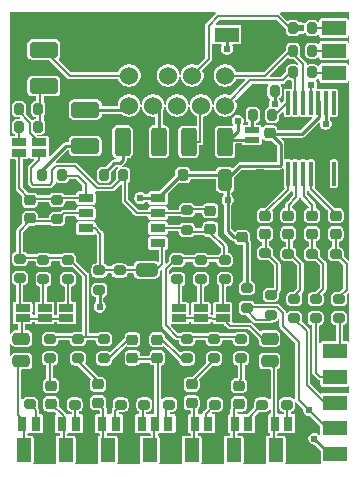
<source format=gtl>
G04 #@! TF.GenerationSoftware,KiCad,Pcbnew,9.0.1*
G04 #@! TF.CreationDate,2025-04-29T17:01:15-07:00*
G04 #@! TF.ProjectId,3bp v2.1,33627020-7632-42e3-912e-6b696361645f,rev?*
G04 #@! TF.SameCoordinates,Original*
G04 #@! TF.FileFunction,Copper,L1,Top*
G04 #@! TF.FilePolarity,Positive*
%FSLAX46Y46*%
G04 Gerber Fmt 4.6, Leading zero omitted, Abs format (unit mm)*
G04 Created by KiCad (PCBNEW 9.0.1) date 2025-04-29 17:01:15*
%MOMM*%
%LPD*%
G01*
G04 APERTURE LIST*
G04 Aperture macros list*
%AMRoundRect*
0 Rectangle with rounded corners*
0 $1 Rounding radius*
0 $2 $3 $4 $5 $6 $7 $8 $9 X,Y pos of 4 corners*
0 Add a 4 corners polygon primitive as box body*
4,1,4,$2,$3,$4,$5,$6,$7,$8,$9,$2,$3,0*
0 Add four circle primitives for the rounded corners*
1,1,$1+$1,$2,$3*
1,1,$1+$1,$4,$5*
1,1,$1+$1,$6,$7*
1,1,$1+$1,$8,$9*
0 Add four rect primitives between the rounded corners*
20,1,$1+$1,$2,$3,$4,$5,0*
20,1,$1+$1,$4,$5,$6,$7,0*
20,1,$1+$1,$6,$7,$8,$9,0*
20,1,$1+$1,$8,$9,$2,$3,0*%
G04 Aperture macros list end*
G04 #@! TA.AperFunction,SMDPad,CuDef*
%ADD10RoundRect,0.200000X0.200000X0.275000X-0.200000X0.275000X-0.200000X-0.275000X0.200000X-0.275000X0*%
G04 #@! TD*
G04 #@! TA.AperFunction,SMDPad,CuDef*
%ADD11RoundRect,0.200000X-0.200000X-0.275000X0.200000X-0.275000X0.200000X0.275000X-0.200000X0.275000X0*%
G04 #@! TD*
G04 #@! TA.AperFunction,SMDPad,CuDef*
%ADD12RoundRect,0.250000X0.945000X-0.420000X0.945000X0.420000X-0.945000X0.420000X-0.945000X-0.420000X0*%
G04 #@! TD*
G04 #@! TA.AperFunction,SMDPad,CuDef*
%ADD13RoundRect,0.250000X-0.420000X-0.945000X0.420000X-0.945000X0.420000X0.945000X-0.420000X0.945000X0*%
G04 #@! TD*
G04 #@! TA.AperFunction,SMDPad,CuDef*
%ADD14RoundRect,0.250000X0.420000X0.945000X-0.420000X0.945000X-0.420000X-0.945000X0.420000X-0.945000X0*%
G04 #@! TD*
G04 #@! TA.AperFunction,SMDPad,CuDef*
%ADD15RoundRect,0.225000X-0.250000X0.225000X-0.250000X-0.225000X0.250000X-0.225000X0.250000X0.225000X0*%
G04 #@! TD*
G04 #@! TA.AperFunction,SMDPad,CuDef*
%ADD16RoundRect,0.250000X-0.325000X-0.650000X0.325000X-0.650000X0.325000X0.650000X-0.325000X0.650000X0*%
G04 #@! TD*
G04 #@! TA.AperFunction,SMDPad,CuDef*
%ADD17RoundRect,0.225000X0.225000X0.250000X-0.225000X0.250000X-0.225000X-0.250000X0.225000X-0.250000X0*%
G04 #@! TD*
G04 #@! TA.AperFunction,SMDPad,CuDef*
%ADD18RoundRect,0.225000X0.250000X-0.225000X0.250000X0.225000X-0.250000X0.225000X-0.250000X-0.225000X0*%
G04 #@! TD*
G04 #@! TA.AperFunction,SMDPad,CuDef*
%ADD19RoundRect,0.200000X0.275000X-0.200000X0.275000X0.200000X-0.275000X0.200000X-0.275000X-0.200000X0*%
G04 #@! TD*
G04 #@! TA.AperFunction,SMDPad,CuDef*
%ADD20RoundRect,0.200000X-0.275000X0.200000X-0.275000X-0.200000X0.275000X-0.200000X0.275000X0.200000X0*%
G04 #@! TD*
G04 #@! TA.AperFunction,SMDPad,CuDef*
%ADD21RoundRect,0.250000X-0.650000X0.325000X-0.650000X-0.325000X0.650000X-0.325000X0.650000X0.325000X0*%
G04 #@! TD*
G04 #@! TA.AperFunction,SMDPad,CuDef*
%ADD22RoundRect,0.250000X-0.475000X0.250000X-0.475000X-0.250000X0.475000X-0.250000X0.475000X0.250000X0*%
G04 #@! TD*
G04 #@! TA.AperFunction,SMDPad,CuDef*
%ADD23R,1.270000X0.635000*%
G04 #@! TD*
G04 #@! TA.AperFunction,SMDPad,CuDef*
%ADD24R,1.254000X0.540000*%
G04 #@! TD*
G04 #@! TA.AperFunction,SMDPad,CuDef*
%ADD25R,2.032000X1.270000*%
G04 #@! TD*
G04 #@! TA.AperFunction,ComponentPad*
%ADD26C,1.524000*%
G04 #@! TD*
G04 #@! TA.AperFunction,ComponentPad*
%ADD27C,3.048000*%
G04 #@! TD*
G04 #@! TA.AperFunction,SMDPad,CuDef*
%ADD28R,0.800000X1.270000*%
G04 #@! TD*
G04 #@! TA.AperFunction,SMDPad,CuDef*
%ADD29R,1.270000X0.720000*%
G04 #@! TD*
G04 #@! TA.AperFunction,SMDPad,CuDef*
%ADD30R,1.270000X2.032000*%
G04 #@! TD*
G04 #@! TA.AperFunction,SMDPad,CuDef*
%ADD31R,0.300000X2.000000*%
G04 #@! TD*
G04 #@! TA.AperFunction,ViaPad*
%ADD32C,0.620000*%
G04 #@! TD*
G04 #@! TA.AperFunction,Conductor*
%ADD33C,0.200000*%
G04 #@! TD*
G04 #@! TA.AperFunction,Conductor*
%ADD34C,0.178000*%
G04 #@! TD*
G04 #@! TA.AperFunction,Conductor*
%ADD35C,0.250000*%
G04 #@! TD*
G04 #@! TA.AperFunction,Conductor*
%ADD36C,0.254000*%
G04 #@! TD*
G04 APERTURE END LIST*
D10*
G04 #@! TO.P,R42,1*
G04 #@! TO.N,SM*
X126925000Y-89800000D03*
G04 #@! TO.P,R42,2*
G04 #@! TO.N,LEFT*
X125275000Y-89800000D03*
G04 #@! TD*
G04 #@! TO.P,R41,1*
G04 #@! TO.N,SM*
X126925000Y-91300000D03*
G04 #@! TO.P,R41,2*
G04 #@! TO.N,RIGHT*
X125275000Y-91300000D03*
G04 #@! TD*
G04 #@! TO.P,R39,1*
G04 #@! TO.N,G-OUT*
X150125000Y-84860000D03*
G04 #@! TO.P,R39,2*
X148475000Y-84860000D03*
G04 #@! TD*
G04 #@! TO.P,R40,1*
G04 #@! TO.N,B-OUT*
X150125000Y-82960000D03*
G04 #@! TO.P,R40,2*
X148475000Y-82960000D03*
G04 #@! TD*
D11*
G04 #@! TO.P,R10,1*
G04 #@! TO.N,GND*
X145275000Y-88300000D03*
G04 #@! TO.P,R10,2*
G04 #@! TO.N,LPF*
X146925000Y-88300000D03*
G04 #@! TD*
D10*
G04 #@! TO.P,R38,1*
G04 #@! TO.N,R-OUT*
X150125000Y-86700000D03*
G04 #@! TO.P,R38,2*
X148475000Y-86700000D03*
G04 #@! TD*
D11*
G04 #@! TO.P,R11,1*
G04 #@! TO.N,SYNC-75*
X145075000Y-90300000D03*
G04 #@! TO.P,R11,2*
G04 #@! TO.N,SYNC-OUT*
X146725000Y-90300000D03*
G04 #@! TD*
D12*
G04 #@! TO.P,C23,1*
G04 #@! TO.N,SM*
X127400000Y-87867000D03*
G04 #@! TO.P,C23,2*
X127400000Y-84787000D03*
G04 #@! TD*
G04 #@! TO.P,C22,1*
G04 #@! TO.N,SR*
X130900000Y-92940000D03*
G04 #@! TO.P,C22,2*
X130900000Y-89860000D03*
G04 #@! TD*
D13*
G04 #@! TO.P,C21,2*
G04 #@! TO.N,SL*
X137140000Y-92582000D03*
G04 #@! TO.P,C21,1*
X134060000Y-92582000D03*
G04 #@! TD*
D14*
G04 #@! TO.P,C8,1*
G04 #@! TO.N,SYNC-75*
X142740000Y-92600000D03*
G04 #@! TO.P,C8,2*
X139660000Y-92600000D03*
G04 #@! TD*
D15*
G04 #@! TO.P,C6,1*
G04 #@! TO.N,+5V*
X146500000Y-91825000D03*
G04 #@! TO.P,C6,2*
G04 #@! TO.N,GND*
X146500000Y-93375000D03*
G04 #@! TD*
D16*
G04 #@! TO.P,C7,1*
G04 #@! TO.N,+5V*
X142725000Y-95800000D03*
G04 #@! TO.P,C7,2*
G04 #@! TO.N,GND*
X145675000Y-95800000D03*
G04 #@! TD*
D17*
G04 #@! TO.P,C20,1*
G04 #@! TO.N,+5V*
X139175000Y-95400000D03*
G04 #@! TO.P,C20,2*
G04 #@! TO.N,GND*
X137625000Y-95400000D03*
G04 #@! TD*
D11*
G04 #@! TO.P,R36,1*
G04 #@! TO.N,SL*
X132475000Y-95400000D03*
G04 #@! TO.P,R36,2*
G04 #@! TO.N,LEFT*
X134125000Y-95400000D03*
G04 #@! TD*
D10*
G04 #@! TO.P,R37,1*
G04 #@! TO.N,RIGHT*
X128925000Y-95400000D03*
G04 #@! TO.P,R37,2*
G04 #@! TO.N,SR*
X127275000Y-95400000D03*
G04 #@! TD*
D18*
G04 #@! TO.P,C19,1*
G04 #@! TO.N,RIGHT*
X126200000Y-99075000D03*
G04 #@! TO.P,C19,2*
X126200000Y-97525000D03*
G04 #@! TD*
D19*
G04 #@! TO.P,R34,1*
G04 #@! TO.N,RIGHT*
X128500000Y-99125000D03*
G04 #@! TO.P,R34,2*
X128500000Y-97475000D03*
G04 #@! TD*
D20*
G04 #@! TO.P,R35,1*
G04 #@! TO.N,LEFT*
X139500000Y-98375000D03*
G04 #@! TO.P,R35,2*
X139500000Y-100025000D03*
G04 #@! TD*
D15*
G04 #@! TO.P,C18,1*
G04 #@! TO.N,LEFT*
X141500000Y-98425000D03*
G04 #@! TO.P,C18,2*
X141500000Y-99975000D03*
G04 #@! TD*
D18*
G04 #@! TO.P,C1,1*
G04 #@! TO.N,+5V*
X144200000Y-100675000D03*
G04 #@! TO.P,C1,2*
G04 #@! TO.N,GND*
X144200000Y-99125000D03*
G04 #@! TD*
D15*
G04 #@! TO.P,C3,1*
G04 #@! TO.N,R-IN*
X148100000Y-98825000D03*
G04 #@! TO.P,C3,2*
X148100000Y-100375000D03*
G04 #@! TD*
D18*
G04 #@! TO.P,C5,1*
G04 #@! TO.N,B-IN*
X152100000Y-100375000D03*
G04 #@! TO.P,C5,2*
X152100000Y-98825000D03*
G04 #@! TD*
G04 #@! TO.P,C2,1*
G04 #@! TO.N,SYNC-OUT*
X146100000Y-100375000D03*
G04 #@! TO.P,C2,2*
X146100000Y-98825000D03*
G04 #@! TD*
G04 #@! TO.P,C4,1*
G04 #@! TO.N,G-IN*
X150100000Y-100375000D03*
G04 #@! TO.P,C4,2*
X150100000Y-98825000D03*
G04 #@! TD*
D19*
G04 #@! TO.P,R8,1*
G04 #@! TO.N,GND*
X150100000Y-103725000D03*
G04 #@! TO.P,R8,2*
G04 #@! TO.N,G-IN*
X150100000Y-102075000D03*
G04 #@! TD*
G04 #@! TO.P,R9,1*
G04 #@! TO.N,GND*
X152100000Y-103725000D03*
G04 #@! TO.P,R9,2*
G04 #@! TO.N,B-IN*
X152100000Y-102075000D03*
G04 #@! TD*
G04 #@! TO.P,R7,1*
G04 #@! TO.N,GND*
X148100000Y-103725000D03*
G04 #@! TO.P,R7,2*
G04 #@! TO.N,R-IN*
X148100000Y-102075000D03*
G04 #@! TD*
G04 #@! TO.P,R6,1*
G04 #@! TO.N,GND*
X146100000Y-103625000D03*
G04 #@! TO.P,R6,2*
G04 #@! TO.N,SYNC-OUT*
X146100000Y-101975000D03*
G04 #@! TD*
G04 #@! TO.P,R28,1*
G04 #@! TO.N,YM-LEFT*
X142700000Y-104225000D03*
G04 #@! TO.P,R28,2*
G04 #@! TO.N,LEFT*
X142700000Y-102575000D03*
G04 #@! TD*
G04 #@! TO.P,R29,1*
G04 #@! TO.N,YM-LEFT*
X140700000Y-104225000D03*
G04 #@! TO.P,R29,2*
G04 #@! TO.N,LEFT*
X140700000Y-102575000D03*
G04 #@! TD*
G04 #@! TO.P,R30,1*
G04 #@! TO.N,YM-LEFT*
X138700000Y-104225000D03*
G04 #@! TO.P,R30,2*
G04 #@! TO.N,LEFT*
X138700000Y-102575000D03*
G04 #@! TD*
D20*
G04 #@! TO.P,R2,1*
G04 #@! TO.N,SYNC-OUT*
X146600000Y-105575000D03*
G04 #@! TO.P,R2,2*
X146600000Y-107225000D03*
G04 #@! TD*
G04 #@! TO.P,R3,1*
G04 #@! TO.N,R-IN*
X148600000Y-105875000D03*
G04 #@! TO.P,R3,2*
X148600000Y-107525000D03*
G04 #@! TD*
G04 #@! TO.P,R5,1*
G04 #@! TO.N,B-IN*
X152400000Y-105875000D03*
G04 #@! TO.P,R5,2*
X152400000Y-107525000D03*
G04 #@! TD*
G04 #@! TO.P,R4,1*
G04 #@! TO.N,G-IN*
X150400000Y-105875000D03*
G04 #@! TO.P,R4,2*
X150400000Y-107525000D03*
G04 #@! TD*
D19*
G04 #@! TO.P,R1,1*
G04 #@! TO.N,SYNC-OUT*
X144572000Y-106625000D03*
G04 #@! TO.P,R1,2*
G04 #@! TO.N,+5V*
X144572000Y-104975000D03*
G04 #@! TD*
G04 #@! TO.P,R26,1*
G04 #@! TO.N,GND*
X133800000Y-105125000D03*
G04 #@! TO.P,R26,2*
G04 #@! TO.N,S$33979*
X133800000Y-103475000D03*
G04 #@! TD*
G04 #@! TO.P,R33,1*
G04 #@! TO.N,YM-RIGHT*
X125357000Y-104125000D03*
G04 #@! TO.P,R33,2*
G04 #@! TO.N,RIGHT*
X125357000Y-102475000D03*
G04 #@! TD*
G04 #@! TO.P,R31,1*
G04 #@! TO.N,YM-RIGHT*
X129434000Y-104225000D03*
G04 #@! TO.P,R31,2*
G04 #@! TO.N,RIGHT*
X129434000Y-102575000D03*
G04 #@! TD*
G04 #@! TO.P,R32,1*
G04 #@! TO.N,YM-RIGHT*
X127363000Y-104225000D03*
G04 #@! TO.P,R32,2*
G04 #@! TO.N,RIGHT*
X127363000Y-102575000D03*
G04 #@! TD*
G04 #@! TO.P,R27,1*
G04 #@! TO.N,+5V*
X132100000Y-105125000D03*
G04 #@! TO.P,R27,2*
G04 #@! TO.N,S$33979*
X132100000Y-103475000D03*
G04 #@! TD*
D21*
G04 #@! TO.P,C17,1*
G04 #@! TO.N,S$33979*
X136100000Y-103425000D03*
G04 #@! TO.P,C17,2*
G04 #@! TO.N,GND*
X136100000Y-106375000D03*
G04 #@! TD*
D15*
G04 #@! TO.P,C13,1*
G04 #@! TO.N,PSG*
X134900000Y-109325000D03*
G04 #@! TO.P,C13,2*
X134900000Y-110875000D03*
G04 #@! TD*
G04 #@! TO.P,C12,1*
G04 #@! TO.N,PSG*
X137000000Y-109325000D03*
G04 #@! TO.P,C12,2*
X137000000Y-110875000D03*
G04 #@! TD*
D19*
G04 #@! TO.P,R21,1*
G04 #@! TO.N,32X-LEFT*
X141800000Y-110925000D03*
G04 #@! TO.P,R21,2*
G04 #@! TO.N,LEFT*
X141800000Y-109275000D03*
G04 #@! TD*
G04 #@! TO.P,R24,1*
G04 #@! TO.N,32X-RIGHT*
X130300000Y-110925000D03*
G04 #@! TO.P,R24,2*
G04 #@! TO.N,RIGHT*
X130300000Y-109275000D03*
G04 #@! TD*
G04 #@! TO.P,R23,1*
G04 #@! TO.N,PSG*
X132500000Y-110925000D03*
G04 #@! TO.P,R23,2*
G04 #@! TO.N,RIGHT*
X132500000Y-109275000D03*
G04 #@! TD*
G04 #@! TO.P,R25,1*
G04 #@! TO.N,SCD-RIGHT*
X127900000Y-110925000D03*
G04 #@! TO.P,R25,2*
G04 #@! TO.N,RIGHT*
X127900000Y-109275000D03*
G04 #@! TD*
G04 #@! TO.P,R20,1*
G04 #@! TO.N,SCD-LEFT*
X144100000Y-110925000D03*
G04 #@! TO.P,R20,2*
G04 #@! TO.N,LEFT*
X144100000Y-109275000D03*
G04 #@! TD*
G04 #@! TO.P,R22,1*
G04 #@! TO.N,PSG*
X139500000Y-110925000D03*
G04 #@! TO.P,R22,2*
G04 #@! TO.N,LEFT*
X139500000Y-109275000D03*
G04 #@! TD*
D22*
G04 #@! TO.P,C9,1*
G04 #@! TO.N,YM-LEFT*
X146500000Y-109250000D03*
G04 #@! TO.P,C9,2*
X146500000Y-111150000D03*
G04 #@! TD*
G04 #@! TO.P,C16,1*
G04 #@! TO.N,YM-RIGHT*
X125500000Y-109250000D03*
G04 #@! TO.P,C16,2*
X125500000Y-111150000D03*
G04 #@! TD*
D15*
G04 #@! TO.P,C10,1*
G04 #@! TO.N,SCD-LEFT*
X143900000Y-113225000D03*
G04 #@! TO.P,C10,2*
X143900000Y-114775000D03*
G04 #@! TD*
D18*
G04 #@! TO.P,C11,1*
G04 #@! TO.N,32X-LEFT*
X139900000Y-114675000D03*
G04 #@! TO.P,C11,2*
X139900000Y-113125000D03*
G04 #@! TD*
G04 #@! TO.P,C15,1*
G04 #@! TO.N,SCD-RIGHT*
X128000000Y-114775000D03*
G04 #@! TO.P,C15,2*
X128000000Y-113225000D03*
G04 #@! TD*
D15*
G04 #@! TO.P,C14,1*
G04 #@! TO.N,32X-RIGHT*
X132000000Y-113125000D03*
G04 #@! TO.P,C14,2*
X132000000Y-114675000D03*
G04 #@! TD*
D19*
G04 #@! TO.P,R19,2*
G04 #@! TO.N,GND*
X126200000Y-113150000D03*
G04 #@! TO.P,R19,1*
G04 #@! TO.N,YM-RIGHT*
X126200000Y-114800000D03*
G04 #@! TD*
G04 #@! TO.P,R15,1*
G04 #@! TO.N,PSG*
X138000000Y-114825000D03*
G04 #@! TO.P,R15,2*
G04 #@! TO.N,GND*
X138000000Y-113175000D03*
G04 #@! TD*
G04 #@! TO.P,R16,1*
G04 #@! TO.N,PSG*
X135900000Y-114825000D03*
G04 #@! TO.P,R16,2*
G04 #@! TO.N,GND*
X135900000Y-113175000D03*
G04 #@! TD*
G04 #@! TO.P,R12,1*
G04 #@! TO.N,YM-LEFT*
X148000000Y-114825000D03*
G04 #@! TO.P,R12,2*
G04 #@! TO.N,GND*
X148000000Y-113175000D03*
G04 #@! TD*
G04 #@! TO.P,R18,1*
G04 #@! TO.N,SCD-RIGHT*
X130000000Y-114825000D03*
G04 #@! TO.P,R18,2*
G04 #@! TO.N,GND*
X130000000Y-113175000D03*
G04 #@! TD*
G04 #@! TO.P,R13,1*
G04 #@! TO.N,SCD-LEFT*
X145900000Y-114825000D03*
G04 #@! TO.P,R13,2*
G04 #@! TO.N,GND*
X145900000Y-113175000D03*
G04 #@! TD*
G04 #@! TO.P,R17,1*
G04 #@! TO.N,32X-RIGHT*
X133900000Y-114825000D03*
G04 #@! TO.P,R17,2*
G04 #@! TO.N,GND*
X133900000Y-113175000D03*
G04 #@! TD*
G04 #@! TO.P,R14,1*
G04 #@! TO.N,32X-LEFT*
X141900000Y-114825000D03*
G04 #@! TO.P,R14,2*
G04 #@! TO.N,GND*
X141900000Y-113175000D03*
G04 #@! TD*
D23*
G04 #@! TO.P,,2*
G04 #@! TO.N,RIGHT*
X125300000Y-92600000D03*
G04 #@! TD*
G04 #@! TO.P,,1*
G04 #@! TO.N,RIGHT*
X125300000Y-93500000D03*
G04 #@! TD*
G04 #@! TO.P,,2*
G04 #@! TO.N,LEFT*
X127000000Y-92636000D03*
G04 #@! TD*
G04 #@! TO.P,,1*
G04 #@! TO.N,LEFT*
X127000000Y-93500000D03*
G04 #@! TD*
D24*
G04 #@! TO.P,,1*
G04 #@! TO.N,SYNC-75*
X145000000Y-92400000D03*
G04 #@! TD*
D25*
G04 #@! TO.P,,1*
G04 #@! TO.N,SYNC-75*
X142900000Y-83500000D03*
G04 #@! TD*
D24*
G04 #@! TO.P,,1*
G04 #@! TO.N,SYNC-75*
X145000000Y-91600000D03*
G04 #@! TD*
D26*
G04 #@! TO.P,CON1,1*
G04 #@! TO.N,B-OUT*
X139949000Y-86969000D03*
G04 #@! TO.P,CON1,2*
G04 #@! TO.N,+5V*
X137917000Y-86969000D03*
G04 #@! TO.P,CON1,3*
G04 #@! TO.N,G-OUT*
X142743000Y-86969000D03*
G04 #@! TO.P,CON1,4*
G04 #@! TO.N,SYNC-75*
X140711000Y-89509000D03*
G04 #@! TO.P,CON1,5*
G04 #@! TO.N,SYNC-OUT*
X138679000Y-89509000D03*
G04 #@! TO.P,CON1,6*
G04 #@! TO.N,SM*
X134615000Y-86969000D03*
G04 #@! TO.P,CON1,7*
G04 #@! TO.N,R-OUT*
X142743000Y-89509000D03*
G04 #@! TO.P,CON1,8*
G04 #@! TO.N,SL*
X136647000Y-89509000D03*
G04 #@! TO.P,CON1,9*
G04 #@! TO.N,SR*
X134615000Y-89509000D03*
D27*
G04 #@! TO.P,CON1,10*
G04 #@! TO.N,GND*
X131440000Y-84175000D03*
X138679000Y-83413000D03*
X145918000Y-84175000D03*
G04 #@! TD*
D28*
G04 #@! TO.P,c,1*
G04 #@! TO.N,32X-RIGHT*
X132350000Y-116433000D03*
G04 #@! TO.P,c,2*
X133468000Y-116433000D03*
G04 #@! TD*
D25*
G04 #@! TO.P,,1*
G04 #@! TO.N,G-OUT*
X151947000Y-84860000D03*
G04 #@! TD*
D23*
G04 #@! TO.P,1,1*
G04 #@! TO.N,YM-LEFT*
X138819000Y-107518000D03*
X140673000Y-107518000D03*
X142528000Y-107518000D03*
G04 #@! TO.P,1,2*
X138819000Y-106654000D03*
X140673000Y-106654000D03*
X142528000Y-106654000D03*
G04 #@! TD*
G04 #@! TO.P,1,1*
G04 #@! TO.N,YM-RIGHT*
X125598000Y-107492000D03*
X127452000Y-107492000D03*
X129307000Y-107492000D03*
G04 #@! TO.P,1,2*
X125598000Y-106628000D03*
X127452000Y-106628000D03*
X129307000Y-106628000D03*
G04 #@! TD*
D28*
G04 #@! TO.P,e,1*
G04 #@! TO.N,32X-LEFT*
X140207000Y-116433000D03*
G04 #@! TO.P,e,2*
X141325000Y-116433000D03*
G04 #@! TD*
D25*
G04 #@! TO.P,5V1,1*
G04 #@! TO.N,+5V*
X152052000Y-119036000D03*
G04 #@! TD*
G04 #@! TO.P,,1*
G04 #@! TO.N,R-OUT*
X151947000Y-86760000D03*
G04 #@! TD*
D29*
G04 #@! TO.P,U1,1*
G04 #@! TO.N,RIGHT*
X130942000Y-97345000D03*
G04 #@! TO.P,U1,2*
X130942000Y-98615000D03*
G04 #@! TO.P,U1,3*
G04 #@! TO.N,S$33979*
X130945000Y-99883000D03*
G04 #@! TO.P,U1,4*
G04 #@! TO.N,GND*
X130942000Y-101155000D03*
G04 #@! TO.P,U1,5*
G04 #@! TO.N,S$33979*
X137044000Y-101157000D03*
G04 #@! TO.P,U1,6*
G04 #@! TO.N,LEFT*
X137043000Y-99883000D03*
G04 #@! TO.P,U1,7*
X137043000Y-98613000D03*
G04 #@! TO.P,U1,8*
G04 #@! TO.N,+5V*
X137043000Y-97343000D03*
G04 #@! TD*
D25*
G04 #@! TO.P,B1,1*
G04 #@! TO.N,B-IN*
X152027000Y-110299000D03*
G04 #@! TD*
D28*
G04 #@! TO.P,f,1*
G04 #@! TO.N,SCD-LEFT*
X143590000Y-116433000D03*
G04 #@! TO.P,f,2*
X144708000Y-116433000D03*
G04 #@! TD*
D30*
G04 #@! TO.P,SR2,1*
G04 #@! TO.N,SCD-RIGHT*
X129243000Y-118681000D03*
G04 #@! TD*
D25*
G04 #@! TO.P,G1,1*
G04 #@! TO.N,G-IN*
X152027000Y-112483000D03*
G04 #@! TD*
G04 #@! TO.P,,1*
G04 #@! TO.N,B-OUT*
X151947000Y-82960000D03*
G04 #@! TD*
D30*
G04 #@! TO.P,YR2,1*
G04 #@! TO.N,YM-RIGHT*
X125687000Y-118681000D03*
G04 #@! TD*
D28*
G04 #@! TO.P,a,1*
G04 #@! TO.N,YM-RIGHT*
X125585000Y-116433000D03*
G04 #@! TO.P,a,2*
X126703000Y-116433000D03*
G04 #@! TD*
D25*
G04 #@! TO.P,S1,1*
G04 #@! TO.N,SYNC-OUT*
X152027000Y-116852000D03*
G04 #@! TD*
D28*
G04 #@! TO.P,b,1*
G04 #@! TO.N,SCD-RIGHT*
X128968000Y-116433000D03*
G04 #@! TO.P,b,2*
X130086000Y-116433000D03*
G04 #@! TD*
D30*
G04 #@! TO.P,YL1,1*
G04 #@! TO.N,YM-LEFT*
X147023000Y-118681000D03*
G04 #@! TD*
G04 #@! TO.P,SN1,1*
G04 #@! TO.N,PSG*
X136355000Y-118681000D03*
G04 #@! TD*
G04 #@! TO.P,XL1,1*
G04 #@! TO.N,SCD-LEFT*
X143467000Y-118681000D03*
G04 #@! TD*
D28*
G04 #@! TO.P,g,1*
G04 #@! TO.N,YM-LEFT*
X146972000Y-116433000D03*
G04 #@! TO.P,g,2*
X148090000Y-116433000D03*
G04 #@! TD*
D31*
G04 #@! TO.P,U2,1*
G04 #@! TO.N,SYNC-OUT*
X148042000Y-95273000D03*
G04 #@! TO.P,U2,2*
G04 #@! TO.N,R-IN*
X148692000Y-95273000D03*
G04 #@! TO.P,U2,3*
G04 #@! TO.N,G-IN*
X149342000Y-95273000D03*
G04 #@! TO.P,U2,4*
G04 #@! TO.N,B-IN*
X149993000Y-95273000D03*
G04 #@! TO.P,U2,5*
G04 #@! TO.N,GND*
X150642000Y-95273000D03*
G04 #@! TO.P,U2,6*
X151291000Y-95273000D03*
G04 #@! TO.P,U2,7*
G04 #@! TO.N,NET-(U101-PAD7)*
X151941000Y-95273000D03*
G04 #@! TO.P,U2,8*
G04 #@! TO.N,NET-(U101-PAD8)*
X151941000Y-89272000D03*
G04 #@! TO.P,U2,9*
G04 #@! TO.N,LPF*
X151291000Y-89272000D03*
G04 #@! TO.P,U2,10*
G04 #@! TO.N,+5V*
X150642000Y-89272000D03*
G04 #@! TO.P,U2,11*
G04 #@! TO.N,B-OUT*
X149993000Y-89272000D03*
G04 #@! TO.P,U2,12*
G04 #@! TO.N,G-OUT*
X149342000Y-89272000D03*
G04 #@! TO.P,U2,13*
G04 #@! TO.N,R-OUT*
X148692000Y-89272000D03*
G04 #@! TO.P,U2,14*
G04 #@! TO.N,SYNC-OUT*
X148042000Y-89272000D03*
G04 #@! TD*
D30*
G04 #@! TO.P,XR2,1*
G04 #@! TO.N,32X-RIGHT*
X132799000Y-118681000D03*
G04 #@! TD*
G04 #@! TO.P,SL1,1*
G04 #@! TO.N,32X-LEFT*
X139911000Y-118681000D03*
G04 #@! TD*
D28*
G04 #@! TO.P,d,1*
G04 #@! TO.N,PSG*
X135707000Y-116433000D03*
G04 #@! TO.P,d,2*
X136825000Y-116433000D03*
G04 #@! TO.P,d,3*
X137942000Y-116433000D03*
G04 #@! TD*
D25*
G04 #@! TO.P,RIN,1*
G04 #@! TO.N,R-IN*
X152027000Y-114668000D03*
G04 #@! TD*
D32*
G04 #@! TO.N,GND*
X148100000Y-87800000D03*
X150200000Y-82000000D03*
X149200000Y-84000000D03*
X147500000Y-86400000D03*
X125200000Y-83700000D03*
X146500000Y-108200000D03*
X140600000Y-108500000D03*
X149100000Y-98200000D03*
X151100000Y-101200000D03*
X145219772Y-101293652D03*
X147100000Y-101200000D03*
X129000000Y-94100000D03*
X124900000Y-99600000D03*
X129700000Y-96600000D03*
G04 #@! TO.N,SYNC-75*
X142900000Y-84700000D03*
X143800000Y-90800000D03*
G04 #@! TO.N,LPF*
X146947000Y-89360000D03*
G04 #@! TO.N,GND*
X146159000Y-104584000D03*
X133955000Y-112026000D03*
X152154000Y-92290000D03*
X137900000Y-112000000D03*
X150084000Y-104609000D03*
X147849000Y-111975000D03*
X152052000Y-104609000D03*
X145270000Y-117792000D03*
X134666000Y-117754000D03*
X148141000Y-104609000D03*
X131072000Y-117754000D03*
X133117000Y-107899000D03*
X141702000Y-117817000D03*
X148636000Y-117741000D03*
X128379000Y-105371000D03*
X129992000Y-112115000D03*
X140559000Y-96608000D03*
X140343000Y-101333000D03*
X127084000Y-100901000D03*
X138400000Y-118000000D03*
X126900000Y-112000000D03*
X134374000Y-101650000D03*
X127706000Y-117779000D03*
X142000000Y-112000000D03*
X146047000Y-88460000D03*
G04 #@! TO.N,+5V*
X135555000Y-97332000D03*
X150300000Y-117716000D03*
X132126000Y-106540000D03*
X142946000Y-97497000D03*
G04 #@! TO.N,SYNC-OUT*
X149868000Y-115328000D03*
G04 #@! TO.N,LPF*
X151247000Y-91060000D03*
G04 #@! TO.N,B-OUT*
X149147000Y-82960000D03*
X150047000Y-87770502D03*
G04 #@! TO.N,GND*
X145290321Y-111602026D03*
G04 #@! TD*
D33*
G04 #@! TO.N,SM*
X127400000Y-84800000D02*
X129569000Y-86969000D01*
X129569000Y-86969000D02*
X134615000Y-86969000D01*
X127072000Y-89927000D02*
X127072000Y-88179000D01*
X127072000Y-88179000D02*
X127400000Y-87851000D01*
X127072000Y-91327000D02*
X127072000Y-89927000D01*
G04 #@! TO.N,LEFT*
X127000000Y-92636000D02*
X126200000Y-91836000D01*
X126200000Y-91836000D02*
X126200000Y-90955000D01*
X126200000Y-90955000D02*
X125172000Y-89927000D01*
G04 #@! TO.N,RIGHT*
X125300000Y-92600000D02*
X125300000Y-91455000D01*
X125300000Y-91455000D02*
X125172000Y-91327000D01*
X126170000Y-97398000D02*
X125300000Y-96528000D01*
X125300000Y-96528000D02*
X125300000Y-93500000D01*
D34*
G04 #@! TO.N,LEFT*
X126300000Y-96019500D02*
X126300000Y-94800000D01*
X127000000Y-94100000D02*
X127000000Y-93500000D01*
X126511000Y-96230500D02*
X126300000Y-96019500D01*
X126300000Y-94800000D02*
X127000000Y-94100000D01*
D35*
G04 #@! TO.N,SR*
X127201000Y-95440000D02*
X127201000Y-94999000D01*
X127201000Y-94999000D02*
X129276000Y-92924000D01*
X129276000Y-92924000D02*
X130900000Y-92924000D01*
D34*
G04 #@! TO.N,LEFT*
X134219000Y-95440000D02*
X133159000Y-96500000D01*
X127891000Y-96230500D02*
X126511000Y-96230500D01*
X133159000Y-96500000D02*
X131874177Y-96500000D01*
X130023677Y-94649500D02*
X128411000Y-94649500D01*
X131874177Y-96500000D02*
X130023677Y-94649500D01*
X128411000Y-94649500D02*
X128100000Y-94960500D01*
X128100000Y-94960500D02*
X128100000Y-96021500D01*
X128100000Y-96021500D02*
X127891000Y-96230500D01*
D35*
G04 #@! TO.N,SR*
X130900000Y-89873000D02*
X134251000Y-89873000D01*
X134251000Y-89873000D02*
X134615000Y-89509000D01*
G04 #@! TO.N,SL*
X137127000Y-92582000D02*
X137127000Y-89989000D01*
X137127000Y-89989000D02*
X136647000Y-89509000D01*
X133359000Y-94400000D02*
X133800000Y-94400000D01*
X132319000Y-95440000D02*
X133359000Y-94400000D01*
X133800000Y-94400000D02*
X134076000Y-94124000D01*
X134076000Y-94124000D02*
X134076000Y-92582000D01*
G04 #@! TO.N,SYNC-75*
X145000000Y-92400000D02*
X143052000Y-92400000D01*
X143052000Y-92400000D02*
X142870000Y-92582000D01*
X145028000Y-90300000D02*
X145028000Y-91572000D01*
X145028000Y-91572000D02*
X145000000Y-91600000D01*
X143800000Y-90800000D02*
X143800000Y-91652000D01*
X143800000Y-91652000D02*
X142870000Y-92582000D01*
X142900000Y-83500000D02*
X142900000Y-84700000D01*
D33*
G04 #@! TO.N,B-OUT*
X148219000Y-82960000D02*
X147219000Y-81960000D01*
X147219000Y-81960000D02*
X142140000Y-81960000D01*
X142140000Y-81960000D02*
X141347000Y-82753000D01*
X141347000Y-82753000D02*
X141347000Y-85571000D01*
X141347000Y-85571000D02*
X139949000Y-86969000D01*
D35*
G04 #@! TO.N,SYNC-75*
X143088000Y-92800000D02*
X142870000Y-92582000D01*
D36*
G04 #@! TO.N,+5V*
X142743000Y-95897000D02*
X144040000Y-94600000D01*
X144040000Y-94600000D02*
X147358500Y-94600000D01*
X147358500Y-94600000D02*
X147432500Y-94526000D01*
X147432500Y-94526000D02*
X147432500Y-92727500D01*
X147432500Y-92727500D02*
X146604000Y-91899000D01*
D33*
G04 #@! TO.N,SYNC-OUT*
X148042000Y-89272000D02*
X147956000Y-89272000D01*
X147956000Y-89272000D02*
X146928000Y-90300000D01*
D35*
G04 #@! TO.N,GND*
X151291000Y-93153000D02*
X151291000Y-95273000D01*
X152154000Y-92290000D02*
X151715594Y-92290000D01*
X150642000Y-94023000D02*
X150642000Y-95273000D01*
X151715594Y-92290000D02*
X150642000Y-93363594D01*
X150642000Y-93363594D02*
X150642000Y-94023000D01*
X152154000Y-92290000D02*
X151291000Y-93153000D01*
D36*
G04 #@! TO.N,+5V*
X150689000Y-90465000D02*
X150689000Y-89122000D01*
X142743000Y-95897000D02*
X142743000Y-95504000D01*
X150300000Y-117716000D02*
X150300000Y-117728000D01*
X139223000Y-95401000D02*
X142247000Y-95401000D01*
X146604000Y-91899000D02*
X149256000Y-91899000D01*
X142946000Y-100113000D02*
X143452000Y-100619000D01*
X132113000Y-105318000D02*
X132113000Y-106527000D01*
X139223000Y-95401000D02*
X138984000Y-95401000D01*
X132113000Y-106527000D02*
X132126000Y-106540000D01*
X142247000Y-95401000D02*
X142743000Y-95897000D01*
X138984000Y-95401000D02*
X137042000Y-97343000D01*
X142946000Y-95897000D02*
X142946000Y-97497000D01*
X142743000Y-95897000D02*
X142946000Y-95897000D01*
X143452000Y-100619000D02*
X144166000Y-100619000D01*
X144572000Y-101025000D02*
X144572000Y-104738000D01*
X142946000Y-97497000D02*
X142946000Y-100113000D01*
X150300000Y-117728000D02*
X151608000Y-119036000D01*
X135568000Y-97345000D02*
X135555000Y-97332000D01*
X146348000Y-91899000D02*
X146604000Y-91899000D01*
X149256000Y-91899000D02*
X150689000Y-90465000D01*
X144166000Y-100619000D02*
X144572000Y-101025000D01*
X137396000Y-97345000D02*
X135568000Y-97345000D01*
X151608000Y-119036000D02*
X152052000Y-119036000D01*
D34*
G04 #@! TO.N,SYNC-75*
X143261000Y-92253000D02*
X142895000Y-92253000D01*
G04 #@! TO.N,SYNC-OUT*
X151391000Y-116851000D02*
X149868000Y-115328000D01*
X145108000Y-106603000D02*
X144572000Y-106638000D01*
X146539000Y-107657000D02*
X146643000Y-107553000D01*
X146146000Y-98564000D02*
X148077000Y-96634000D01*
X148077000Y-96634000D02*
X148090000Y-96621000D01*
X144572000Y-106638000D02*
X144566000Y-106851000D01*
X147150000Y-102948000D02*
X147150000Y-103111000D01*
X149868000Y-115328000D02*
X148979000Y-114439000D01*
X146185000Y-100669000D02*
X146172000Y-100657000D01*
X148979000Y-114439000D02*
X148979000Y-109562000D01*
X145372000Y-107657000D02*
X146539000Y-107657000D01*
X146185000Y-101983000D02*
X146185000Y-100669000D01*
X152027000Y-116851000D02*
X151391000Y-116851000D01*
X147633000Y-107073000D02*
X147163000Y-106603000D01*
X148979000Y-109562000D02*
X147633000Y-108216000D01*
X146146000Y-98719000D02*
X146146000Y-98564000D01*
X147150000Y-103111000D02*
X147150000Y-105147000D01*
X147633000Y-108216000D02*
X147633000Y-107073000D01*
X146185000Y-101983000D02*
X147150000Y-102948000D01*
X148090000Y-96621000D02*
X148090000Y-95122000D01*
X147163000Y-106603000D02*
X145108000Y-106603000D01*
X147150000Y-105147000D02*
X146643000Y-105653000D01*
X144566000Y-106851000D02*
X145372000Y-107657000D01*
G04 #@! TO.N,RIGHT*
X129433000Y-102389000D02*
X127363000Y-102389000D01*
X128455000Y-99298000D02*
X128468000Y-99285000D01*
X127949000Y-109100000D02*
X130258000Y-109100000D01*
X126169000Y-99298000D02*
X128455000Y-99298000D01*
X127363000Y-102389000D02*
X125357000Y-102389000D01*
X130246000Y-95440000D02*
X130904000Y-96098000D01*
X130946000Y-103902000D02*
X129433000Y-102389000D01*
X125357000Y-100111000D02*
X126169000Y-99298000D01*
X130904000Y-96098000D02*
X130942000Y-96154000D01*
X130942000Y-96154000D02*
X130942000Y-97345000D01*
X130946000Y-109100000D02*
X130946000Y-103902000D01*
X129101000Y-95440000D02*
X130246000Y-95440000D01*
X128468000Y-99285000D02*
X129138000Y-98615000D01*
X132563000Y-109100000D02*
X130258000Y-109100000D01*
X128455000Y-97398000D02*
X128468000Y-97385000D01*
X125357000Y-102389000D02*
X125357000Y-100111000D01*
X126169000Y-97398000D02*
X128455000Y-97398000D01*
X128468000Y-97385000D02*
X128508000Y-97345000D01*
X129138000Y-98615000D02*
X130942000Y-98615000D01*
X128508000Y-97345000D02*
X130942000Y-97345000D01*
G04 #@! TO.N,SL*
X136609000Y-89547000D02*
X136647000Y-89509000D01*
G04 #@! TO.N,S$33979*
X132113000Y-103418000D02*
X132113000Y-103418000D01*
X133803000Y-103418000D02*
X132113000Y-103418000D01*
X136622000Y-103707000D02*
X136063000Y-103707000D01*
X135774000Y-103418000D02*
X136063000Y-103707000D01*
X137396000Y-101155000D02*
X137396000Y-102933000D01*
X137396000Y-102933000D02*
X136622000Y-103707000D01*
X131694000Y-99898000D02*
X130538000Y-99885000D01*
X132113000Y-103418000D02*
X132177000Y-103418000D01*
X133803000Y-103418000D02*
X135774000Y-103418000D01*
X132177000Y-100380000D02*
X131694000Y-99898000D01*
X132177000Y-103418000D02*
X132177000Y-100380000D01*
D35*
G04 #@! TO.N,LPF*
X151291000Y-91016000D02*
X151247000Y-91060000D01*
X151291000Y-89272000D02*
X151291000Y-91016000D01*
D34*
G04 #@! TO.N,YM-LEFT*
X140673000Y-104379000D02*
X140647000Y-104352000D01*
X140825000Y-107505000D02*
X142540000Y-107543000D01*
X147836000Y-116496000D02*
X148001000Y-116496000D01*
X146972000Y-116433000D02*
X146883000Y-116433000D01*
X143188000Y-108178000D02*
X142527000Y-107518000D01*
X146540000Y-109207000D02*
X145867000Y-109207000D01*
X146883000Y-111709000D02*
X146540000Y-111366000D01*
X148001000Y-114904000D02*
X147886000Y-114881000D01*
X142527000Y-106654000D02*
X142527000Y-104492000D01*
X144839000Y-108178000D02*
X143188000Y-108178000D01*
X142527000Y-104492000D02*
X142667000Y-104352000D01*
X148001000Y-116496000D02*
X148001000Y-114904000D01*
X138819000Y-106654000D02*
X138819000Y-104543000D01*
X145867000Y-109207000D02*
X144839000Y-108178000D01*
X138819000Y-104543000D02*
X138628000Y-104352000D01*
X147023000Y-118681000D02*
X146845000Y-118503000D01*
X146845000Y-118503000D02*
X146845000Y-116496000D01*
X140673000Y-106654000D02*
X140673000Y-104379000D01*
X146883000Y-116433000D02*
X146883000Y-111709000D01*
X138819000Y-107518000D02*
X140673000Y-107518000D01*
G04 #@! TO.N,YM-RIGHT*
X125192000Y-111683000D02*
X125192000Y-115696000D01*
X125357000Y-104289000D02*
X125357000Y-106387000D01*
X127363000Y-106539000D02*
X127452000Y-106629000D01*
X125192000Y-115696000D02*
X125585000Y-116090000D01*
X125357000Y-106387000D02*
X125598000Y-106629000D01*
X129243000Y-107556000D02*
X129307000Y-107492000D01*
X126703000Y-115308000D02*
X126171000Y-114777000D01*
X126093000Y-107556000D02*
X127389000Y-107556000D01*
X125509000Y-107581000D02*
X125509000Y-109207000D01*
X126703000Y-116547000D02*
X126703000Y-115308000D01*
X125509000Y-111366000D02*
X125192000Y-111683000D01*
X127948000Y-107556000D02*
X129243000Y-107556000D01*
X125687000Y-118681000D02*
X125712000Y-118655000D01*
X129433000Y-106502000D02*
X129307000Y-106629000D01*
X127363000Y-104289000D02*
X127363000Y-106539000D01*
X129433000Y-104289000D02*
X129433000Y-106502000D01*
X125598000Y-107492000D02*
X125509000Y-107581000D01*
X127389000Y-107556000D02*
X127452000Y-107492000D01*
X125585000Y-116090000D02*
X125585000Y-116433000D01*
X125712000Y-118655000D02*
X125712000Y-116547000D01*
G04 #@! TO.N,SCD-RIGHT*
X127897000Y-111242000D02*
X127654000Y-111000000D01*
X130064000Y-114833000D02*
X130008000Y-114777000D01*
X129074000Y-116496000D02*
X129074000Y-115829000D01*
X129074000Y-115829000D02*
X128021000Y-114777000D01*
X127897000Y-112877000D02*
X127897000Y-111242000D01*
X130064000Y-116496000D02*
X130064000Y-114833000D01*
X128021000Y-112877000D02*
X127897000Y-112877000D01*
X129243000Y-118681000D02*
X129074000Y-118511000D01*
X129074000Y-118511000D02*
X129074000Y-116496000D01*
G04 #@! TO.N,32X-RIGHT*
X132435000Y-115216000D02*
X131993000Y-114775000D01*
X133426000Y-115332000D02*
X133981000Y-114777000D01*
X132799000Y-118681000D02*
X132435000Y-118316000D01*
X132435000Y-116496000D02*
X132435000Y-115216000D01*
X133426000Y-116496000D02*
X133426000Y-115332000D01*
X130258000Y-111139000D02*
X130258000Y-111000000D01*
X132435000Y-118316000D02*
X132435000Y-116496000D01*
X131993000Y-112875000D02*
X130258000Y-111139000D01*
G04 #@! TO.N,PSG*
X135771000Y-116496000D02*
X135771000Y-114974000D01*
X137028000Y-116230000D02*
X137028000Y-110998000D01*
X139081000Y-111000000D02*
X139486000Y-111000000D01*
X134872000Y-109098000D02*
X134737000Y-109098000D01*
X135771000Y-114974000D02*
X135969000Y-114777000D01*
X137028000Y-110998000D02*
X137178000Y-110998000D01*
X137752000Y-116496000D02*
X137752000Y-114979000D01*
X136355000Y-118681000D02*
X136761000Y-118275000D01*
X134737000Y-109098000D02*
X132835000Y-111000000D01*
X137179000Y-110998000D02*
X134872000Y-110998000D01*
X136761000Y-118275000D02*
X136761000Y-116496000D01*
X137752000Y-114979000D02*
X137955000Y-114777000D01*
X137179000Y-109098000D02*
X139081000Y-111000000D01*
X136825000Y-116433000D02*
X137028000Y-116230000D01*
X132835000Y-111000000D02*
X132564000Y-111000000D01*
G04 #@! TO.N,32X-LEFT*
X141791000Y-111025000D02*
X141791000Y-111000000D01*
X140123000Y-116471000D02*
X140123000Y-114959000D01*
X141113000Y-116471000D02*
X141113000Y-115589000D01*
X139912000Y-118681000D02*
X140123000Y-118470000D01*
X140123000Y-118470000D02*
X140123000Y-116471000D01*
X139940000Y-112877000D02*
X141791000Y-111025000D01*
X141113000Y-115589000D02*
X141926000Y-114777000D01*
X140123000Y-114959000D02*
X139940000Y-114777000D01*
G04 #@! TO.N,SCD-LEFT*
X143484000Y-115208000D02*
X143915000Y-114777000D01*
X143468000Y-118681000D02*
X143484000Y-118664000D01*
X143484000Y-116471000D02*
X143484000Y-115208000D01*
X143915000Y-112877000D02*
X144100000Y-112693000D01*
X143484000Y-118664000D02*
X143484000Y-116471000D01*
X144475000Y-116471000D02*
X144475000Y-116204000D01*
X144100000Y-112693000D02*
X144100000Y-111000000D01*
X144475000Y-116204000D02*
X145902000Y-114777000D01*
G04 #@! TO.N,LEFT*
X141410000Y-100187000D02*
X142667000Y-101444000D01*
X135288000Y-98615000D02*
X134260000Y-97586000D01*
X137396000Y-98615000D02*
X135288000Y-98615000D01*
X140647000Y-102452000D02*
X142667000Y-102452000D01*
X139486000Y-109100000D02*
X141791000Y-109100000D01*
X141397000Y-98300000D02*
X141410000Y-98287000D01*
X134260000Y-95480000D02*
X134219000Y-95440000D01*
X137714000Y-103367000D02*
X138628000Y-102452000D01*
X137714000Y-108112000D02*
X137714000Y-103367000D01*
X139162000Y-99883000D02*
X139479000Y-100200000D01*
X139167000Y-98613000D02*
X139479000Y-98300000D01*
X138628000Y-102452000D02*
X140647000Y-102452000D01*
X141410000Y-100187000D02*
X139492000Y-100187000D01*
X137042000Y-98613000D02*
X139167000Y-98613000D01*
X141791000Y-109100000D02*
X144100000Y-109100000D01*
X139479000Y-98300000D02*
X141397000Y-98300000D01*
X134260000Y-97586000D02*
X134260000Y-95480000D01*
X138679000Y-109080000D02*
X137714000Y-108112000D01*
X137042000Y-99883000D02*
X139162000Y-99883000D01*
X139486000Y-109080000D02*
X138679000Y-109080000D01*
X139492000Y-100187000D02*
X139479000Y-100200000D01*
X142667000Y-101444000D02*
X142667000Y-102452000D01*
G04 #@! TO.N,SYNC-75*
X140610000Y-92582000D02*
X139820000Y-92582000D01*
X140610000Y-89610000D02*
X140610000Y-92582000D01*
X140711000Y-89509000D02*
X140610000Y-89610000D01*
D33*
G04 #@! TO.N,R-OUT*
X148219000Y-86760000D02*
X147609000Y-87370000D01*
X148692000Y-87233000D02*
X148219000Y-86760000D01*
X144882000Y-87370000D02*
X142743000Y-89509000D01*
X148692000Y-89272000D02*
X148692000Y-87233000D01*
X147609000Y-87370000D02*
X144882000Y-87370000D01*
X151947000Y-86760000D02*
X150119000Y-86760000D01*
G04 #@! TO.N,G-OUT*
X151947000Y-84860000D02*
X150119000Y-84860000D01*
X146110000Y-86969000D02*
X142743000Y-86969000D01*
X149342000Y-85983000D02*
X148219000Y-84860000D01*
X148219000Y-84860000D02*
X146110000Y-86969000D01*
X149342000Y-89272000D02*
X149342000Y-85983000D01*
G04 #@! TO.N,B-OUT*
X151947000Y-82960000D02*
X150119000Y-82960000D01*
X149993000Y-89272000D02*
X149993000Y-87824502D01*
X149993000Y-87824502D02*
X150047000Y-87770502D01*
X149147000Y-82960000D02*
X148219000Y-82960000D01*
D34*
G04 #@! TO.N,R-IN*
X149106000Y-105143000D02*
X149106000Y-102930000D01*
X148158000Y-101983000D02*
X148158000Y-100670000D01*
X151163000Y-114668000D02*
X149639000Y-113144000D01*
X149639000Y-108594000D02*
X148598000Y-107553000D01*
X149639000Y-113144000D02*
X149639000Y-108594000D01*
X148130000Y-98717000D02*
X148130000Y-97902000D01*
X152027000Y-114668000D02*
X151163000Y-114668000D01*
X148130000Y-97902000D02*
X148687000Y-97345000D01*
X148740000Y-97291000D02*
X148740000Y-95122000D01*
X148598000Y-105653000D02*
X149106000Y-105143000D01*
X148158000Y-100670000D02*
X148143000Y-100655000D01*
X149106000Y-102930000D02*
X148158000Y-101983000D01*
X148687000Y-97345000D02*
X148740000Y-97291000D01*
G04 #@! TO.N,G-IN*
X150107000Y-97915000D02*
X149400000Y-97207000D01*
X149400000Y-97207000D02*
X149390000Y-95122000D01*
X150757000Y-112471000D02*
X150414000Y-112128000D01*
X152027000Y-112483000D02*
X150757000Y-112471000D01*
X150129000Y-101983000D02*
X150129000Y-100663000D01*
X150551000Y-105552000D02*
X150551000Y-105653000D01*
X150414000Y-112128000D02*
X150414000Y-107553000D01*
X150107000Y-98719000D02*
X150107000Y-97915000D01*
X150129000Y-101983000D02*
X151049000Y-102902000D01*
X150129000Y-100663000D02*
X150174000Y-100619000D01*
X151049000Y-105054000D02*
X150551000Y-105552000D01*
X150414000Y-107553000D02*
X150551000Y-107553000D01*
X151049000Y-102902000D02*
X151049000Y-105054000D01*
G04 #@! TO.N,B-IN*
X152103000Y-100631000D02*
X152090000Y-100619000D01*
X153030000Y-105105000D02*
X152506000Y-105629000D01*
X152446000Y-107613000D02*
X152506000Y-107553000D01*
X152090000Y-98719000D02*
X152090000Y-98653000D01*
X150041000Y-96590000D02*
X150041000Y-95122000D01*
X152446000Y-110299000D02*
X152446000Y-107613000D01*
X152506000Y-105629000D02*
X152506000Y-105653000D01*
X152103000Y-101983000D02*
X152103000Y-100631000D01*
X152027000Y-110299000D02*
X152446000Y-110299000D01*
X152103000Y-101983000D02*
X153030000Y-102910000D01*
X153030000Y-102910000D02*
X153030000Y-105105000D01*
X152090000Y-98653000D02*
X150041000Y-96590000D01*
G04 #@! TO.N,SR*
X134325000Y-89798000D02*
X134615000Y-89509000D01*
D35*
G04 #@! TO.N,LPF*
X146947000Y-89360000D02*
X146947000Y-88488000D01*
X146947000Y-88488000D02*
X146975000Y-88460000D01*
D33*
G04 #@! TO.N,SYNC-75*
X142870000Y-92582000D02*
X142925000Y-92582000D01*
G04 #@! TD*
G04 #@! TA.AperFunction,Conductor*
G04 #@! TO.N,GND*
G36*
X141945834Y-81640806D02*
G01*
X141964140Y-81685000D01*
X141945834Y-81729194D01*
X141550529Y-82124500D01*
X141162489Y-82512540D01*
X141144659Y-82530370D01*
X141106541Y-82568487D01*
X141066978Y-82637011D01*
X141066978Y-82637013D01*
X141046500Y-82713432D01*
X141046500Y-85420640D01*
X141028194Y-85464834D01*
X140414694Y-86078333D01*
X140370500Y-86096639D01*
X140346582Y-86091881D01*
X140229749Y-86043487D01*
X140043798Y-86006500D01*
X139854202Y-86006500D01*
X139668250Y-86043487D01*
X139493087Y-86116042D01*
X139493083Y-86116045D01*
X139335442Y-86221377D01*
X139201377Y-86355442D01*
X139096045Y-86513083D01*
X139096042Y-86513087D01*
X139023487Y-86688250D01*
X138994299Y-86834992D01*
X138967723Y-86874766D01*
X138920807Y-86884098D01*
X138881033Y-86857522D01*
X138871701Y-86834992D01*
X138854639Y-86749220D01*
X138842512Y-86688249D01*
X138769956Y-86513085D01*
X138664622Y-86355442D01*
X138530558Y-86221378D01*
X138372915Y-86116044D01*
X138372914Y-86116043D01*
X138372912Y-86116042D01*
X138197749Y-86043487D01*
X138011798Y-86006500D01*
X137822202Y-86006500D01*
X137636250Y-86043487D01*
X137461087Y-86116042D01*
X137461083Y-86116045D01*
X137303442Y-86221377D01*
X137169377Y-86355442D01*
X137064045Y-86513083D01*
X137064042Y-86513087D01*
X136991487Y-86688250D01*
X136954500Y-86874201D01*
X136954500Y-87063798D01*
X136991487Y-87249749D01*
X137064042Y-87424912D01*
X137064043Y-87424914D01*
X137064044Y-87424915D01*
X137098916Y-87477105D01*
X137150637Y-87554511D01*
X137169378Y-87582558D01*
X137303442Y-87716622D01*
X137461085Y-87821956D01*
X137461086Y-87821956D01*
X137461087Y-87821957D01*
X137499135Y-87837717D01*
X137636249Y-87894512D01*
X137822202Y-87931500D01*
X138011798Y-87931500D01*
X138197751Y-87894512D01*
X138372915Y-87821956D01*
X138530558Y-87716622D01*
X138664622Y-87582558D01*
X138769956Y-87424915D01*
X138842512Y-87249751D01*
X138871701Y-87103007D01*
X138898277Y-87063233D01*
X138945193Y-87053901D01*
X138984967Y-87080477D01*
X138994299Y-87103007D01*
X139023487Y-87249749D01*
X139096042Y-87424912D01*
X139096043Y-87424914D01*
X139096044Y-87424915D01*
X139130916Y-87477105D01*
X139182637Y-87554511D01*
X139201378Y-87582558D01*
X139335442Y-87716622D01*
X139493085Y-87821956D01*
X139493086Y-87821956D01*
X139493087Y-87821957D01*
X139531135Y-87837717D01*
X139668249Y-87894512D01*
X139854202Y-87931500D01*
X140043798Y-87931500D01*
X140229751Y-87894512D01*
X140404915Y-87821956D01*
X140562558Y-87716622D01*
X140696622Y-87582558D01*
X140801956Y-87424915D01*
X140874512Y-87249751D01*
X140911500Y-87063798D01*
X140911500Y-86874202D01*
X140874512Y-86688249D01*
X140826116Y-86571414D01*
X140826116Y-86523581D01*
X140839662Y-86503307D01*
X141587460Y-85755511D01*
X141627022Y-85686988D01*
X141647500Y-85610562D01*
X141647500Y-85531438D01*
X141647500Y-84335044D01*
X141665806Y-84290850D01*
X141710000Y-84272544D01*
X141744723Y-84283077D01*
X141805767Y-84323866D01*
X141805769Y-84323867D01*
X141864252Y-84335500D01*
X142412716Y-84335500D01*
X142456910Y-84353806D01*
X142475216Y-84398000D01*
X142466843Y-84429250D01*
X142424289Y-84502954D01*
X142424288Y-84502958D01*
X142389501Y-84632784D01*
X142389500Y-84632792D01*
X142389500Y-84767207D01*
X142389501Y-84767215D01*
X142424288Y-84897041D01*
X142424289Y-84897045D01*
X142491499Y-85013455D01*
X142491502Y-85013459D01*
X142586540Y-85108497D01*
X142586544Y-85108500D01*
X142586546Y-85108502D01*
X142702954Y-85175710D01*
X142832791Y-85210500D01*
X142832792Y-85210500D01*
X142967208Y-85210500D01*
X142967209Y-85210500D01*
X143097046Y-85175710D01*
X143213454Y-85108502D01*
X143308502Y-85013454D01*
X143375710Y-84897046D01*
X143410500Y-84767209D01*
X143410500Y-84632791D01*
X143375710Y-84502954D01*
X143333156Y-84429249D01*
X143326914Y-84381824D01*
X143356034Y-84343873D01*
X143387284Y-84335500D01*
X143935748Y-84335500D01*
X143994231Y-84323867D01*
X144060552Y-84279552D01*
X144104867Y-84213231D01*
X144116500Y-84154748D01*
X144116500Y-82845252D01*
X144104867Y-82786769D01*
X144104866Y-82786767D01*
X144060552Y-82720447D01*
X143994232Y-82676133D01*
X143994230Y-82676132D01*
X143935748Y-82664500D01*
X142011358Y-82664500D01*
X141967164Y-82646194D01*
X141948858Y-82602000D01*
X141967164Y-82557806D01*
X142069194Y-82455777D01*
X142246165Y-82278806D01*
X142290359Y-82260500D01*
X147068641Y-82260500D01*
X147112835Y-82278806D01*
X147856194Y-83022165D01*
X147874500Y-83066359D01*
X147874500Y-83266513D01*
X147874501Y-83266519D01*
X147889354Y-83360304D01*
X147889354Y-83360305D01*
X147904296Y-83389629D01*
X147946950Y-83473342D01*
X148036658Y-83563050D01*
X148149696Y-83620646D01*
X148149699Y-83620646D01*
X148149701Y-83620647D01*
X148243467Y-83635498D01*
X148243469Y-83635498D01*
X148243481Y-83635500D01*
X148706518Y-83635499D01*
X148800304Y-83620646D01*
X148913342Y-83563050D01*
X148995993Y-83480399D01*
X149040187Y-83462093D01*
X149056364Y-83464223D01*
X149079785Y-83470499D01*
X149079791Y-83470500D01*
X149214208Y-83470500D01*
X149214209Y-83470500D01*
X149344046Y-83435710D01*
X149460454Y-83368502D01*
X149460463Y-83368492D01*
X149460553Y-83368425D01*
X149460615Y-83368408D01*
X149464002Y-83366453D01*
X149464525Y-83367359D01*
X149506756Y-83356037D01*
X149548187Y-83379949D01*
X149554295Y-83389628D01*
X149596950Y-83473342D01*
X149686658Y-83563050D01*
X149799696Y-83620646D01*
X149799699Y-83620646D01*
X149799701Y-83620647D01*
X149893467Y-83635498D01*
X149893469Y-83635498D01*
X149893481Y-83635500D01*
X150356518Y-83635499D01*
X150450304Y-83620646D01*
X150563342Y-83563050D01*
X150623806Y-83502586D01*
X150668000Y-83484280D01*
X150712194Y-83502586D01*
X150730500Y-83546780D01*
X150730500Y-83614748D01*
X150742132Y-83673230D01*
X150742133Y-83673232D01*
X150786447Y-83739552D01*
X150852767Y-83783866D01*
X150852769Y-83783867D01*
X150911252Y-83795500D01*
X152982748Y-83795500D01*
X153041231Y-83783867D01*
X153107552Y-83739552D01*
X153133289Y-83701034D01*
X153155287Y-83668113D01*
X153157671Y-83669706D01*
X153184071Y-83643296D01*
X153231906Y-83643287D01*
X153265738Y-83677105D01*
X153270500Y-83701034D01*
X153270500Y-84118965D01*
X153252194Y-84163159D01*
X153208000Y-84181465D01*
X153163806Y-84163159D01*
X153155969Y-84151430D01*
X153155287Y-84151887D01*
X153107552Y-84080447D01*
X153041232Y-84036133D01*
X153041230Y-84036132D01*
X152982748Y-84024500D01*
X150911252Y-84024500D01*
X150852769Y-84036132D01*
X150852767Y-84036133D01*
X150786447Y-84080447D01*
X150742133Y-84146767D01*
X150742132Y-84146769D01*
X150730500Y-84205251D01*
X150730500Y-84273220D01*
X150712194Y-84317414D01*
X150668000Y-84335720D01*
X150623806Y-84317414D01*
X150563342Y-84256950D01*
X150450305Y-84199354D01*
X150450298Y-84199352D01*
X150356532Y-84184501D01*
X150356520Y-84184500D01*
X150356519Y-84184500D01*
X150356516Y-84184500D01*
X149893485Y-84184500D01*
X149893480Y-84184501D01*
X149799695Y-84199354D01*
X149799694Y-84199354D01*
X149686657Y-84256950D01*
X149596950Y-84346657D01*
X149539354Y-84459694D01*
X149539352Y-84459701D01*
X149524501Y-84553467D01*
X149524500Y-84553483D01*
X149524500Y-85166514D01*
X149524501Y-85166519D01*
X149539354Y-85260304D01*
X149539354Y-85260305D01*
X149558028Y-85296954D01*
X149596950Y-85373342D01*
X149686658Y-85463050D01*
X149799696Y-85520646D01*
X149799699Y-85520646D01*
X149799701Y-85520647D01*
X149893467Y-85535498D01*
X149893469Y-85535498D01*
X149893481Y-85535500D01*
X150356518Y-85535499D01*
X150450304Y-85520646D01*
X150563342Y-85463050D01*
X150623806Y-85402586D01*
X150668000Y-85384280D01*
X150712194Y-85402586D01*
X150730500Y-85446780D01*
X150730500Y-85514748D01*
X150742132Y-85573230D01*
X150742133Y-85573232D01*
X150786447Y-85639552D01*
X150852767Y-85683866D01*
X150852769Y-85683867D01*
X150911252Y-85695500D01*
X152982748Y-85695500D01*
X153041231Y-85683867D01*
X153107552Y-85639552D01*
X153149251Y-85577146D01*
X153155287Y-85568113D01*
X153157671Y-85569706D01*
X153184071Y-85543296D01*
X153231906Y-85543287D01*
X153265738Y-85577105D01*
X153270500Y-85601034D01*
X153270500Y-86018965D01*
X153252194Y-86063159D01*
X153208000Y-86081465D01*
X153163806Y-86063159D01*
X153155969Y-86051430D01*
X153155287Y-86051887D01*
X153107552Y-85980447D01*
X153041232Y-85936133D01*
X153041230Y-85936132D01*
X152982748Y-85924500D01*
X150911252Y-85924500D01*
X150852769Y-85936132D01*
X150852767Y-85936133D01*
X150786447Y-85980447D01*
X150742133Y-86046767D01*
X150742132Y-86046769D01*
X150730500Y-86105251D01*
X150730500Y-86113220D01*
X150712194Y-86157414D01*
X150668000Y-86175720D01*
X150623806Y-86157414D01*
X150563342Y-86096950D01*
X150450305Y-86039354D01*
X150450298Y-86039352D01*
X150356532Y-86024501D01*
X150356520Y-86024500D01*
X150356519Y-86024500D01*
X150356516Y-86024500D01*
X149893485Y-86024500D01*
X149893480Y-86024501D01*
X149799695Y-86039354D01*
X149799691Y-86039355D01*
X149733374Y-86073146D01*
X149685686Y-86076899D01*
X149649312Y-86045832D01*
X149642500Y-86017458D01*
X149642500Y-85943438D01*
X149642499Y-85943432D01*
X149631616Y-85902822D01*
X149622021Y-85867011D01*
X149582460Y-85798489D01*
X149526511Y-85742540D01*
X149080925Y-85296954D01*
X149062619Y-85252760D01*
X149063388Y-85242988D01*
X149075500Y-85166519D01*
X149075499Y-84553482D01*
X149060646Y-84459696D01*
X149003050Y-84346658D01*
X148913342Y-84256950D01*
X148800305Y-84199354D01*
X148800298Y-84199352D01*
X148706532Y-84184501D01*
X148706520Y-84184500D01*
X148706519Y-84184500D01*
X148706516Y-84184500D01*
X148243485Y-84184500D01*
X148243480Y-84184501D01*
X148149695Y-84199354D01*
X148149694Y-84199354D01*
X148036657Y-84256950D01*
X147946950Y-84346657D01*
X147889354Y-84459694D01*
X147889352Y-84459701D01*
X147874501Y-84553467D01*
X147874500Y-84553483D01*
X147874500Y-84753640D01*
X147856194Y-84797834D01*
X146003835Y-86650194D01*
X145959641Y-86668500D01*
X143702093Y-86668500D01*
X143657899Y-86650194D01*
X143644351Y-86629918D01*
X143595957Y-86513087D01*
X143595956Y-86513086D01*
X143595956Y-86513085D01*
X143490622Y-86355442D01*
X143356558Y-86221378D01*
X143198915Y-86116044D01*
X143198914Y-86116043D01*
X143198912Y-86116042D01*
X143023749Y-86043487D01*
X142837798Y-86006500D01*
X142648202Y-86006500D01*
X142462250Y-86043487D01*
X142287087Y-86116042D01*
X142287083Y-86116045D01*
X142129442Y-86221377D01*
X141995377Y-86355442D01*
X141890045Y-86513083D01*
X141890042Y-86513087D01*
X141817487Y-86688250D01*
X141780500Y-86874201D01*
X141780500Y-87063798D01*
X141817487Y-87249749D01*
X141890042Y-87424912D01*
X141890043Y-87424914D01*
X141890044Y-87424915D01*
X141924916Y-87477105D01*
X141976637Y-87554511D01*
X141995378Y-87582558D01*
X142129442Y-87716622D01*
X142287085Y-87821956D01*
X142287086Y-87821956D01*
X142287087Y-87821957D01*
X142325135Y-87837717D01*
X142462249Y-87894512D01*
X142648202Y-87931500D01*
X142837798Y-87931500D01*
X143023751Y-87894512D01*
X143198915Y-87821956D01*
X143356558Y-87716622D01*
X143490622Y-87582558D01*
X143595956Y-87424915D01*
X143626003Y-87352376D01*
X143644351Y-87308082D01*
X143678176Y-87274257D01*
X143702093Y-87269500D01*
X144406641Y-87269500D01*
X144450835Y-87287806D01*
X144469141Y-87332000D01*
X144450835Y-87376194D01*
X143208694Y-88618333D01*
X143164500Y-88636639D01*
X143140582Y-88631881D01*
X143023749Y-88583487D01*
X142837798Y-88546500D01*
X142648202Y-88546500D01*
X142462250Y-88583487D01*
X142287087Y-88656042D01*
X142287083Y-88656045D01*
X142129442Y-88761377D01*
X141995377Y-88895442D01*
X141890045Y-89053083D01*
X141890042Y-89053087D01*
X141817487Y-89228250D01*
X141788299Y-89374992D01*
X141761723Y-89414766D01*
X141714807Y-89424098D01*
X141675033Y-89397522D01*
X141665701Y-89374992D01*
X141636512Y-89228250D01*
X141636043Y-89227118D01*
X141563956Y-89053085D01*
X141458622Y-88895442D01*
X141324558Y-88761378D01*
X141284549Y-88734645D01*
X141233156Y-88700305D01*
X141166915Y-88656044D01*
X141166914Y-88656043D01*
X141166912Y-88656042D01*
X140991749Y-88583487D01*
X140805798Y-88546500D01*
X140616202Y-88546500D01*
X140430250Y-88583487D01*
X140255087Y-88656042D01*
X140255083Y-88656045D01*
X140097442Y-88761377D01*
X139963377Y-88895442D01*
X139858045Y-89053083D01*
X139858042Y-89053087D01*
X139785487Y-89228250D01*
X139756299Y-89374992D01*
X139729723Y-89414766D01*
X139682807Y-89424098D01*
X139643033Y-89397522D01*
X139633701Y-89374992D01*
X139604512Y-89228250D01*
X139604043Y-89227118D01*
X139531956Y-89053085D01*
X139426622Y-88895442D01*
X139292558Y-88761378D01*
X139252549Y-88734645D01*
X139201156Y-88700305D01*
X139134915Y-88656044D01*
X139134914Y-88656043D01*
X139134912Y-88656042D01*
X138959749Y-88583487D01*
X138773798Y-88546500D01*
X138584202Y-88546500D01*
X138398250Y-88583487D01*
X138223087Y-88656042D01*
X138223083Y-88656045D01*
X138065442Y-88761377D01*
X137931377Y-88895442D01*
X137826045Y-89053083D01*
X137826042Y-89053087D01*
X137753487Y-89228250D01*
X137724299Y-89374992D01*
X137697723Y-89414766D01*
X137650807Y-89424098D01*
X137611033Y-89397522D01*
X137601701Y-89374992D01*
X137572512Y-89228250D01*
X137572043Y-89227118D01*
X137499956Y-89053085D01*
X137394622Y-88895442D01*
X137260558Y-88761378D01*
X137220549Y-88734645D01*
X137169156Y-88700305D01*
X137102915Y-88656044D01*
X137102914Y-88656043D01*
X137102912Y-88656042D01*
X136927749Y-88583487D01*
X136741798Y-88546500D01*
X136552202Y-88546500D01*
X136366250Y-88583487D01*
X136191087Y-88656042D01*
X136191083Y-88656045D01*
X136033442Y-88761377D01*
X135899377Y-88895442D01*
X135794045Y-89053083D01*
X135794042Y-89053087D01*
X135721487Y-89228250D01*
X135692299Y-89374992D01*
X135665723Y-89414766D01*
X135618807Y-89424098D01*
X135579033Y-89397522D01*
X135569701Y-89374992D01*
X135540512Y-89228250D01*
X135540043Y-89227118D01*
X135467956Y-89053085D01*
X135362622Y-88895442D01*
X135228558Y-88761378D01*
X135188549Y-88734645D01*
X135137156Y-88700305D01*
X135070915Y-88656044D01*
X135070914Y-88656043D01*
X135070912Y-88656042D01*
X134895749Y-88583487D01*
X134709798Y-88546500D01*
X134520202Y-88546500D01*
X134334250Y-88583487D01*
X134159087Y-88656042D01*
X134159083Y-88656045D01*
X134001442Y-88761377D01*
X133867377Y-88895442D01*
X133762045Y-89053083D01*
X133762042Y-89053087D01*
X133689487Y-89228250D01*
X133652500Y-89414201D01*
X133652500Y-89485000D01*
X133634194Y-89529194D01*
X133590000Y-89547500D01*
X132358000Y-89547500D01*
X132313806Y-89529194D01*
X132295500Y-89485000D01*
X132295500Y-89385737D01*
X132294492Y-89374992D01*
X132292646Y-89355301D01*
X132247793Y-89227118D01*
X132245797Y-89224414D01*
X132200438Y-89162954D01*
X132167150Y-89117850D01*
X132057882Y-89037207D01*
X132036740Y-89029809D01*
X131929701Y-88992354D01*
X131929696Y-88992353D01*
X131909699Y-88990478D01*
X131899266Y-88989500D01*
X129900734Y-88989500D01*
X129891124Y-88990401D01*
X129870303Y-88992353D01*
X129870298Y-88992354D01*
X129742117Y-89037207D01*
X129742116Y-89037207D01*
X129632850Y-89117850D01*
X129552207Y-89227116D01*
X129552207Y-89227117D01*
X129507354Y-89355298D01*
X129507353Y-89355303D01*
X129504500Y-89385737D01*
X129504500Y-90334262D01*
X129507353Y-90364696D01*
X129507354Y-90364701D01*
X129552207Y-90492882D01*
X129552207Y-90492883D01*
X129582553Y-90534000D01*
X129632850Y-90602150D01*
X129742118Y-90682793D01*
X129870301Y-90727646D01*
X129900734Y-90730500D01*
X129900738Y-90730500D01*
X131899262Y-90730500D01*
X131899266Y-90730500D01*
X131929699Y-90727646D01*
X132057882Y-90682793D01*
X132167150Y-90602150D01*
X132247793Y-90492882D01*
X132292646Y-90364699D01*
X132295500Y-90334266D01*
X132295500Y-90261000D01*
X132313806Y-90216806D01*
X132358000Y-90198500D01*
X133917432Y-90198500D01*
X133961626Y-90216806D01*
X134001442Y-90256622D01*
X134159085Y-90361956D01*
X134159086Y-90361956D01*
X134159087Y-90361957D01*
X134185914Y-90373069D01*
X134334249Y-90434512D01*
X134520202Y-90471500D01*
X134709798Y-90471500D01*
X134895751Y-90434512D01*
X135070915Y-90361956D01*
X135228558Y-90256622D01*
X135362622Y-90122558D01*
X135467956Y-89964915D01*
X135540512Y-89789751D01*
X135569701Y-89643007D01*
X135596277Y-89603233D01*
X135643193Y-89593901D01*
X135682967Y-89620477D01*
X135692299Y-89643007D01*
X135721487Y-89789749D01*
X135794042Y-89964912D01*
X135794045Y-89964916D01*
X135892562Y-90112358D01*
X135899378Y-90122558D01*
X136033442Y-90256622D01*
X136191085Y-90361956D01*
X136191086Y-90361956D01*
X136191087Y-90361957D01*
X136217914Y-90373069D01*
X136366249Y-90434512D01*
X136552202Y-90471500D01*
X136739000Y-90471500D01*
X136783194Y-90489806D01*
X136801500Y-90534000D01*
X136801500Y-91124000D01*
X136783194Y-91168194D01*
X136739000Y-91186500D01*
X136665734Y-91186500D01*
X136656124Y-91187401D01*
X136635303Y-91189353D01*
X136635298Y-91189354D01*
X136507117Y-91234207D01*
X136507116Y-91234207D01*
X136397850Y-91314850D01*
X136317207Y-91424116D01*
X136317207Y-91424117D01*
X136272354Y-91552298D01*
X136272353Y-91552303D01*
X136269500Y-91582737D01*
X136269500Y-93581262D01*
X136272353Y-93611696D01*
X136272354Y-93611701D01*
X136317207Y-93739882D01*
X136317207Y-93739883D01*
X136330492Y-93757883D01*
X136397850Y-93849150D01*
X136507118Y-93929793D01*
X136635301Y-93974646D01*
X136665734Y-93977500D01*
X136665738Y-93977500D01*
X137614262Y-93977500D01*
X137614266Y-93977500D01*
X137644699Y-93974646D01*
X137772882Y-93929793D01*
X137882150Y-93849150D01*
X137962793Y-93739882D01*
X138007646Y-93611699D01*
X138010500Y-93581266D01*
X138010500Y-91582734D01*
X138007646Y-91552301D01*
X137962793Y-91424118D01*
X137882150Y-91314850D01*
X137772882Y-91234207D01*
X137765640Y-91231673D01*
X137644701Y-91189354D01*
X137644696Y-91189353D01*
X137624699Y-91187478D01*
X137614266Y-91186500D01*
X137614262Y-91186500D01*
X137515000Y-91186500D01*
X137470806Y-91168194D01*
X137452500Y-91124000D01*
X137452500Y-90054896D01*
X137463034Y-90020172D01*
X137480868Y-89993482D01*
X137499956Y-89964915D01*
X137572512Y-89789751D01*
X137601701Y-89643007D01*
X137628277Y-89603233D01*
X137675193Y-89593901D01*
X137714967Y-89620477D01*
X137724299Y-89643007D01*
X137753487Y-89789749D01*
X137826042Y-89964912D01*
X137826045Y-89964916D01*
X137924562Y-90112358D01*
X137931378Y-90122558D01*
X138065442Y-90256622D01*
X138223085Y-90361956D01*
X138223086Y-90361956D01*
X138223087Y-90361957D01*
X138249914Y-90373069D01*
X138398249Y-90434512D01*
X138584202Y-90471500D01*
X138773798Y-90471500D01*
X138959751Y-90434512D01*
X139134915Y-90361956D01*
X139292558Y-90256622D01*
X139426622Y-90122558D01*
X139531956Y-89964915D01*
X139604512Y-89789751D01*
X139633701Y-89643007D01*
X139660277Y-89603233D01*
X139707193Y-89593901D01*
X139746967Y-89620477D01*
X139756299Y-89643007D01*
X139785487Y-89789749D01*
X139858042Y-89964912D01*
X139858045Y-89964916D01*
X139956562Y-90112358D01*
X139963378Y-90122558D01*
X140097442Y-90256622D01*
X140255082Y-90361954D01*
X140255081Y-90361954D01*
X140255083Y-90361955D01*
X140255085Y-90361956D01*
X140281919Y-90373071D01*
X140315742Y-90406893D01*
X140320500Y-90430812D01*
X140320500Y-91173785D01*
X140302194Y-91217979D01*
X140258000Y-91236285D01*
X140237358Y-91232778D01*
X140164701Y-91207354D01*
X140164696Y-91207353D01*
X140144699Y-91205478D01*
X140134266Y-91204500D01*
X139185734Y-91204500D01*
X139176124Y-91205401D01*
X139155303Y-91207353D01*
X139155298Y-91207354D01*
X139027117Y-91252207D01*
X139027116Y-91252207D01*
X138917850Y-91332850D01*
X138837207Y-91442116D01*
X138837207Y-91442117D01*
X138792354Y-91570298D01*
X138792353Y-91570303D01*
X138789500Y-91600737D01*
X138789500Y-93599262D01*
X138792353Y-93629696D01*
X138792354Y-93629701D01*
X138837207Y-93757882D01*
X138837207Y-93757883D01*
X138873934Y-93807646D01*
X138917850Y-93867150D01*
X139027118Y-93947793D01*
X139155301Y-93992646D01*
X139185734Y-93995500D01*
X139185738Y-93995500D01*
X140134262Y-93995500D01*
X140134266Y-93995500D01*
X140164699Y-93992646D01*
X140292882Y-93947793D01*
X140402150Y-93867150D01*
X140482793Y-93757882D01*
X140527646Y-93629699D01*
X140530500Y-93599266D01*
X140530500Y-92934000D01*
X140548806Y-92889806D01*
X140593000Y-92871500D01*
X140648112Y-92871500D01*
X140648113Y-92871500D01*
X140721743Y-92851771D01*
X140787757Y-92813658D01*
X140841658Y-92759757D01*
X140879771Y-92693743D01*
X140899500Y-92620113D01*
X140899500Y-90504153D01*
X140917806Y-90459959D01*
X140949806Y-90442854D01*
X140991751Y-90434512D01*
X141166915Y-90361956D01*
X141324558Y-90256622D01*
X141458622Y-90122558D01*
X141563956Y-89964915D01*
X141636512Y-89789751D01*
X141665701Y-89643007D01*
X141692277Y-89603233D01*
X141739193Y-89593901D01*
X141778967Y-89620477D01*
X141788299Y-89643007D01*
X141817487Y-89789749D01*
X141890042Y-89964912D01*
X141890045Y-89964916D01*
X141988562Y-90112358D01*
X141995378Y-90122558D01*
X142129442Y-90256622D01*
X142287085Y-90361956D01*
X142287086Y-90361956D01*
X142287087Y-90361957D01*
X142313914Y-90373069D01*
X142462249Y-90434512D01*
X142648202Y-90471500D01*
X142837798Y-90471500D01*
X143023751Y-90434512D01*
X143198915Y-90361956D01*
X143356558Y-90256622D01*
X143490622Y-90122558D01*
X143595956Y-89964915D01*
X143668512Y-89789751D01*
X143705500Y-89603798D01*
X143705500Y-89414202D01*
X143668512Y-89228249D01*
X143620116Y-89111414D01*
X143620116Y-89063581D01*
X143633662Y-89043307D01*
X144988165Y-87688806D01*
X145032359Y-87670500D01*
X146362220Y-87670500D01*
X146406414Y-87688806D01*
X146424720Y-87733000D01*
X146406414Y-87777194D01*
X146396950Y-87786657D01*
X146339354Y-87899694D01*
X146339352Y-87899701D01*
X146324501Y-87993467D01*
X146324500Y-87993483D01*
X146324500Y-88606514D01*
X146324501Y-88606519D01*
X146339354Y-88700304D01*
X146339354Y-88700305D01*
X146356852Y-88734646D01*
X146396950Y-88813342D01*
X146486658Y-88903050D01*
X146532820Y-88926571D01*
X146539411Y-88929929D01*
X146570478Y-88966303D01*
X146566725Y-89013991D01*
X146555233Y-89029809D01*
X146538499Y-89046543D01*
X146471289Y-89162954D01*
X146471288Y-89162958D01*
X146436501Y-89292784D01*
X146436500Y-89292792D01*
X146436500Y-89427213D01*
X146471566Y-89558076D01*
X146465323Y-89605503D01*
X146427373Y-89634623D01*
X146420975Y-89635983D01*
X146399700Y-89639353D01*
X146399694Y-89639354D01*
X146286657Y-89696950D01*
X146196950Y-89786657D01*
X146139354Y-89899694D01*
X146139352Y-89899701D01*
X146124501Y-89993467D01*
X146124500Y-89993483D01*
X146124500Y-90606514D01*
X146124501Y-90606519D01*
X146139354Y-90700304D01*
X146139354Y-90700305D01*
X146168149Y-90756818D01*
X146196950Y-90813342D01*
X146286658Y-90903050D01*
X146399696Y-90960646D01*
X146399699Y-90960646D01*
X146399701Y-90960647D01*
X146493467Y-90975498D01*
X146493469Y-90975498D01*
X146493481Y-90975500D01*
X146956518Y-90975499D01*
X147050304Y-90960646D01*
X147163342Y-90903050D01*
X147253050Y-90813342D01*
X147310646Y-90700304D01*
X147311177Y-90696950D01*
X147325498Y-90606532D01*
X147325498Y-90606531D01*
X147325500Y-90606519D01*
X147325499Y-90353357D01*
X147343804Y-90309165D01*
X147584807Y-90068163D01*
X147629000Y-90049858D01*
X147673194Y-90068164D01*
X147691500Y-90112358D01*
X147691500Y-90291748D01*
X147703132Y-90350230D01*
X147703133Y-90350232D01*
X147747447Y-90416552D01*
X147813767Y-90460866D01*
X147813769Y-90460867D01*
X147872252Y-90472500D01*
X148211748Y-90472500D01*
X148270231Y-90460867D01*
X148332276Y-90419408D01*
X148379192Y-90410076D01*
X148401724Y-90419409D01*
X148463766Y-90460865D01*
X148463769Y-90460867D01*
X148522252Y-90472500D01*
X148861748Y-90472500D01*
X148920231Y-90460867D01*
X148982276Y-90419408D01*
X149029192Y-90410076D01*
X149051724Y-90419409D01*
X149113766Y-90460865D01*
X149113769Y-90460867D01*
X149172252Y-90472500D01*
X149511748Y-90472500D01*
X149570231Y-90460867D01*
X149632776Y-90419074D01*
X149679692Y-90409742D01*
X149702224Y-90419075D01*
X149764766Y-90460865D01*
X149764769Y-90460867D01*
X149823252Y-90472500D01*
X150067696Y-90472500D01*
X150111890Y-90490806D01*
X150130196Y-90535000D01*
X150111906Y-90579179D01*
X149138587Y-91553179D01*
X149094399Y-91571500D01*
X147229670Y-91571500D01*
X147185476Y-91553194D01*
X147167939Y-91518778D01*
X147159719Y-91466874D01*
X147159717Y-91466871D01*
X147159717Y-91466869D01*
X147098528Y-91346780D01*
X147003219Y-91251471D01*
X146883130Y-91190282D01*
X146883120Y-91190279D01*
X146783501Y-91174501D01*
X146783489Y-91174500D01*
X146783488Y-91174500D01*
X146216512Y-91174500D01*
X146216510Y-91174500D01*
X146216498Y-91174501D01*
X146116879Y-91190279D01*
X146116869Y-91190282D01*
X145996780Y-91251471D01*
X145928514Y-91319737D01*
X145884320Y-91338043D01*
X145840126Y-91319737D01*
X145823021Y-91287736D01*
X145815867Y-91251769D01*
X145815866Y-91251767D01*
X145771552Y-91185447D01*
X145705232Y-91141133D01*
X145705230Y-91141132D01*
X145646748Y-91129500D01*
X145416000Y-91129500D01*
X145371806Y-91111194D01*
X145353500Y-91067000D01*
X145353500Y-91021262D01*
X145371806Y-90977068D01*
X145396688Y-90961821D01*
X145400298Y-90960646D01*
X145400304Y-90960646D01*
X145513342Y-90903050D01*
X145603050Y-90813342D01*
X145660646Y-90700304D01*
X145661177Y-90696950D01*
X145675498Y-90606532D01*
X145675498Y-90606531D01*
X145675500Y-90606519D01*
X145675499Y-89993482D01*
X145660646Y-89899696D01*
X145603050Y-89786658D01*
X145513342Y-89696950D01*
X145400305Y-89639354D01*
X145400298Y-89639352D01*
X145306532Y-89624501D01*
X145306520Y-89624500D01*
X145306519Y-89624500D01*
X145306516Y-89624500D01*
X144843485Y-89624500D01*
X144843480Y-89624501D01*
X144749695Y-89639354D01*
X144749694Y-89639354D01*
X144636657Y-89696950D01*
X144546950Y-89786657D01*
X144489354Y-89899694D01*
X144489352Y-89899701D01*
X144474501Y-89993467D01*
X144474500Y-89993483D01*
X144474500Y-90606514D01*
X144474501Y-90606519D01*
X144489354Y-90700304D01*
X144489354Y-90700305D01*
X144546950Y-90813342D01*
X144636658Y-90903050D01*
X144668374Y-90919210D01*
X144674904Y-90926856D01*
X144684194Y-90930704D01*
X144689846Y-90944350D01*
X144699441Y-90955584D01*
X144702500Y-90974898D01*
X144702500Y-91067000D01*
X144684194Y-91111194D01*
X144640000Y-91129500D01*
X144353252Y-91129500D01*
X144314545Y-91137199D01*
X144267629Y-91127867D01*
X144241053Y-91088093D01*
X144248226Y-91044650D01*
X144275707Y-90997051D01*
X144275706Y-90997051D01*
X144275710Y-90997046D01*
X144310500Y-90867209D01*
X144310500Y-90732791D01*
X144275710Y-90602954D01*
X144208502Y-90486546D01*
X144208500Y-90486544D01*
X144208497Y-90486540D01*
X144113459Y-90391502D01*
X144113455Y-90391499D01*
X144113454Y-90391498D01*
X144041976Y-90350230D01*
X143997045Y-90324289D01*
X143997041Y-90324288D01*
X143867215Y-90289501D01*
X143867210Y-90289500D01*
X143867209Y-90289500D01*
X143732791Y-90289500D01*
X143732790Y-90289500D01*
X143732784Y-90289501D01*
X143602958Y-90324288D01*
X143602954Y-90324289D01*
X143486544Y-90391499D01*
X143486540Y-90391502D01*
X143391502Y-90486540D01*
X143391499Y-90486544D01*
X143324289Y-90602954D01*
X143324288Y-90602958D01*
X143289501Y-90732784D01*
X143289500Y-90732792D01*
X143289500Y-90867207D01*
X143289501Y-90867215D01*
X143324288Y-90997041D01*
X143324289Y-90997045D01*
X143338271Y-91021262D01*
X143390193Y-91111194D01*
X143391499Y-91113455D01*
X143391502Y-91113459D01*
X143421328Y-91143285D01*
X143439634Y-91187479D01*
X143421328Y-91231673D01*
X143377134Y-91249979D01*
X143356492Y-91246472D01*
X143244701Y-91207354D01*
X143244696Y-91207353D01*
X143224699Y-91205478D01*
X143214266Y-91204500D01*
X142265734Y-91204500D01*
X142256124Y-91205401D01*
X142235303Y-91207353D01*
X142235298Y-91207354D01*
X142107117Y-91252207D01*
X142107116Y-91252207D01*
X141997850Y-91332850D01*
X141917207Y-91442116D01*
X141917207Y-91442117D01*
X141872354Y-91570298D01*
X141872353Y-91570303D01*
X141869500Y-91600737D01*
X141869500Y-93599262D01*
X141872353Y-93629696D01*
X141872354Y-93629701D01*
X141917207Y-93757882D01*
X141917207Y-93757883D01*
X141953934Y-93807646D01*
X141997850Y-93867150D01*
X142107118Y-93947793D01*
X142235301Y-93992646D01*
X142265734Y-93995500D01*
X142265738Y-93995500D01*
X143214262Y-93995500D01*
X143214266Y-93995500D01*
X143244699Y-93992646D01*
X143372882Y-93947793D01*
X143482150Y-93867150D01*
X143562793Y-93757882D01*
X143607646Y-93629699D01*
X143610500Y-93599266D01*
X143610500Y-92788000D01*
X143628806Y-92743806D01*
X143673000Y-92725500D01*
X144135537Y-92725500D01*
X144179731Y-92743806D01*
X144187504Y-92753276D01*
X144228448Y-92814553D01*
X144294767Y-92858866D01*
X144294769Y-92858867D01*
X144353252Y-92870500D01*
X145646748Y-92870500D01*
X145705231Y-92858867D01*
X145771552Y-92814552D01*
X145815867Y-92748231D01*
X145827500Y-92689748D01*
X145827500Y-92380136D01*
X145845806Y-92335942D01*
X145890000Y-92317636D01*
X145934194Y-92335942D01*
X145996780Y-92398528D01*
X146116869Y-92459717D01*
X146116871Y-92459717D01*
X146116874Y-92459719D01*
X146116877Y-92459719D01*
X146116879Y-92459720D01*
X146216498Y-92475498D01*
X146216504Y-92475498D01*
X146216512Y-92475500D01*
X146691457Y-92475500D01*
X146735651Y-92493806D01*
X147086694Y-92844849D01*
X147105000Y-92889043D01*
X147105000Y-94210000D01*
X147086694Y-94254194D01*
X147042500Y-94272500D01*
X143996878Y-94272500D01*
X143913592Y-94294818D01*
X143913590Y-94294819D01*
X143838909Y-94337935D01*
X143396859Y-94779984D01*
X143352665Y-94798290D01*
X143315552Y-94786078D01*
X143262882Y-94747207D01*
X143134701Y-94702354D01*
X143134696Y-94702353D01*
X143114699Y-94700478D01*
X143104266Y-94699500D01*
X142345734Y-94699500D01*
X142336124Y-94700401D01*
X142315303Y-94702353D01*
X142315298Y-94702354D01*
X142187117Y-94747207D01*
X142187116Y-94747207D01*
X142077850Y-94827850D01*
X141997207Y-94937116D01*
X141997207Y-94937117D01*
X141964132Y-95031642D01*
X141932257Y-95067310D01*
X141905139Y-95073500D01*
X139872068Y-95073500D01*
X139827874Y-95055194D01*
X139810338Y-95020779D01*
X139809963Y-95018415D01*
X139809719Y-95016874D01*
X139748528Y-94896780D01*
X139653220Y-94801472D01*
X139653219Y-94801471D01*
X139533130Y-94740282D01*
X139533120Y-94740279D01*
X139433501Y-94724501D01*
X139433489Y-94724500D01*
X139433488Y-94724500D01*
X138916512Y-94724500D01*
X138916510Y-94724500D01*
X138916498Y-94724501D01*
X138816879Y-94740279D01*
X138816869Y-94740282D01*
X138696780Y-94801471D01*
X138601471Y-94896780D01*
X138540282Y-95016869D01*
X138540279Y-95016879D01*
X138524501Y-95116498D01*
X138524500Y-95116514D01*
X138524500Y-95371457D01*
X138506194Y-95415651D01*
X137157651Y-96764194D01*
X137113457Y-96782500D01*
X136388252Y-96782500D01*
X136329769Y-96794132D01*
X136329767Y-96794133D01*
X136263447Y-96838447D01*
X136219133Y-96904767D01*
X136219132Y-96904769D01*
X136206901Y-96966263D01*
X136205157Y-96965916D01*
X136185139Y-97003330D01*
X136145510Y-97017500D01*
X135988344Y-97017500D01*
X135944150Y-96999194D01*
X135868455Y-96923499D01*
X135868454Y-96923498D01*
X135809311Y-96889352D01*
X135752045Y-96856289D01*
X135752041Y-96856288D01*
X135622215Y-96821501D01*
X135622210Y-96821500D01*
X135622209Y-96821500D01*
X135487791Y-96821500D01*
X135487790Y-96821500D01*
X135487784Y-96821501D01*
X135357958Y-96856288D01*
X135357954Y-96856289D01*
X135241544Y-96923499D01*
X135241540Y-96923502D01*
X135146502Y-97018540D01*
X135146499Y-97018544D01*
X135079289Y-97134954D01*
X135079288Y-97134958D01*
X135044501Y-97264784D01*
X135044500Y-97264792D01*
X135044500Y-97399207D01*
X135044501Y-97399215D01*
X135079288Y-97529041D01*
X135079289Y-97529045D01*
X135146499Y-97645455D01*
X135146502Y-97645459D01*
X135241540Y-97740497D01*
X135241544Y-97740500D01*
X135241546Y-97740502D01*
X135357954Y-97807710D01*
X135487791Y-97842500D01*
X135487792Y-97842500D01*
X135622208Y-97842500D01*
X135622209Y-97842500D01*
X135752046Y-97807710D01*
X135868454Y-97740502D01*
X135918150Y-97690805D01*
X135962343Y-97672500D01*
X136146213Y-97672500D01*
X136190407Y-97690806D01*
X136207511Y-97722806D01*
X136207798Y-97724246D01*
X136219132Y-97781230D01*
X136219133Y-97781232D01*
X136263447Y-97847552D01*
X136329767Y-97891866D01*
X136329769Y-97891867D01*
X136388252Y-97903500D01*
X137697748Y-97903500D01*
X137756231Y-97891867D01*
X137822552Y-97847552D01*
X137866867Y-97781231D01*
X137878500Y-97722748D01*
X137878500Y-96995542D01*
X137896805Y-96951349D01*
X138769806Y-96078347D01*
X138813999Y-96060042D01*
X138823772Y-96060811D01*
X138916512Y-96075500D01*
X138916514Y-96075500D01*
X139433486Y-96075500D01*
X139433488Y-96075500D01*
X139527280Y-96060645D01*
X139533120Y-96059720D01*
X139533120Y-96059719D01*
X139533126Y-96059719D01*
X139537248Y-96057619D01*
X139563260Y-96044365D01*
X139653220Y-95998528D01*
X139748528Y-95903220D01*
X139809719Y-95783126D01*
X139810020Y-95781222D01*
X139810695Y-95780120D01*
X139811239Y-95778448D01*
X139811640Y-95778578D01*
X139835014Y-95740436D01*
X139871751Y-95728500D01*
X141887000Y-95728500D01*
X141931194Y-95746806D01*
X141949500Y-95791000D01*
X141949500Y-96504262D01*
X141952353Y-96534696D01*
X141952354Y-96534701D01*
X141997207Y-96662882D01*
X141997207Y-96662883D01*
X142033833Y-96712509D01*
X142077850Y-96772150D01*
X142187118Y-96852793D01*
X142315301Y-96897646D01*
X142345734Y-96900500D01*
X142556000Y-96900500D01*
X142600194Y-96918806D01*
X142618500Y-96963000D01*
X142618500Y-97076655D01*
X142600194Y-97120849D01*
X142537502Y-97183540D01*
X142537499Y-97183544D01*
X142470289Y-97299954D01*
X142470288Y-97299958D01*
X142435501Y-97429784D01*
X142435500Y-97429792D01*
X142435500Y-97564207D01*
X142435501Y-97564215D01*
X142470288Y-97694041D01*
X142470289Y-97694045D01*
X142495230Y-97737243D01*
X142537498Y-97810454D01*
X142600194Y-97873150D01*
X142618500Y-97917344D01*
X142618500Y-100156121D01*
X142640818Y-100239407D01*
X142640818Y-100239409D01*
X142640819Y-100239410D01*
X142683935Y-100314090D01*
X143189935Y-100820090D01*
X143250910Y-100881065D01*
X143325590Y-100924181D01*
X143351076Y-100931010D01*
X143408878Y-100946499D01*
X143408884Y-100946500D01*
X143473181Y-100946500D01*
X143517375Y-100964806D01*
X143534911Y-100999221D01*
X143539055Y-101025383D01*
X143540281Y-101033126D01*
X143540282Y-101033130D01*
X143601471Y-101153219D01*
X143696780Y-101248528D01*
X143816869Y-101309717D01*
X143816871Y-101309717D01*
X143816874Y-101309719D01*
X143816877Y-101309719D01*
X143816879Y-101309720D01*
X143916498Y-101325498D01*
X143916504Y-101325498D01*
X143916512Y-101325500D01*
X144182000Y-101325500D01*
X144226194Y-101343806D01*
X144244500Y-101388000D01*
X144244500Y-104324442D01*
X144226194Y-104368636D01*
X144191780Y-104386172D01*
X144171700Y-104389353D01*
X144171694Y-104389354D01*
X144058657Y-104446950D01*
X143968950Y-104536657D01*
X143911354Y-104649694D01*
X143911352Y-104649701D01*
X143896501Y-104743467D01*
X143896500Y-104743483D01*
X143896500Y-105206514D01*
X143896501Y-105206518D01*
X143911354Y-105300304D01*
X143911354Y-105300305D01*
X143952641Y-105381334D01*
X143968950Y-105413342D01*
X144058658Y-105503050D01*
X144171696Y-105560646D01*
X144171699Y-105560646D01*
X144171701Y-105560647D01*
X144265467Y-105575498D01*
X144265469Y-105575498D01*
X144265481Y-105575500D01*
X144878518Y-105575499D01*
X144972304Y-105560646D01*
X145085342Y-105503050D01*
X145175050Y-105413342D01*
X145232646Y-105300304D01*
X145239004Y-105260160D01*
X145247498Y-105206532D01*
X145247498Y-105206531D01*
X145247500Y-105206519D01*
X145247499Y-104743482D01*
X145232646Y-104649696D01*
X145175050Y-104536658D01*
X145085342Y-104446950D01*
X144972305Y-104389354D01*
X144972299Y-104389353D01*
X144952220Y-104386172D01*
X144911435Y-104361177D01*
X144899500Y-104324442D01*
X144899500Y-100981884D01*
X144899499Y-100981878D01*
X144877630Y-100900266D01*
X144875500Y-100884089D01*
X144875500Y-100416514D01*
X144875498Y-100416498D01*
X144859720Y-100316879D01*
X144859719Y-100316877D01*
X144859719Y-100316874D01*
X144859717Y-100316871D01*
X144859717Y-100316869D01*
X144798528Y-100196780D01*
X144718262Y-100116514D01*
X145424500Y-100116514D01*
X145424500Y-100633485D01*
X145424501Y-100633501D01*
X145440279Y-100733120D01*
X145440282Y-100733130D01*
X145501471Y-100853219D01*
X145596780Y-100948528D01*
X145716869Y-101009717D01*
X145716871Y-101009717D01*
X145716874Y-101009719D01*
X145716877Y-101009719D01*
X145716879Y-101009720D01*
X145816498Y-101025498D01*
X145816504Y-101025498D01*
X145816512Y-101025500D01*
X145833000Y-101025500D01*
X145877194Y-101043806D01*
X145895500Y-101088000D01*
X145895500Y-101312000D01*
X145877194Y-101356194D01*
X145833001Y-101374500D01*
X145793486Y-101374500D01*
X145793480Y-101374501D01*
X145699695Y-101389354D01*
X145699694Y-101389354D01*
X145586657Y-101446950D01*
X145496950Y-101536657D01*
X145439354Y-101649694D01*
X145439352Y-101649701D01*
X145424501Y-101743467D01*
X145424500Y-101743483D01*
X145424500Y-102206514D01*
X145424501Y-102206519D01*
X145439354Y-102300304D01*
X145439354Y-102300305D01*
X145461353Y-102343480D01*
X145496950Y-102413342D01*
X145586658Y-102503050D01*
X145699696Y-102560646D01*
X145699699Y-102560646D01*
X145699701Y-102560647D01*
X145793467Y-102575498D01*
X145793469Y-102575498D01*
X145793481Y-102575500D01*
X146342196Y-102575499D01*
X146386390Y-102593805D01*
X146842194Y-103049608D01*
X146860500Y-103093802D01*
X146860500Y-104912000D01*
X146842194Y-104956194D01*
X146798000Y-104974500D01*
X146293485Y-104974500D01*
X146293480Y-104974501D01*
X146199695Y-104989354D01*
X146199694Y-104989354D01*
X146086657Y-105046950D01*
X145996950Y-105136657D01*
X145939354Y-105249694D01*
X145939352Y-105249701D01*
X145924501Y-105343467D01*
X145924500Y-105343483D01*
X145924500Y-105806514D01*
X145924501Y-105806519D01*
X145939354Y-105900304D01*
X145939354Y-105900305D01*
X145996950Y-106013342D01*
X146086658Y-106103050D01*
X146199696Y-106160646D01*
X146199699Y-106160646D01*
X146199701Y-106160647D01*
X146293467Y-106175498D01*
X146293469Y-106175498D01*
X146293481Y-106175500D01*
X146906518Y-106175499D01*
X147000304Y-106160646D01*
X147113342Y-106103050D01*
X147203050Y-106013342D01*
X147260646Y-105900304D01*
X147275500Y-105806519D01*
X147275499Y-105456682D01*
X147275511Y-105456652D01*
X147275499Y-105456622D01*
X147284687Y-105434499D01*
X147293805Y-105412489D01*
X147293848Y-105412446D01*
X147324604Y-105381750D01*
X147325081Y-105381334D01*
X147344113Y-105362301D01*
X147354554Y-105351859D01*
X147354618Y-105351833D01*
X147354600Y-105351815D01*
X147368119Y-105338321D01*
X147381482Y-105324986D01*
X147381488Y-105324975D01*
X147381592Y-105324841D01*
X147381651Y-105324763D01*
X147381658Y-105324757D01*
X147400587Y-105291971D01*
X147400618Y-105291918D01*
X147418995Y-105260160D01*
X147418995Y-105260159D01*
X147419661Y-105259009D01*
X147419699Y-105258867D01*
X147419771Y-105258743D01*
X147429447Y-105222630D01*
X147439463Y-105185399D01*
X147439463Y-105185391D01*
X147439500Y-105185114D01*
X147439500Y-105147793D01*
X147439538Y-105109172D01*
X147439500Y-105109029D01*
X147439500Y-103072887D01*
X147439500Y-102909887D01*
X147430018Y-102874501D01*
X147419771Y-102836257D01*
X147402601Y-102806518D01*
X147399013Y-102800304D01*
X147381657Y-102770242D01*
X146793805Y-102182390D01*
X146775499Y-102138196D01*
X146775499Y-101743485D01*
X146775499Y-101743483D01*
X146775499Y-101743482D01*
X146760646Y-101649696D01*
X146703050Y-101536658D01*
X146613342Y-101446950D01*
X146508624Y-101393593D01*
X146477559Y-101357219D01*
X146474500Y-101337906D01*
X146474500Y-101052413D01*
X146492806Y-101008219D01*
X146508620Y-100996728D01*
X146603220Y-100948528D01*
X146698528Y-100853220D01*
X146759719Y-100733126D01*
X146775500Y-100633488D01*
X146775500Y-100116514D01*
X147424500Y-100116514D01*
X147424500Y-100633485D01*
X147424501Y-100633501D01*
X147440279Y-100733120D01*
X147440282Y-100733130D01*
X147501471Y-100853219D01*
X147596780Y-100948528D01*
X147716869Y-101009717D01*
X147716871Y-101009717D01*
X147716874Y-101009719D01*
X147815778Y-101025383D01*
X147856564Y-101050377D01*
X147868500Y-101087114D01*
X147868500Y-101412000D01*
X147850194Y-101456194D01*
X147806004Y-101474500D01*
X147793487Y-101474500D01*
X147793480Y-101474501D01*
X147699695Y-101489354D01*
X147699694Y-101489354D01*
X147586657Y-101546950D01*
X147496950Y-101636657D01*
X147439354Y-101749694D01*
X147439352Y-101749701D01*
X147424501Y-101843467D01*
X147424500Y-101843483D01*
X147424500Y-102306514D01*
X147424501Y-102306519D01*
X147439354Y-102400304D01*
X147439354Y-102400305D01*
X147445997Y-102413342D01*
X147496950Y-102513342D01*
X147586658Y-102603050D01*
X147699696Y-102660646D01*
X147699699Y-102660646D01*
X147699701Y-102660647D01*
X147793467Y-102675498D01*
X147793469Y-102675498D01*
X147793481Y-102675500D01*
X148406518Y-102675499D01*
X148406520Y-102675498D01*
X148408970Y-102675306D01*
X148409070Y-102676578D01*
X148451858Y-102686833D01*
X148459311Y-102693192D01*
X148788472Y-103022006D01*
X148798171Y-103031694D01*
X148816500Y-103075879D01*
X148816500Y-104997601D01*
X148798281Y-105041708D01*
X148584722Y-105256107D01*
X148540564Y-105274500D01*
X148293485Y-105274500D01*
X148293480Y-105274501D01*
X148199695Y-105289354D01*
X148199694Y-105289354D01*
X148086657Y-105346950D01*
X147996950Y-105436657D01*
X147939354Y-105549694D01*
X147939352Y-105549701D01*
X147924501Y-105643467D01*
X147924500Y-105643483D01*
X147924500Y-106106514D01*
X147924501Y-106106519D01*
X147939354Y-106200304D01*
X147939354Y-106200305D01*
X147996950Y-106313342D01*
X148086658Y-106403050D01*
X148199696Y-106460646D01*
X148199699Y-106460646D01*
X148199701Y-106460647D01*
X148293467Y-106475498D01*
X148293469Y-106475498D01*
X148293481Y-106475500D01*
X148906518Y-106475499D01*
X149000304Y-106460646D01*
X149113342Y-106403050D01*
X149203050Y-106313342D01*
X149260646Y-106200304D01*
X149260647Y-106200298D01*
X149275499Y-106106528D01*
X149275499Y-106106525D01*
X149275500Y-106106519D01*
X149275499Y-105643482D01*
X149260646Y-105549696D01*
X149230070Y-105489688D01*
X149228916Y-105475020D01*
X149223259Y-105461437D01*
X149227111Y-105452084D01*
X149226318Y-105442001D01*
X149241476Y-105417210D01*
X149310830Y-105347584D01*
X149337658Y-105320757D01*
X149337663Y-105320746D01*
X149338003Y-105320304D01*
X149338006Y-105320302D01*
X149340621Y-105315751D01*
X149356752Y-105287687D01*
X149356812Y-105287581D01*
X149359597Y-105282757D01*
X149375771Y-105254743D01*
X149375845Y-105254463D01*
X149375990Y-105254213D01*
X149385705Y-105217665D01*
X149395500Y-105181113D01*
X149395500Y-105181105D01*
X149395534Y-105180848D01*
X149395535Y-105180842D01*
X149395571Y-105180555D01*
X149395574Y-105180545D01*
X149395500Y-105142687D01*
X149395500Y-102968039D01*
X149395521Y-102967961D01*
X149395500Y-102928917D01*
X149395500Y-102891887D01*
X149395500Y-102891885D01*
X149395480Y-102891737D01*
X149395480Y-102891734D01*
X149385585Y-102854885D01*
X149385585Y-102854884D01*
X149385577Y-102854853D01*
X149379943Y-102833829D01*
X149375771Y-102818257D01*
X149375769Y-102818254D01*
X149375769Y-102818252D01*
X149375718Y-102818128D01*
X149375713Y-102818119D01*
X149375712Y-102818115D01*
X149356875Y-102785529D01*
X149348049Y-102770242D01*
X149338218Y-102753213D01*
X149337658Y-102752243D01*
X149337602Y-102752187D01*
X149337564Y-102752121D01*
X149311022Y-102725607D01*
X149283757Y-102698342D01*
X149281026Y-102695611D01*
X149280764Y-102695381D01*
X148793828Y-102208958D01*
X148775499Y-102164774D01*
X148775499Y-101843485D01*
X148775499Y-101843483D01*
X148775499Y-101843482D01*
X148760646Y-101749696D01*
X148703050Y-101636658D01*
X148613342Y-101546950D01*
X148500304Y-101489354D01*
X148500303Y-101489353D01*
X148500302Y-101489353D01*
X148500297Y-101489351D01*
X148500216Y-101489339D01*
X148500168Y-101489310D01*
X148495626Y-101487834D01*
X148495980Y-101486742D01*
X148459432Y-101464341D01*
X148447500Y-101427610D01*
X148447500Y-101066171D01*
X148465806Y-101021977D01*
X148481626Y-101010483D01*
X148483125Y-101009719D01*
X148483126Y-101009719D01*
X148603220Y-100948528D01*
X148698528Y-100853220D01*
X148759719Y-100733126D01*
X148775500Y-100633488D01*
X148775500Y-100116514D01*
X149424500Y-100116514D01*
X149424500Y-100633485D01*
X149424501Y-100633501D01*
X149440279Y-100733120D01*
X149440282Y-100733130D01*
X149501471Y-100853219D01*
X149596780Y-100948528D01*
X149716869Y-101009717D01*
X149716871Y-101009717D01*
X149716874Y-101009719D01*
X149786778Y-101020790D01*
X149827564Y-101045784D01*
X149839500Y-101082521D01*
X149839500Y-101413832D01*
X149821194Y-101458026D01*
X149786777Y-101475562D01*
X149760787Y-101479679D01*
X149699695Y-101489354D01*
X149699694Y-101489354D01*
X149586657Y-101546950D01*
X149496950Y-101636657D01*
X149439354Y-101749694D01*
X149439352Y-101749701D01*
X149424501Y-101843467D01*
X149424500Y-101843483D01*
X149424500Y-102306514D01*
X149424501Y-102306519D01*
X149439354Y-102400304D01*
X149439354Y-102400305D01*
X149445997Y-102413342D01*
X149496950Y-102513342D01*
X149586658Y-102603050D01*
X149699696Y-102660646D01*
X149699699Y-102660646D01*
X149699701Y-102660647D01*
X149793467Y-102675498D01*
X149793469Y-102675498D01*
X149793481Y-102675500D01*
X150386746Y-102675499D01*
X150430916Y-102693781D01*
X150555524Y-102818252D01*
X150741170Y-103003696D01*
X150759500Y-103047879D01*
X150759500Y-104908197D01*
X150741194Y-104952391D01*
X150437390Y-105256194D01*
X150393196Y-105274500D01*
X150093485Y-105274500D01*
X150093480Y-105274501D01*
X149999695Y-105289354D01*
X149999694Y-105289354D01*
X149886657Y-105346950D01*
X149796950Y-105436657D01*
X149739354Y-105549694D01*
X149739352Y-105549701D01*
X149724501Y-105643467D01*
X149724500Y-105643483D01*
X149724500Y-106106514D01*
X149724501Y-106106519D01*
X149739354Y-106200304D01*
X149739354Y-106200305D01*
X149796950Y-106313342D01*
X149886658Y-106403050D01*
X149999696Y-106460646D01*
X149999699Y-106460646D01*
X149999701Y-106460647D01*
X150093467Y-106475498D01*
X150093469Y-106475498D01*
X150093481Y-106475500D01*
X150706518Y-106475499D01*
X150800304Y-106460646D01*
X150913342Y-106403050D01*
X151003050Y-106313342D01*
X151060646Y-106200304D01*
X151060647Y-106200298D01*
X151075499Y-106106528D01*
X151075499Y-106106525D01*
X151075500Y-106106519D01*
X151075499Y-105643482D01*
X151060646Y-105549696D01*
X151048205Y-105525281D01*
X151044453Y-105477594D01*
X151059698Y-105452715D01*
X151280657Y-105231758D01*
X151295230Y-105206518D01*
X151318771Y-105165743D01*
X151338500Y-105092113D01*
X151338500Y-102940035D01*
X151338521Y-102939957D01*
X151338500Y-102900304D01*
X151338500Y-102863887D01*
X151338500Y-102863883D01*
X151338479Y-102863724D01*
X151328262Y-102825679D01*
X151318771Y-102790257D01*
X151318770Y-102790256D01*
X151318770Y-102790254D01*
X151318711Y-102790111D01*
X151299620Y-102757087D01*
X151299602Y-102757056D01*
X151281409Y-102725544D01*
X151280658Y-102724243D01*
X151280600Y-102724185D01*
X151280561Y-102724117D01*
X151253622Y-102697207D01*
X151226757Y-102670342D01*
X151224079Y-102667664D01*
X151223819Y-102667436D01*
X150793829Y-102237914D01*
X150775499Y-102193730D01*
X150775499Y-101843485D01*
X150775499Y-101843483D01*
X150775499Y-101843482D01*
X150760646Y-101749696D01*
X150703050Y-101636658D01*
X150613342Y-101546950D01*
X150500304Y-101489354D01*
X150500302Y-101489353D01*
X150500301Y-101489353D01*
X150471222Y-101484747D01*
X150430436Y-101459753D01*
X150418500Y-101423017D01*
X150418500Y-101073334D01*
X150436806Y-101029140D01*
X150471222Y-101011604D01*
X150483126Y-101009719D01*
X150603220Y-100948528D01*
X150698528Y-100853220D01*
X150759719Y-100733126D01*
X150775500Y-100633488D01*
X150775500Y-100116512D01*
X150774783Y-100111988D01*
X150759720Y-100016879D01*
X150759719Y-100016877D01*
X150759719Y-100016874D01*
X150759717Y-100016871D01*
X150759717Y-100016869D01*
X150698528Y-99896780D01*
X150603219Y-99801471D01*
X150483130Y-99740282D01*
X150483120Y-99740279D01*
X150383501Y-99724501D01*
X150383489Y-99724500D01*
X150383488Y-99724500D01*
X149816512Y-99724500D01*
X149816510Y-99724500D01*
X149816498Y-99724501D01*
X149716879Y-99740279D01*
X149716869Y-99740282D01*
X149596780Y-99801471D01*
X149501471Y-99896780D01*
X149440282Y-100016869D01*
X149440279Y-100016879D01*
X149424501Y-100116498D01*
X149424500Y-100116514D01*
X148775500Y-100116514D01*
X148775500Y-100116512D01*
X148774783Y-100111988D01*
X148759720Y-100016879D01*
X148759719Y-100016877D01*
X148759719Y-100016874D01*
X148759717Y-100016871D01*
X148759717Y-100016869D01*
X148698528Y-99896780D01*
X148603219Y-99801471D01*
X148483130Y-99740282D01*
X148483120Y-99740279D01*
X148383501Y-99724501D01*
X148383489Y-99724500D01*
X148383488Y-99724500D01*
X147816512Y-99724500D01*
X147816510Y-99724500D01*
X147816498Y-99724501D01*
X147716879Y-99740279D01*
X147716869Y-99740282D01*
X147596780Y-99801471D01*
X147501471Y-99896780D01*
X147440282Y-100016869D01*
X147440279Y-100016879D01*
X147424501Y-100116498D01*
X147424500Y-100116514D01*
X146775500Y-100116514D01*
X146775500Y-100116512D01*
X146774783Y-100111988D01*
X146759720Y-100016879D01*
X146759719Y-100016877D01*
X146759719Y-100016874D01*
X146759717Y-100016871D01*
X146759717Y-100016869D01*
X146698528Y-99896780D01*
X146603219Y-99801471D01*
X146483130Y-99740282D01*
X146483120Y-99740279D01*
X146383501Y-99724501D01*
X146383489Y-99724500D01*
X146383488Y-99724500D01*
X145816512Y-99724500D01*
X145816510Y-99724500D01*
X145816498Y-99724501D01*
X145716879Y-99740279D01*
X145716869Y-99740282D01*
X145596780Y-99801471D01*
X145501471Y-99896780D01*
X145440282Y-100016869D01*
X145440279Y-100016879D01*
X145424501Y-100116498D01*
X145424500Y-100116514D01*
X144718262Y-100116514D01*
X144703219Y-100101471D01*
X144583130Y-100040282D01*
X144583120Y-100040279D01*
X144483501Y-100024501D01*
X144483489Y-100024500D01*
X144483488Y-100024500D01*
X143916512Y-100024500D01*
X143916510Y-100024500D01*
X143916498Y-100024501D01*
X143816879Y-100040279D01*
X143816869Y-100040282D01*
X143696780Y-100101471D01*
X143601473Y-100196778D01*
X143598810Y-100200444D01*
X143558023Y-100225436D01*
X143511509Y-100214267D01*
X143504054Y-100207899D01*
X143291806Y-99995651D01*
X143273500Y-99951457D01*
X143273500Y-97917344D01*
X143291806Y-97873150D01*
X143354502Y-97810454D01*
X143421710Y-97694046D01*
X143456500Y-97564209D01*
X143456500Y-97429791D01*
X143421710Y-97299954D01*
X143354502Y-97183546D01*
X143354500Y-97183544D01*
X143354497Y-97183540D01*
X143291806Y-97120849D01*
X143273500Y-97076655D01*
X143273500Y-96876507D01*
X143291806Y-96832313D01*
X143298880Y-96826224D01*
X143372150Y-96772150D01*
X143452793Y-96662882D01*
X143497646Y-96534699D01*
X143500500Y-96504266D01*
X143500500Y-95628543D01*
X143518806Y-95584349D01*
X144157349Y-94945806D01*
X144201543Y-94927500D01*
X147401616Y-94927500D01*
X147401621Y-94927499D01*
X147429927Y-94919914D01*
X147484910Y-94905181D01*
X147559590Y-94862065D01*
X147584806Y-94836849D01*
X147629000Y-94818543D01*
X147673194Y-94836849D01*
X147691500Y-94881043D01*
X147691500Y-96292748D01*
X147703132Y-96351230D01*
X147703133Y-96351232D01*
X147747445Y-96417549D01*
X147747447Y-96417550D01*
X147747448Y-96417552D01*
X147753274Y-96421444D01*
X147765972Y-96429930D01*
X147792547Y-96469704D01*
X147783214Y-96516620D01*
X147775431Y-96526102D01*
X146144485Y-98156206D01*
X146100302Y-98174500D01*
X145816512Y-98174500D01*
X145816510Y-98174500D01*
X145816498Y-98174501D01*
X145716879Y-98190279D01*
X145716869Y-98190282D01*
X145596780Y-98251471D01*
X145501471Y-98346780D01*
X145440282Y-98466869D01*
X145440279Y-98466879D01*
X145424501Y-98566498D01*
X145424500Y-98566514D01*
X145424500Y-99083485D01*
X145424501Y-99083501D01*
X145440279Y-99183120D01*
X145440282Y-99183130D01*
X145501471Y-99303219D01*
X145596780Y-99398528D01*
X145716869Y-99459717D01*
X145716871Y-99459717D01*
X145716874Y-99459719D01*
X145716877Y-99459719D01*
X145716879Y-99459720D01*
X145816498Y-99475498D01*
X145816504Y-99475498D01*
X145816512Y-99475500D01*
X145816514Y-99475500D01*
X146383486Y-99475500D01*
X146383488Y-99475500D01*
X146483126Y-99459719D01*
X146603220Y-99398528D01*
X146698528Y-99303220D01*
X146759719Y-99183126D01*
X146762769Y-99163867D01*
X146775498Y-99083501D01*
X146775500Y-99083485D01*
X146775500Y-98566514D01*
X146775498Y-98566498D01*
X146759720Y-98466879D01*
X146759719Y-98466877D01*
X146759719Y-98466874D01*
X146759717Y-98466870D01*
X146759716Y-98466867D01*
X146744228Y-98436471D01*
X146740474Y-98388783D01*
X146755729Y-98363894D01*
X148252138Y-96868259D01*
X148254729Y-96865671D01*
X148254757Y-96865657D01*
X148267755Y-96852659D01*
X148267757Y-96852658D01*
X148281955Y-96838459D01*
X148281971Y-96838453D01*
X148281967Y-96838449D01*
X148311599Y-96808831D01*
X148311702Y-96808711D01*
X148321658Y-96798757D01*
X148333873Y-96777598D01*
X148371823Y-96748478D01*
X148419249Y-96754721D01*
X148448370Y-96792671D01*
X148450500Y-96808848D01*
X148450500Y-97146197D01*
X148432194Y-97190391D01*
X148192801Y-97429784D01*
X147952245Y-97670340D01*
X147952243Y-97670342D01*
X147935085Y-97687500D01*
X147898342Y-97724242D01*
X147898339Y-97724246D01*
X147864137Y-97783485D01*
X147864138Y-97783486D01*
X147860229Y-97790255D01*
X147860229Y-97790257D01*
X147842675Y-97855769D01*
X147840500Y-97863883D01*
X147840500Y-98117320D01*
X147822194Y-98161514D01*
X147787778Y-98179050D01*
X147716878Y-98190279D01*
X147716869Y-98190282D01*
X147596780Y-98251471D01*
X147501471Y-98346780D01*
X147440282Y-98466869D01*
X147440279Y-98466879D01*
X147424501Y-98566498D01*
X147424500Y-98566514D01*
X147424500Y-99083485D01*
X147424501Y-99083501D01*
X147440279Y-99183120D01*
X147440282Y-99183130D01*
X147501471Y-99303219D01*
X147596780Y-99398528D01*
X147716869Y-99459717D01*
X147716871Y-99459717D01*
X147716874Y-99459719D01*
X147716877Y-99459719D01*
X147716879Y-99459720D01*
X147816498Y-99475498D01*
X147816504Y-99475498D01*
X147816512Y-99475500D01*
X147816514Y-99475500D01*
X148383486Y-99475500D01*
X148383488Y-99475500D01*
X148483126Y-99459719D01*
X148603220Y-99398528D01*
X148698528Y-99303220D01*
X148759719Y-99183126D01*
X148762769Y-99163867D01*
X148775498Y-99083501D01*
X148775500Y-99083485D01*
X148775500Y-98566514D01*
X148775498Y-98566498D01*
X148759720Y-98466879D01*
X148759719Y-98466877D01*
X148759719Y-98466874D01*
X148759717Y-98466871D01*
X148759717Y-98466869D01*
X148698528Y-98346780D01*
X148603219Y-98251471D01*
X148483127Y-98190281D01*
X148483123Y-98190280D01*
X148472221Y-98188553D01*
X148455703Y-98178430D01*
X148437806Y-98171017D01*
X148435832Y-98166253D01*
X148431435Y-98163558D01*
X148419500Y-98126823D01*
X148419500Y-98047801D01*
X148437805Y-98003608D01*
X148861988Y-97579424D01*
X148866328Y-97575584D01*
X148877494Y-97564207D01*
X148892731Y-97548682D01*
X148918657Y-97522757D01*
X148919342Y-97521569D01*
X148945587Y-97494828D01*
X148945786Y-97494627D01*
X148971658Y-97468757D01*
X148971659Y-97468754D01*
X148972628Y-97467491D01*
X148972712Y-97467381D01*
X148973269Y-97466653D01*
X148973305Y-97466588D01*
X148973309Y-97466585D01*
X148991338Y-97434669D01*
X148991440Y-97434490D01*
X149009771Y-97402743D01*
X149009773Y-97402734D01*
X149010403Y-97401214D01*
X149010403Y-97401213D01*
X149010416Y-97401183D01*
X149010781Y-97400300D01*
X149010801Y-97400220D01*
X149010804Y-97400216D01*
X149019920Y-97364874D01*
X149019937Y-97364851D01*
X149020061Y-97364335D01*
X149024236Y-97348753D01*
X149053357Y-97310805D01*
X149100783Y-97304562D01*
X149138582Y-97333423D01*
X149149543Y-97352200D01*
X149149715Y-97352497D01*
X149168230Y-97384617D01*
X149168614Y-97385113D01*
X149168620Y-97385122D01*
X149169195Y-97385865D01*
X149191439Y-97407896D01*
X149195715Y-97412131D01*
X149759163Y-97976375D01*
X149799225Y-98016493D01*
X149817500Y-98060656D01*
X149817500Y-98120963D01*
X149799194Y-98165157D01*
X149764778Y-98182693D01*
X149716878Y-98190279D01*
X149716869Y-98190282D01*
X149596780Y-98251471D01*
X149501471Y-98346780D01*
X149440282Y-98466869D01*
X149440279Y-98466879D01*
X149424501Y-98566498D01*
X149424500Y-98566514D01*
X149424500Y-99083485D01*
X149424501Y-99083501D01*
X149440279Y-99183120D01*
X149440282Y-99183130D01*
X149501471Y-99303219D01*
X149596780Y-99398528D01*
X149716869Y-99459717D01*
X149716871Y-99459717D01*
X149716874Y-99459719D01*
X149716877Y-99459719D01*
X149716879Y-99459720D01*
X149816498Y-99475498D01*
X149816504Y-99475498D01*
X149816512Y-99475500D01*
X149816514Y-99475500D01*
X150383486Y-99475500D01*
X150383488Y-99475500D01*
X150483126Y-99459719D01*
X150603220Y-99398528D01*
X150698528Y-99303220D01*
X150759719Y-99183126D01*
X150762769Y-99163867D01*
X150775498Y-99083501D01*
X150775500Y-99083485D01*
X150775500Y-98566514D01*
X150775498Y-98566498D01*
X150759720Y-98466879D01*
X150759719Y-98466877D01*
X150759719Y-98466874D01*
X150759717Y-98466871D01*
X150759717Y-98466869D01*
X150698528Y-98346780D01*
X150603219Y-98251471D01*
X150483127Y-98190281D01*
X150483122Y-98190279D01*
X150449222Y-98184910D01*
X150408436Y-98159916D01*
X150396500Y-98123180D01*
X150396500Y-97915204D01*
X150396527Y-97877091D01*
X150396500Y-97876989D01*
X150396500Y-97876887D01*
X150391608Y-97858631D01*
X150386716Y-97840375D01*
X150386704Y-97840330D01*
X150376849Y-97803444D01*
X150376780Y-97803276D01*
X150376780Y-97803275D01*
X150376774Y-97803261D01*
X150357722Y-97770264D01*
X150357699Y-97770224D01*
X150339656Y-97738920D01*
X150339655Y-97738919D01*
X150338783Y-97737406D01*
X150338709Y-97737332D01*
X150338658Y-97737243D01*
X150311912Y-97710497D01*
X149707074Y-97104804D01*
X149688801Y-97060943D01*
X149687504Y-96790472D01*
X149705597Y-96746192D01*
X149749703Y-96727675D01*
X149793985Y-96745768D01*
X149804234Y-96759106D01*
X149808734Y-96766962D01*
X149809105Y-96767448D01*
X149809107Y-96767451D01*
X149809337Y-96767753D01*
X149824085Y-96782500D01*
X149835961Y-96794376D01*
X151374303Y-98343229D01*
X151427664Y-98396954D01*
X151445820Y-98441210D01*
X151440824Y-98461879D01*
X151441801Y-98462197D01*
X151440279Y-98466878D01*
X151424501Y-98566498D01*
X151424500Y-98566514D01*
X151424500Y-99083485D01*
X151424501Y-99083501D01*
X151440279Y-99183120D01*
X151440282Y-99183130D01*
X151501471Y-99303219D01*
X151596780Y-99398528D01*
X151716869Y-99459717D01*
X151716871Y-99459717D01*
X151716874Y-99459719D01*
X151716877Y-99459719D01*
X151716879Y-99459720D01*
X151816498Y-99475498D01*
X151816504Y-99475498D01*
X151816512Y-99475500D01*
X151816514Y-99475500D01*
X152383486Y-99475500D01*
X152383488Y-99475500D01*
X152483126Y-99459719D01*
X152603220Y-99398528D01*
X152698528Y-99303220D01*
X152759719Y-99183126D01*
X152762769Y-99163867D01*
X152775498Y-99083501D01*
X152775500Y-99083485D01*
X152775500Y-98566514D01*
X152775498Y-98566498D01*
X152759720Y-98466879D01*
X152759719Y-98466877D01*
X152759719Y-98466874D01*
X152759717Y-98466871D01*
X152759717Y-98466869D01*
X152698528Y-98346780D01*
X152603219Y-98251471D01*
X152483130Y-98190282D01*
X152483120Y-98190279D01*
X152383501Y-98174501D01*
X152383489Y-98174500D01*
X152383488Y-98174500D01*
X152383486Y-98174500D01*
X152048787Y-98174500D01*
X152004593Y-98156194D01*
X152004443Y-98156043D01*
X151991966Y-98143481D01*
X150603739Y-96745768D01*
X150348656Y-96488942D01*
X150330500Y-96444899D01*
X150330500Y-96364261D01*
X150331701Y-96352068D01*
X150335579Y-96332566D01*
X150343500Y-96292748D01*
X150343500Y-94253252D01*
X150343500Y-94253251D01*
X151590500Y-94253251D01*
X151590500Y-96292748D01*
X151602132Y-96351230D01*
X151602133Y-96351232D01*
X151646447Y-96417552D01*
X151712767Y-96461866D01*
X151712769Y-96461867D01*
X151771252Y-96473500D01*
X152110748Y-96473500D01*
X152169231Y-96461867D01*
X152235552Y-96417552D01*
X152279867Y-96351231D01*
X152291500Y-96292748D01*
X152291500Y-94253252D01*
X152279867Y-94194769D01*
X152266500Y-94174764D01*
X152235552Y-94128447D01*
X152169232Y-94084133D01*
X152169230Y-94084132D01*
X152110748Y-94072500D01*
X151771252Y-94072500D01*
X151712769Y-94084132D01*
X151712767Y-94084133D01*
X151646447Y-94128447D01*
X151602133Y-94194767D01*
X151602132Y-94194769D01*
X151590500Y-94253251D01*
X150343500Y-94253251D01*
X150331867Y-94194769D01*
X150318500Y-94174764D01*
X150287552Y-94128447D01*
X150221232Y-94084133D01*
X150221230Y-94084132D01*
X150162748Y-94072500D01*
X149823252Y-94072500D01*
X149764769Y-94084132D01*
X149764767Y-94084133D01*
X149702223Y-94125925D01*
X149655307Y-94135257D01*
X149632777Y-94125925D01*
X149570232Y-94084133D01*
X149570230Y-94084132D01*
X149511748Y-94072500D01*
X149172252Y-94072500D01*
X149113769Y-94084132D01*
X149113767Y-94084133D01*
X149051723Y-94125591D01*
X149004807Y-94134923D01*
X148982277Y-94125591D01*
X148920232Y-94084133D01*
X148920230Y-94084132D01*
X148861748Y-94072500D01*
X148522252Y-94072500D01*
X148463769Y-94084132D01*
X148463767Y-94084133D01*
X148401723Y-94125591D01*
X148354807Y-94134923D01*
X148332277Y-94125591D01*
X148270232Y-94084133D01*
X148270230Y-94084132D01*
X148211748Y-94072500D01*
X147872252Y-94072500D01*
X147872248Y-94072500D01*
X147834692Y-94079970D01*
X147787776Y-94070637D01*
X147761201Y-94030863D01*
X147760000Y-94018671D01*
X147760000Y-92684384D01*
X147759999Y-92684378D01*
X147742931Y-92620684D01*
X147737681Y-92601090D01*
X147694565Y-92526410D01*
X147633590Y-92465435D01*
X147501349Y-92333194D01*
X147483043Y-92289000D01*
X147501349Y-92244806D01*
X147545543Y-92226500D01*
X149212942Y-92226500D01*
X149212998Y-92226515D01*
X149256114Y-92226500D01*
X149299116Y-92226500D01*
X149299119Y-92226499D01*
X149299221Y-92226485D01*
X149299230Y-92226485D01*
X149330312Y-92218144D01*
X149341169Y-92215232D01*
X149341169Y-92215235D01*
X149341182Y-92215227D01*
X149382410Y-92204181D01*
X149382413Y-92204178D01*
X149382424Y-92204176D01*
X149382510Y-92204140D01*
X149382513Y-92204137D01*
X149382517Y-92204137D01*
X149406767Y-92190123D01*
X149420182Y-92182373D01*
X149420182Y-92182374D01*
X149420193Y-92182365D01*
X149457090Y-92161065D01*
X149457091Y-92161063D01*
X149457096Y-92161061D01*
X149457173Y-92161001D01*
X149457176Y-92160997D01*
X149457181Y-92160995D01*
X149487289Y-92130865D01*
X149518065Y-92100090D01*
X149518067Y-92100085D01*
X149520931Y-92097222D01*
X149521085Y-92097045D01*
X150629791Y-90987565D01*
X150673978Y-90969245D01*
X150718179Y-90987535D01*
X150736500Y-91031723D01*
X150736500Y-91127207D01*
X150736501Y-91127215D01*
X150771288Y-91257041D01*
X150771289Y-91257045D01*
X150838499Y-91373455D01*
X150838502Y-91373459D01*
X150933540Y-91468497D01*
X150933544Y-91468500D01*
X150933546Y-91468502D01*
X151049954Y-91535710D01*
X151179791Y-91570500D01*
X151179792Y-91570500D01*
X151314208Y-91570500D01*
X151314209Y-91570500D01*
X151444046Y-91535710D01*
X151560454Y-91468502D01*
X151655502Y-91373454D01*
X151722710Y-91257046D01*
X151757500Y-91127209D01*
X151757500Y-90992791D01*
X151722710Y-90862954D01*
X151655502Y-90746546D01*
X151655500Y-90746544D01*
X151655497Y-90746540D01*
X151634806Y-90725849D01*
X151616500Y-90681655D01*
X151616500Y-90513471D01*
X151634806Y-90469277D01*
X151679000Y-90450971D01*
X151706720Y-90459381D01*
X151707081Y-90458511D01*
X151712769Y-90460867D01*
X151771252Y-90472500D01*
X152110748Y-90472500D01*
X152169231Y-90460867D01*
X152235552Y-90416552D01*
X152279867Y-90350231D01*
X152291500Y-90291748D01*
X152291500Y-88252252D01*
X152279867Y-88193769D01*
X152266500Y-88173764D01*
X152235552Y-88127447D01*
X152169232Y-88083133D01*
X152169230Y-88083132D01*
X152110748Y-88071500D01*
X151771252Y-88071500D01*
X151712769Y-88083132D01*
X151712767Y-88083133D01*
X151650723Y-88124591D01*
X151603807Y-88133923D01*
X151581277Y-88124591D01*
X151519232Y-88083133D01*
X151519230Y-88083132D01*
X151460748Y-88071500D01*
X151121252Y-88071500D01*
X151062769Y-88083132D01*
X151062767Y-88083133D01*
X151001223Y-88124256D01*
X150954307Y-88133588D01*
X150931777Y-88124256D01*
X150870232Y-88083133D01*
X150870230Y-88083132D01*
X150811748Y-88071500D01*
X150570947Y-88071500D01*
X150526753Y-88053194D01*
X150508447Y-88009000D01*
X150516820Y-87977750D01*
X150518313Y-87975163D01*
X150522710Y-87967548D01*
X150557500Y-87837711D01*
X150557500Y-87703293D01*
X150522710Y-87573456D01*
X150455502Y-87457048D01*
X150455500Y-87457046D01*
X150455497Y-87457042D01*
X150450713Y-87452258D01*
X150432407Y-87408064D01*
X150450713Y-87363870D01*
X150466528Y-87352378D01*
X150563342Y-87303050D01*
X150623806Y-87242586D01*
X150668000Y-87224280D01*
X150712194Y-87242586D01*
X150730500Y-87286780D01*
X150730500Y-87414748D01*
X150742132Y-87473230D01*
X150742133Y-87473232D01*
X150786447Y-87539552D01*
X150852767Y-87583866D01*
X150852769Y-87583867D01*
X150911252Y-87595500D01*
X152982748Y-87595500D01*
X153041231Y-87583867D01*
X153107552Y-87539552D01*
X153133289Y-87501034D01*
X153155287Y-87468113D01*
X153157671Y-87469706D01*
X153184071Y-87443296D01*
X153231906Y-87443287D01*
X153265738Y-87477105D01*
X153270500Y-87501034D01*
X153270500Y-102590198D01*
X153252194Y-102634392D01*
X153208000Y-102652698D01*
X153163806Y-102634392D01*
X152793805Y-102264391D01*
X152775499Y-102220197D01*
X152775499Y-101843485D01*
X152775499Y-101843483D01*
X152775499Y-101843482D01*
X152760646Y-101749696D01*
X152703050Y-101636658D01*
X152613342Y-101546950D01*
X152593141Y-101536657D01*
X152500305Y-101489354D01*
X152500298Y-101489352D01*
X152445222Y-101480629D01*
X152404436Y-101455635D01*
X152392500Y-101418899D01*
X152392500Y-101077452D01*
X152410806Y-101033258D01*
X152445221Y-101015722D01*
X152483126Y-101009719D01*
X152603220Y-100948528D01*
X152698528Y-100853220D01*
X152759719Y-100733126D01*
X152775500Y-100633488D01*
X152775500Y-100116512D01*
X152774783Y-100111988D01*
X152759720Y-100016879D01*
X152759719Y-100016877D01*
X152759719Y-100016874D01*
X152759717Y-100016871D01*
X152759717Y-100016869D01*
X152698528Y-99896780D01*
X152603219Y-99801471D01*
X152483130Y-99740282D01*
X152483120Y-99740279D01*
X152383501Y-99724501D01*
X152383489Y-99724500D01*
X152383488Y-99724500D01*
X151816512Y-99724500D01*
X151816510Y-99724500D01*
X151816498Y-99724501D01*
X151716879Y-99740279D01*
X151716869Y-99740282D01*
X151596780Y-99801471D01*
X151501471Y-99896780D01*
X151440282Y-100016869D01*
X151440279Y-100016879D01*
X151424501Y-100116498D01*
X151424500Y-100116514D01*
X151424500Y-100633485D01*
X151424501Y-100633501D01*
X151440279Y-100733120D01*
X151440282Y-100733130D01*
X151501471Y-100853219D01*
X151596780Y-100948528D01*
X151716869Y-101009717D01*
X151716870Y-101009717D01*
X151716874Y-101009719D01*
X151760778Y-101016672D01*
X151801563Y-101041664D01*
X151813500Y-101078402D01*
X151813500Y-101417949D01*
X151795194Y-101462143D01*
X151760777Y-101479679D01*
X151699701Y-101489352D01*
X151699694Y-101489354D01*
X151586657Y-101546950D01*
X151496950Y-101636657D01*
X151439354Y-101749694D01*
X151439352Y-101749701D01*
X151424501Y-101843467D01*
X151424500Y-101843483D01*
X151424500Y-102306514D01*
X151424501Y-102306519D01*
X151439354Y-102400304D01*
X151439354Y-102400305D01*
X151445997Y-102413342D01*
X151496950Y-102513342D01*
X151586658Y-102603050D01*
X151699696Y-102660646D01*
X151699699Y-102660646D01*
X151699701Y-102660647D01*
X151793467Y-102675498D01*
X151793469Y-102675498D01*
X151793481Y-102675500D01*
X152360197Y-102675499D01*
X152404391Y-102693805D01*
X152722194Y-103011608D01*
X152740500Y-103055802D01*
X152740500Y-104959197D01*
X152722194Y-105003391D01*
X152469390Y-105256194D01*
X152425196Y-105274500D01*
X152093485Y-105274500D01*
X152093480Y-105274501D01*
X151999695Y-105289354D01*
X151999694Y-105289354D01*
X151886657Y-105346950D01*
X151796950Y-105436657D01*
X151739354Y-105549694D01*
X151739352Y-105549701D01*
X151724501Y-105643467D01*
X151724500Y-105643483D01*
X151724500Y-106106514D01*
X151724501Y-106106519D01*
X151739354Y-106200304D01*
X151739354Y-106200305D01*
X151796950Y-106313342D01*
X151886658Y-106403050D01*
X151999696Y-106460646D01*
X151999699Y-106460646D01*
X151999701Y-106460647D01*
X152093467Y-106475498D01*
X152093469Y-106475498D01*
X152093481Y-106475500D01*
X152706518Y-106475499D01*
X152800304Y-106460646D01*
X152913342Y-106403050D01*
X153003050Y-106313342D01*
X153060646Y-106200304D01*
X153060647Y-106200298D01*
X153075499Y-106106528D01*
X153075499Y-106106525D01*
X153075500Y-106106519D01*
X153075499Y-105643482D01*
X153060646Y-105549696D01*
X153059006Y-105546479D01*
X153055254Y-105498792D01*
X153070499Y-105473913D01*
X153163806Y-105380607D01*
X153208000Y-105362301D01*
X153252194Y-105380607D01*
X153270500Y-105424801D01*
X153270500Y-109457942D01*
X153252194Y-109502136D01*
X153208000Y-109520442D01*
X153173277Y-109509909D01*
X153121232Y-109475133D01*
X153121230Y-109475132D01*
X153062748Y-109463500D01*
X152798000Y-109463500D01*
X152753806Y-109445194D01*
X152735500Y-109401000D01*
X152735500Y-108174289D01*
X152753806Y-108130095D01*
X152788223Y-108112559D01*
X152800304Y-108110646D01*
X152913342Y-108053050D01*
X153003050Y-107963342D01*
X153060646Y-107850304D01*
X153063106Y-107834775D01*
X153075499Y-107756528D01*
X153075499Y-107756523D01*
X153075500Y-107756519D01*
X153075499Y-107293482D01*
X153060646Y-107199696D01*
X153003050Y-107086658D01*
X152913342Y-106996950D01*
X152851124Y-106965248D01*
X152800305Y-106939354D01*
X152800298Y-106939352D01*
X152706532Y-106924501D01*
X152706520Y-106924500D01*
X152706519Y-106924500D01*
X152706516Y-106924500D01*
X152093485Y-106924500D01*
X152093480Y-106924501D01*
X151999695Y-106939354D01*
X151999694Y-106939354D01*
X151886657Y-106996950D01*
X151796950Y-107086657D01*
X151739354Y-107199694D01*
X151739352Y-107199701D01*
X151724501Y-107293467D01*
X151724500Y-107293483D01*
X151724500Y-107756514D01*
X151724501Y-107756519D01*
X151739354Y-107850304D01*
X151739354Y-107850305D01*
X151792216Y-107954052D01*
X151796950Y-107963342D01*
X151886658Y-108053050D01*
X151999696Y-108110646D01*
X151999699Y-108110646D01*
X151999701Y-108110647D01*
X152093468Y-108125498D01*
X152093473Y-108125499D01*
X152093475Y-108125499D01*
X152093481Y-108125500D01*
X152093981Y-108125499D01*
X152094098Y-108125548D01*
X152095926Y-108125692D01*
X152095879Y-108126285D01*
X152138179Y-108143790D01*
X152156500Y-108187978D01*
X152156500Y-109401000D01*
X152138194Y-109445194D01*
X152094000Y-109463500D01*
X150991252Y-109463500D01*
X150932769Y-109475132D01*
X150932767Y-109475133D01*
X150866447Y-109519447D01*
X150818713Y-109590887D01*
X150816330Y-109589294D01*
X150789918Y-109615707D01*
X150742082Y-109615707D01*
X150708258Y-109581883D01*
X150703500Y-109557965D01*
X150703500Y-108179357D01*
X150721806Y-108135163D01*
X150756221Y-108117627D01*
X150800304Y-108110646D01*
X150913342Y-108053050D01*
X151003050Y-107963342D01*
X151060646Y-107850304D01*
X151063106Y-107834775D01*
X151075499Y-107756528D01*
X151075499Y-107756523D01*
X151075500Y-107756519D01*
X151075499Y-107293482D01*
X151060646Y-107199696D01*
X151003050Y-107086658D01*
X150913342Y-106996950D01*
X150851124Y-106965248D01*
X150800305Y-106939354D01*
X150800298Y-106939352D01*
X150706532Y-106924501D01*
X150706520Y-106924500D01*
X150706519Y-106924500D01*
X150706516Y-106924500D01*
X150093485Y-106924500D01*
X150093480Y-106924501D01*
X149999695Y-106939354D01*
X149999694Y-106939354D01*
X149886657Y-106996950D01*
X149796950Y-107086657D01*
X149739354Y-107199694D01*
X149739352Y-107199701D01*
X149724501Y-107293467D01*
X149724500Y-107293483D01*
X149724500Y-107756514D01*
X149724501Y-107756519D01*
X149739354Y-107850304D01*
X149739354Y-107850305D01*
X149792216Y-107954052D01*
X149796950Y-107963342D01*
X149886658Y-108053050D01*
X149999696Y-108110646D01*
X150071777Y-108122062D01*
X150112564Y-108147056D01*
X150124500Y-108183793D01*
X150124500Y-112166119D01*
X150137410Y-112214295D01*
X150137410Y-112214296D01*
X150144228Y-112239740D01*
X150144228Y-112239742D01*
X150182343Y-112305758D01*
X150182346Y-112305762D01*
X150239798Y-112363214D01*
X150239811Y-112363225D01*
X150551333Y-112674748D01*
X150577062Y-112700968D01*
X150578259Y-112701674D01*
X150579244Y-112702659D01*
X150610823Y-112720891D01*
X150610824Y-112720891D01*
X150611084Y-112721041D01*
X150642713Y-112739703D01*
X150644051Y-112740074D01*
X150645257Y-112740771D01*
X150680442Y-112750199D01*
X150680971Y-112750343D01*
X150716153Y-112760127D01*
X150716158Y-112760127D01*
X150717635Y-112760336D01*
X150717794Y-112760358D01*
X150718798Y-112760500D01*
X150718886Y-112760500D01*
X150748000Y-112760500D01*
X150792194Y-112778806D01*
X150810500Y-112823000D01*
X150810500Y-113137748D01*
X150822132Y-113196230D01*
X150822133Y-113196232D01*
X150866447Y-113262552D01*
X150932767Y-113306866D01*
X150932769Y-113306867D01*
X150991252Y-113318500D01*
X153062748Y-113318500D01*
X153121231Y-113306867D01*
X153173276Y-113272090D01*
X153220192Y-113262758D01*
X153259966Y-113289333D01*
X153270500Y-113324057D01*
X153270500Y-113826942D01*
X153252194Y-113871136D01*
X153208000Y-113889442D01*
X153173277Y-113878909D01*
X153121232Y-113844133D01*
X153121230Y-113844132D01*
X153062748Y-113832500D01*
X150991252Y-113832500D01*
X150932769Y-113844132D01*
X150932767Y-113844133D01*
X150864984Y-113889425D01*
X150818068Y-113898757D01*
X150786067Y-113881652D01*
X149946806Y-113042391D01*
X149928500Y-112998197D01*
X149928500Y-108555886D01*
X149928499Y-108555884D01*
X149927553Y-108552352D01*
X149927552Y-108552350D01*
X149908771Y-108482257D01*
X149888909Y-108447855D01*
X149888909Y-108447854D01*
X149877787Y-108428591D01*
X149870658Y-108416243D01*
X149816757Y-108362342D01*
X149816756Y-108362341D01*
X149289188Y-107834774D01*
X149270883Y-107790581D01*
X149271652Y-107780810D01*
X149275500Y-107756519D01*
X149275499Y-107293482D01*
X149260646Y-107199696D01*
X149203050Y-107086658D01*
X149113342Y-106996950D01*
X149051124Y-106965248D01*
X149000305Y-106939354D01*
X149000298Y-106939352D01*
X148906532Y-106924501D01*
X148906520Y-106924500D01*
X148906519Y-106924500D01*
X148906516Y-106924500D01*
X148293485Y-106924500D01*
X148293480Y-106924501D01*
X148199695Y-106939354D01*
X148199694Y-106939354D01*
X148086659Y-106996949D01*
X148025719Y-107057889D01*
X147981525Y-107076194D01*
X147937330Y-107057888D01*
X147921148Y-107029844D01*
X147920857Y-107028757D01*
X147917361Y-107015711D01*
X147902771Y-106961257D01*
X147902770Y-106961255D01*
X147884346Y-106929345D01*
X147881549Y-106924500D01*
X147864658Y-106895243D01*
X147810757Y-106841342D01*
X147810756Y-106841341D01*
X147398225Y-106428811D01*
X147398214Y-106428798D01*
X147340762Y-106371346D01*
X147340758Y-106371343D01*
X147340757Y-106371342D01*
X147274743Y-106333229D01*
X147274742Y-106333228D01*
X147274741Y-106333228D01*
X147201118Y-106313500D01*
X147201114Y-106313500D01*
X147201113Y-106313500D01*
X145277979Y-106313500D01*
X145233785Y-106295194D01*
X145222291Y-106279374D01*
X145211536Y-106258267D01*
X145175050Y-106186658D01*
X145085342Y-106096950D01*
X145039319Y-106073500D01*
X144972305Y-106039354D01*
X144972298Y-106039352D01*
X144878532Y-106024501D01*
X144878520Y-106024500D01*
X144878519Y-106024500D01*
X144878516Y-106024500D01*
X144265485Y-106024500D01*
X144265480Y-106024501D01*
X144171695Y-106039354D01*
X144171694Y-106039354D01*
X144058657Y-106096950D01*
X143968950Y-106186657D01*
X143911354Y-106299694D01*
X143911352Y-106299701D01*
X143896501Y-106393467D01*
X143896500Y-106393483D01*
X143896500Y-106856514D01*
X143896501Y-106856519D01*
X143911354Y-106950304D01*
X143911354Y-106950305D01*
X143962013Y-107049728D01*
X143968950Y-107063342D01*
X144058658Y-107153050D01*
X144171696Y-107210646D01*
X144171699Y-107210646D01*
X144171701Y-107210647D01*
X144265467Y-107225498D01*
X144265469Y-107225498D01*
X144265481Y-107225500D01*
X144505197Y-107225499D01*
X144549390Y-107243804D01*
X145140341Y-107834756D01*
X145140342Y-107834757D01*
X145194243Y-107888658D01*
X145228235Y-107908283D01*
X145260257Y-107926771D01*
X145305315Y-107938844D01*
X145333881Y-107946499D01*
X145333883Y-107946499D01*
X145333886Y-107946500D01*
X145333887Y-107946500D01*
X145333888Y-107946500D01*
X146577112Y-107946500D01*
X146577114Y-107946500D01*
X146594838Y-107941750D01*
X146650737Y-107926773D01*
X146650738Y-107926772D01*
X146650743Y-107926771D01*
X146651176Y-107926520D01*
X146651220Y-107926514D01*
X146651212Y-107926501D01*
X146699493Y-107898625D01*
X146716757Y-107888658D01*
X146761610Y-107843805D01*
X146805804Y-107825499D01*
X146906515Y-107825499D01*
X146906518Y-107825499D01*
X147000304Y-107810646D01*
X147113342Y-107753050D01*
X147203050Y-107663342D01*
X147225312Y-107619651D01*
X147261687Y-107588584D01*
X147309374Y-107592337D01*
X147340441Y-107628712D01*
X147343500Y-107648025D01*
X147343500Y-108254116D01*
X147344178Y-108256645D01*
X147352992Y-108289538D01*
X147363227Y-108327739D01*
X147363228Y-108327742D01*
X147401343Y-108393758D01*
X147401346Y-108393762D01*
X147458798Y-108451214D01*
X147458812Y-108451226D01*
X148671194Y-109663608D01*
X148689500Y-109707802D01*
X148689500Y-114322220D01*
X148671194Y-114366414D01*
X148627000Y-114384720D01*
X148582806Y-114366414D01*
X148513342Y-114296950D01*
X148400305Y-114239354D01*
X148400298Y-114239352D01*
X148306532Y-114224501D01*
X148306520Y-114224500D01*
X148306519Y-114224500D01*
X148306516Y-114224500D01*
X147693485Y-114224500D01*
X147693480Y-114224501D01*
X147599695Y-114239354D01*
X147599694Y-114239354D01*
X147486657Y-114296950D01*
X147396950Y-114386657D01*
X147339354Y-114499694D01*
X147339352Y-114499701D01*
X147324501Y-114593467D01*
X147324500Y-114593483D01*
X147324500Y-115056514D01*
X147324501Y-115056519D01*
X147339354Y-115150304D01*
X147339354Y-115150305D01*
X147382537Y-115235056D01*
X147396950Y-115263342D01*
X147486658Y-115353050D01*
X147599696Y-115410646D01*
X147658778Y-115420003D01*
X147675298Y-115430127D01*
X147693194Y-115437540D01*
X147695166Y-115442302D01*
X147699564Y-115444997D01*
X147711500Y-115481734D01*
X147711500Y-115538002D01*
X147693194Y-115582196D01*
X147661194Y-115599301D01*
X147611769Y-115609133D01*
X147611767Y-115609133D01*
X147565723Y-115639900D01*
X147518807Y-115649232D01*
X147496277Y-115639900D01*
X147450232Y-115609133D01*
X147450230Y-115609132D01*
X147391748Y-115597500D01*
X147235000Y-115597500D01*
X147190806Y-115579194D01*
X147172500Y-115535000D01*
X147172500Y-111845697D01*
X147190806Y-111801503D01*
X147197886Y-111795410D01*
X147210212Y-111786312D01*
X147297150Y-111722150D01*
X147377793Y-111612882D01*
X147422646Y-111484699D01*
X147425500Y-111454266D01*
X147425500Y-110845734D01*
X147422646Y-110815301D01*
X147377793Y-110687118D01*
X147297150Y-110577850D01*
X147187882Y-110497207D01*
X147157732Y-110486657D01*
X147059701Y-110452354D01*
X147059696Y-110452353D01*
X147039699Y-110450478D01*
X147029266Y-110449500D01*
X145970734Y-110449500D01*
X145961124Y-110450401D01*
X145940303Y-110452353D01*
X145940298Y-110452354D01*
X145812117Y-110497207D01*
X145812116Y-110497207D01*
X145702850Y-110577850D01*
X145622207Y-110687116D01*
X145622207Y-110687117D01*
X145577354Y-110815298D01*
X145577353Y-110815303D01*
X145574500Y-110845737D01*
X145574500Y-111454262D01*
X145577353Y-111484696D01*
X145577354Y-111484701D01*
X145622207Y-111612882D01*
X145622207Y-111612883D01*
X145662528Y-111667516D01*
X145702850Y-111722150D01*
X145812118Y-111802793D01*
X145940301Y-111847646D01*
X145970734Y-111850500D01*
X146531000Y-111850500D01*
X146575194Y-111868806D01*
X146593500Y-111913000D01*
X146593500Y-114326220D01*
X146575194Y-114370414D01*
X146531000Y-114388720D01*
X146486806Y-114370414D01*
X146413342Y-114296950D01*
X146300305Y-114239354D01*
X146300298Y-114239352D01*
X146206532Y-114224501D01*
X146206520Y-114224500D01*
X146206519Y-114224500D01*
X146206516Y-114224500D01*
X145593485Y-114224500D01*
X145593480Y-114224501D01*
X145499695Y-114239354D01*
X145499694Y-114239354D01*
X145386657Y-114296950D01*
X145296950Y-114386657D01*
X145239354Y-114499694D01*
X145239352Y-114499701D01*
X145224501Y-114593467D01*
X145224500Y-114593483D01*
X145224500Y-115019196D01*
X145206193Y-115063390D01*
X144812495Y-115457091D01*
X144690392Y-115579194D01*
X144646198Y-115597500D01*
X144288252Y-115597500D01*
X144229769Y-115609132D01*
X144229767Y-115609133D01*
X144183723Y-115639900D01*
X144136807Y-115649232D01*
X144114277Y-115639900D01*
X144068232Y-115609133D01*
X144068230Y-115609132D01*
X144009748Y-115597500D01*
X143836000Y-115597500D01*
X143791806Y-115579194D01*
X143773500Y-115535000D01*
X143773500Y-115488000D01*
X143791806Y-115443806D01*
X143836000Y-115425500D01*
X144183486Y-115425500D01*
X144183488Y-115425500D01*
X144230476Y-115418058D01*
X144283120Y-115409720D01*
X144283120Y-115409719D01*
X144283126Y-115409719D01*
X144403220Y-115348528D01*
X144498528Y-115253220D01*
X144559719Y-115133126D01*
X144560063Y-115130954D01*
X144575498Y-115033501D01*
X144575498Y-115033499D01*
X144575500Y-115033488D01*
X144575500Y-114516512D01*
X144572837Y-114499701D01*
X144559720Y-114416879D01*
X144559719Y-114416877D01*
X144559719Y-114416874D01*
X144559717Y-114416871D01*
X144559717Y-114416869D01*
X144498528Y-114296780D01*
X144403219Y-114201471D01*
X144283130Y-114140282D01*
X144283120Y-114140279D01*
X144183501Y-114124501D01*
X144183489Y-114124500D01*
X144183488Y-114124500D01*
X143616512Y-114124500D01*
X143616510Y-114124500D01*
X143616498Y-114124501D01*
X143516879Y-114140279D01*
X143516869Y-114140282D01*
X143396780Y-114201471D01*
X143301471Y-114296780D01*
X143240282Y-114416869D01*
X143240279Y-114416879D01*
X143224501Y-114516498D01*
X143224500Y-114516514D01*
X143224500Y-115033490D01*
X143226628Y-115046925D01*
X143219025Y-115087948D01*
X143214231Y-115096251D01*
X143214227Y-115096260D01*
X143199763Y-115150241D01*
X143199764Y-115150242D01*
X143198692Y-115154243D01*
X143196215Y-115163489D01*
X143194500Y-115169888D01*
X143194500Y-115541384D01*
X143176194Y-115585578D01*
X143144194Y-115602683D01*
X143111768Y-115609133D01*
X143111767Y-115609133D01*
X143045447Y-115653447D01*
X143001133Y-115719767D01*
X143001132Y-115719769D01*
X142989500Y-115778251D01*
X142989500Y-117087748D01*
X143001132Y-117146230D01*
X143001133Y-117146232D01*
X143045447Y-117212552D01*
X143111767Y-117256866D01*
X143111768Y-117256866D01*
X143111769Y-117256867D01*
X143144192Y-117263316D01*
X143159350Y-117273444D01*
X143176194Y-117280421D01*
X143178643Y-117286334D01*
X143183966Y-117289891D01*
X143194500Y-117324615D01*
X143194500Y-117402000D01*
X143176194Y-117446194D01*
X143132000Y-117464500D01*
X142812252Y-117464500D01*
X142753769Y-117476132D01*
X142753767Y-117476133D01*
X142687447Y-117520447D01*
X142643133Y-117586767D01*
X142643132Y-117586769D01*
X142631500Y-117645251D01*
X142631500Y-119716748D01*
X142643132Y-119775230D01*
X142643134Y-119775233D01*
X142661204Y-119802276D01*
X142670537Y-119849192D01*
X142643962Y-119888966D01*
X142609238Y-119899500D01*
X140768762Y-119899500D01*
X140724568Y-119881194D01*
X140706262Y-119837000D01*
X140716796Y-119802276D01*
X140720763Y-119796337D01*
X140734867Y-119775231D01*
X140746500Y-119716748D01*
X140746500Y-117645252D01*
X140734867Y-117586769D01*
X140720476Y-117565231D01*
X140690552Y-117520447D01*
X140624232Y-117476133D01*
X140624230Y-117476132D01*
X140565748Y-117464500D01*
X140475000Y-117464500D01*
X140430806Y-117446194D01*
X140412500Y-117402000D01*
X140412500Y-117331000D01*
X140430806Y-117286806D01*
X140475000Y-117268500D01*
X140626748Y-117268500D01*
X140685231Y-117256867D01*
X140685231Y-117256866D01*
X140685233Y-117256866D01*
X140731276Y-117226100D01*
X140778192Y-117216767D01*
X140800724Y-117226100D01*
X140846766Y-117256866D01*
X140846769Y-117256867D01*
X140905252Y-117268500D01*
X141744748Y-117268500D01*
X141803231Y-117256867D01*
X141869552Y-117212552D01*
X141913867Y-117146231D01*
X141925500Y-117087748D01*
X141925500Y-115778252D01*
X141913867Y-115719769D01*
X141883500Y-115674322D01*
X141869552Y-115653447D01*
X141803232Y-115609133D01*
X141803230Y-115609132D01*
X141744748Y-115597500D01*
X141665175Y-115597500D01*
X141665155Y-115597491D01*
X141665136Y-115597500D01*
X141642811Y-115588236D01*
X141620981Y-115579194D01*
X141620973Y-115579174D01*
X141620954Y-115579167D01*
X141611911Y-115557297D01*
X141602675Y-115535000D01*
X141602683Y-115534980D01*
X141602675Y-115534961D01*
X141611938Y-115512636D01*
X141620981Y-115490806D01*
X141621008Y-115490779D01*
X141623791Y-115488000D01*
X141648822Y-115462999D01*
X141668067Y-115443778D01*
X141668577Y-115443567D01*
X141712234Y-115425499D01*
X142206515Y-115425499D01*
X142206518Y-115425499D01*
X142300304Y-115410646D01*
X142413342Y-115353050D01*
X142503050Y-115263342D01*
X142560646Y-115150304D01*
X142575500Y-115056519D01*
X142575499Y-114593482D01*
X142560646Y-114499696D01*
X142503050Y-114386658D01*
X142413342Y-114296950D01*
X142364277Y-114271950D01*
X142300305Y-114239354D01*
X142300298Y-114239352D01*
X142206532Y-114224501D01*
X142206520Y-114224500D01*
X142206519Y-114224500D01*
X142206516Y-114224500D01*
X141593485Y-114224500D01*
X141593480Y-114224501D01*
X141499695Y-114239354D01*
X141499694Y-114239354D01*
X141386657Y-114296950D01*
X141296950Y-114386657D01*
X141239354Y-114499694D01*
X141239352Y-114499701D01*
X141224501Y-114593467D01*
X141224500Y-114593483D01*
X141224500Y-115042561D01*
X141206194Y-115086755D01*
X141206167Y-115086782D01*
X140938168Y-115354450D01*
X140938169Y-115354451D01*
X140937840Y-115354780D01*
X140935321Y-115357296D01*
X140935243Y-115357342D01*
X140908289Y-115384295D01*
X140908287Y-115384295D01*
X140881446Y-115411104D01*
X140881348Y-115411232D01*
X140862542Y-115443806D01*
X140862164Y-115444460D01*
X140843298Y-115477091D01*
X140843274Y-115477177D01*
X140843229Y-115477257D01*
X140843191Y-115477397D01*
X140843190Y-115477400D01*
X140833507Y-115513536D01*
X140833498Y-115513570D01*
X140823520Y-115550717D01*
X140823500Y-115550867D01*
X140823500Y-115584592D01*
X140805194Y-115628786D01*
X140761000Y-115647092D01*
X140726277Y-115636559D01*
X140685232Y-115609133D01*
X140685230Y-115609132D01*
X140626748Y-115597500D01*
X140475000Y-115597500D01*
X140430806Y-115579194D01*
X140412500Y-115535000D01*
X140412500Y-115265136D01*
X140430806Y-115220942D01*
X140457249Y-115194499D01*
X140498528Y-115153220D01*
X140559719Y-115033126D01*
X140559974Y-115031518D01*
X140575498Y-114933501D01*
X140575500Y-114933485D01*
X140575500Y-114416514D01*
X140575498Y-114416498D01*
X140559720Y-114316879D01*
X140559719Y-114316877D01*
X140559719Y-114316874D01*
X140559717Y-114316871D01*
X140559717Y-114316869D01*
X140498528Y-114196780D01*
X140403219Y-114101471D01*
X140283130Y-114040282D01*
X140283120Y-114040279D01*
X140183501Y-114024501D01*
X140183489Y-114024500D01*
X140183488Y-114024500D01*
X139616512Y-114024500D01*
X139616510Y-114024500D01*
X139616498Y-114024501D01*
X139516879Y-114040279D01*
X139516869Y-114040282D01*
X139396780Y-114101471D01*
X139301471Y-114196780D01*
X139240282Y-114316869D01*
X139240279Y-114316879D01*
X139224501Y-114416498D01*
X139224500Y-114416514D01*
X139224500Y-114933485D01*
X139224501Y-114933501D01*
X139240279Y-115033120D01*
X139240282Y-115033130D01*
X139301471Y-115153219D01*
X139396780Y-115248528D01*
X139516869Y-115309717D01*
X139516871Y-115309717D01*
X139516874Y-115309719D01*
X139516877Y-115309719D01*
X139516879Y-115309720D01*
X139616498Y-115325498D01*
X139616504Y-115325498D01*
X139616512Y-115325500D01*
X139771000Y-115325500D01*
X139815194Y-115343806D01*
X139833500Y-115388000D01*
X139833500Y-115537008D01*
X139815194Y-115581202D01*
X139783193Y-115598307D01*
X139728769Y-115609132D01*
X139728767Y-115609133D01*
X139662447Y-115653447D01*
X139618133Y-115719767D01*
X139618132Y-115719769D01*
X139606500Y-115778251D01*
X139606500Y-117087748D01*
X139618132Y-117146230D01*
X139618133Y-117146232D01*
X139662447Y-117212552D01*
X139728767Y-117256866D01*
X139728769Y-117256867D01*
X139783194Y-117267692D01*
X139798351Y-117277820D01*
X139815194Y-117284797D01*
X139817643Y-117290710D01*
X139822966Y-117294267D01*
X139833500Y-117328991D01*
X139833500Y-117402000D01*
X139815194Y-117446194D01*
X139771000Y-117464500D01*
X139256252Y-117464500D01*
X139197769Y-117476132D01*
X139197767Y-117476133D01*
X139131447Y-117520447D01*
X139087133Y-117586767D01*
X139087132Y-117586769D01*
X139075500Y-117645251D01*
X139075500Y-119716748D01*
X139087132Y-119775230D01*
X139087134Y-119775233D01*
X139105204Y-119802276D01*
X139114537Y-119849192D01*
X139087962Y-119888966D01*
X139053238Y-119899500D01*
X137212762Y-119899500D01*
X137168568Y-119881194D01*
X137150262Y-119837000D01*
X137160796Y-119802276D01*
X137164763Y-119796337D01*
X137178867Y-119775231D01*
X137190500Y-119716748D01*
X137190500Y-117645252D01*
X137178867Y-117586769D01*
X137164476Y-117565231D01*
X137134553Y-117520448D01*
X137078276Y-117482845D01*
X137074718Y-117477521D01*
X137068806Y-117475072D01*
X137061830Y-117458230D01*
X137051701Y-117443071D01*
X137050500Y-117430878D01*
X137050500Y-117331000D01*
X137068806Y-117286806D01*
X137113000Y-117268500D01*
X137244748Y-117268500D01*
X137303231Y-117256867D01*
X137328043Y-117240288D01*
X137348777Y-117226434D01*
X137395693Y-117217102D01*
X137418223Y-117226434D01*
X137463767Y-117256866D01*
X137463769Y-117256867D01*
X137522252Y-117268500D01*
X138361748Y-117268500D01*
X138420231Y-117256867D01*
X138486552Y-117212552D01*
X138530867Y-117146231D01*
X138542500Y-117087748D01*
X138542500Y-115778252D01*
X138530867Y-115719769D01*
X138500500Y-115674322D01*
X138486552Y-115653447D01*
X138420232Y-115609133D01*
X138420230Y-115609132D01*
X138361748Y-115597500D01*
X138104000Y-115597500D01*
X138059806Y-115579194D01*
X138041500Y-115535000D01*
X138041500Y-115487999D01*
X138059806Y-115443805D01*
X138104000Y-115425499D01*
X138306515Y-115425499D01*
X138306518Y-115425499D01*
X138400304Y-115410646D01*
X138513342Y-115353050D01*
X138603050Y-115263342D01*
X138660646Y-115150304D01*
X138675500Y-115056519D01*
X138675499Y-114593482D01*
X138660646Y-114499696D01*
X138603050Y-114386658D01*
X138513342Y-114296950D01*
X138464277Y-114271950D01*
X138400305Y-114239354D01*
X138400298Y-114239352D01*
X138306532Y-114224501D01*
X138306520Y-114224500D01*
X138306519Y-114224500D01*
X138306516Y-114224500D01*
X137693485Y-114224500D01*
X137693480Y-114224501D01*
X137599695Y-114239354D01*
X137599694Y-114239354D01*
X137486657Y-114296950D01*
X137424194Y-114359414D01*
X137380000Y-114377720D01*
X137335806Y-114359414D01*
X137317500Y-114315220D01*
X137317500Y-112866514D01*
X139224500Y-112866514D01*
X139224500Y-113383485D01*
X139224501Y-113383501D01*
X139240279Y-113483120D01*
X139240282Y-113483130D01*
X139301471Y-113603219D01*
X139396780Y-113698528D01*
X139516869Y-113759717D01*
X139516871Y-113759717D01*
X139516874Y-113759719D01*
X139516877Y-113759719D01*
X139516879Y-113759720D01*
X139616498Y-113775498D01*
X139616504Y-113775498D01*
X139616512Y-113775500D01*
X139616514Y-113775500D01*
X140183486Y-113775500D01*
X140183488Y-113775500D01*
X140283126Y-113759719D01*
X140403220Y-113698528D01*
X140498528Y-113603220D01*
X140559719Y-113483126D01*
X140575500Y-113383488D01*
X140575500Y-112966514D01*
X143224500Y-112966514D01*
X143224500Y-113483485D01*
X143224501Y-113483501D01*
X143240279Y-113583120D01*
X143240282Y-113583130D01*
X143301471Y-113703219D01*
X143396780Y-113798528D01*
X143516869Y-113859717D01*
X143516871Y-113859717D01*
X143516874Y-113859719D01*
X143516877Y-113859719D01*
X143516879Y-113859720D01*
X143616498Y-113875498D01*
X143616504Y-113875498D01*
X143616512Y-113875500D01*
X143616514Y-113875500D01*
X144183486Y-113875500D01*
X144183488Y-113875500D01*
X144211042Y-113871136D01*
X144283120Y-113859720D01*
X144283120Y-113859719D01*
X144283126Y-113859719D01*
X144403220Y-113798528D01*
X144498528Y-113703220D01*
X144559719Y-113583126D01*
X144575500Y-113483488D01*
X144575500Y-112966512D01*
X144559719Y-112866874D01*
X144559717Y-112866871D01*
X144559717Y-112866869D01*
X144498528Y-112746780D01*
X144407806Y-112656058D01*
X144389500Y-112611864D01*
X144389500Y-111581574D01*
X144407806Y-111537380D01*
X144442220Y-111519844D01*
X144500304Y-111510646D01*
X144613342Y-111453050D01*
X144703050Y-111363342D01*
X144760646Y-111250304D01*
X144775500Y-111156519D01*
X144775499Y-110693482D01*
X144760646Y-110599696D01*
X144703050Y-110486658D01*
X144613342Y-110396950D01*
X144560454Y-110370002D01*
X144500305Y-110339354D01*
X144500298Y-110339352D01*
X144406532Y-110324501D01*
X144406520Y-110324500D01*
X144406519Y-110324500D01*
X144406516Y-110324500D01*
X143793485Y-110324500D01*
X143793480Y-110324501D01*
X143699695Y-110339354D01*
X143699694Y-110339354D01*
X143586657Y-110396950D01*
X143496950Y-110486657D01*
X143439354Y-110599694D01*
X143439352Y-110599701D01*
X143424501Y-110693467D01*
X143424500Y-110693483D01*
X143424500Y-111156514D01*
X143424501Y-111156519D01*
X143439354Y-111250304D01*
X143439354Y-111250305D01*
X143480237Y-111330541D01*
X143496950Y-111363342D01*
X143586658Y-111453050D01*
X143699696Y-111510646D01*
X143757779Y-111519845D01*
X143798563Y-111544838D01*
X143810500Y-111581575D01*
X143810500Y-112512000D01*
X143792194Y-112556194D01*
X143748000Y-112574500D01*
X143616512Y-112574500D01*
X143616510Y-112574500D01*
X143616498Y-112574501D01*
X143516879Y-112590279D01*
X143516869Y-112590282D01*
X143396780Y-112651471D01*
X143301471Y-112746780D01*
X143240282Y-112866869D01*
X143240279Y-112866879D01*
X143224501Y-112966498D01*
X143224500Y-112966514D01*
X140575500Y-112966514D01*
X140575500Y-112866512D01*
X140568608Y-112823000D01*
X140559720Y-112766879D01*
X140559718Y-112766872D01*
X140556281Y-112760126D01*
X140546443Y-112740820D01*
X140542691Y-112693133D01*
X140557924Y-112668265D01*
X141679960Y-111545625D01*
X141681767Y-111543817D01*
X141725956Y-111525499D01*
X142106515Y-111525499D01*
X142106518Y-111525499D01*
X142200304Y-111510646D01*
X142313342Y-111453050D01*
X142403050Y-111363342D01*
X142460646Y-111250304D01*
X142475500Y-111156519D01*
X142475499Y-110693482D01*
X142460646Y-110599696D01*
X142403050Y-110486658D01*
X142313342Y-110396950D01*
X142260454Y-110370002D01*
X142200305Y-110339354D01*
X142200298Y-110339352D01*
X142106532Y-110324501D01*
X142106520Y-110324500D01*
X142106519Y-110324500D01*
X142106516Y-110324500D01*
X141493485Y-110324500D01*
X141493480Y-110324501D01*
X141399695Y-110339354D01*
X141399694Y-110339354D01*
X141286657Y-110396950D01*
X141196950Y-110486657D01*
X141139354Y-110599694D01*
X141139352Y-110599701D01*
X141124501Y-110693467D01*
X141124500Y-110693483D01*
X141124500Y-111156514D01*
X141124501Y-111156521D01*
X141136721Y-111233681D01*
X141125553Y-111280195D01*
X141119196Y-111287639D01*
X139951287Y-112456182D01*
X139907098Y-112474500D01*
X139616512Y-112474500D01*
X139616510Y-112474500D01*
X139616498Y-112474501D01*
X139516879Y-112490279D01*
X139516869Y-112490282D01*
X139396780Y-112551471D01*
X139301471Y-112646780D01*
X139240282Y-112766869D01*
X139240279Y-112766879D01*
X139224501Y-112866498D01*
X139224500Y-112866514D01*
X137317500Y-112866514D01*
X137317500Y-111573493D01*
X137335806Y-111529299D01*
X137370221Y-111511762D01*
X137383126Y-111509719D01*
X137503220Y-111448528D01*
X137598528Y-111353220D01*
X137659719Y-111233126D01*
X137675500Y-111133488D01*
X137675500Y-110616512D01*
X137672837Y-110599701D01*
X137659720Y-110516879D01*
X137659719Y-110516877D01*
X137659719Y-110516874D01*
X137659717Y-110516871D01*
X137659717Y-110516869D01*
X137598528Y-110396780D01*
X137503219Y-110301471D01*
X137383130Y-110240282D01*
X137383120Y-110240279D01*
X137283501Y-110224501D01*
X137283489Y-110224500D01*
X137283488Y-110224500D01*
X136716512Y-110224500D01*
X136716510Y-110224500D01*
X136716498Y-110224501D01*
X136616879Y-110240279D01*
X136616869Y-110240282D01*
X136496780Y-110301471D01*
X136401471Y-110396780D01*
X136340282Y-110516869D01*
X136340279Y-110516879D01*
X136324501Y-110616498D01*
X136324500Y-110616514D01*
X136324500Y-110646000D01*
X136306194Y-110690194D01*
X136262000Y-110708500D01*
X135638000Y-110708500D01*
X135593806Y-110690194D01*
X135575500Y-110646000D01*
X135575500Y-110616514D01*
X135575498Y-110616498D01*
X135559720Y-110516879D01*
X135559719Y-110516877D01*
X135559719Y-110516874D01*
X135559717Y-110516871D01*
X135559717Y-110516869D01*
X135498528Y-110396780D01*
X135403219Y-110301471D01*
X135283130Y-110240282D01*
X135283120Y-110240279D01*
X135183501Y-110224501D01*
X135183489Y-110224500D01*
X135183488Y-110224500D01*
X134616512Y-110224500D01*
X134616510Y-110224500D01*
X134616498Y-110224501D01*
X134516879Y-110240279D01*
X134516869Y-110240282D01*
X134396780Y-110301471D01*
X134301471Y-110396780D01*
X134240282Y-110516869D01*
X134240279Y-110516879D01*
X134224501Y-110616498D01*
X134224500Y-110616514D01*
X134224500Y-111133485D01*
X134224501Y-111133501D01*
X134240279Y-111233120D01*
X134240282Y-111233130D01*
X134301471Y-111353219D01*
X134396780Y-111448528D01*
X134516869Y-111509717D01*
X134516871Y-111509717D01*
X134516874Y-111509719D01*
X134516877Y-111509719D01*
X134516879Y-111509720D01*
X134616498Y-111525498D01*
X134616504Y-111525498D01*
X134616512Y-111525500D01*
X134616514Y-111525500D01*
X135183486Y-111525500D01*
X135183488Y-111525500D01*
X135217501Y-111520113D01*
X135283120Y-111509720D01*
X135283120Y-111509719D01*
X135283126Y-111509719D01*
X135403220Y-111448528D01*
X135498528Y-111353220D01*
X135514626Y-111321626D01*
X135551000Y-111290559D01*
X135570314Y-111287500D01*
X136329686Y-111287500D01*
X136373880Y-111305806D01*
X136385374Y-111321626D01*
X136401471Y-111353219D01*
X136496780Y-111448528D01*
X136616869Y-111509717D01*
X136616871Y-111509717D01*
X136616874Y-111509719D01*
X136685779Y-111520632D01*
X136726563Y-111545625D01*
X136738500Y-111582362D01*
X136738500Y-115535000D01*
X136720194Y-115579194D01*
X136676000Y-115597500D01*
X136405252Y-115597500D01*
X136346769Y-115609132D01*
X136346767Y-115609133D01*
X136300723Y-115639900D01*
X136253807Y-115649232D01*
X136231277Y-115639900D01*
X136185232Y-115609133D01*
X136185230Y-115609132D01*
X136126748Y-115597500D01*
X136123000Y-115597500D01*
X136078806Y-115579194D01*
X136060500Y-115535000D01*
X136060500Y-115487999D01*
X136078806Y-115443805D01*
X136123000Y-115425499D01*
X136206515Y-115425499D01*
X136206518Y-115425499D01*
X136300304Y-115410646D01*
X136413342Y-115353050D01*
X136503050Y-115263342D01*
X136560646Y-115150304D01*
X136575500Y-115056519D01*
X136575499Y-114593482D01*
X136560646Y-114499696D01*
X136503050Y-114386658D01*
X136413342Y-114296950D01*
X136364277Y-114271950D01*
X136300305Y-114239354D01*
X136300298Y-114239352D01*
X136206532Y-114224501D01*
X136206520Y-114224500D01*
X136206519Y-114224500D01*
X136206516Y-114224500D01*
X135593485Y-114224500D01*
X135593480Y-114224501D01*
X135499695Y-114239354D01*
X135499694Y-114239354D01*
X135386657Y-114296950D01*
X135296950Y-114386657D01*
X135239354Y-114499694D01*
X135239352Y-114499701D01*
X135224501Y-114593467D01*
X135224500Y-114593483D01*
X135224500Y-115056514D01*
X135224501Y-115056519D01*
X135239354Y-115150304D01*
X135239354Y-115150305D01*
X135296950Y-115263342D01*
X135386658Y-115353050D01*
X135447374Y-115383986D01*
X135453904Y-115391632D01*
X135463194Y-115395480D01*
X135468846Y-115409126D01*
X135478441Y-115420360D01*
X135481500Y-115439674D01*
X135481500Y-115535000D01*
X135463194Y-115579194D01*
X135419000Y-115597500D01*
X135287252Y-115597500D01*
X135228769Y-115609132D01*
X135228767Y-115609133D01*
X135162447Y-115653447D01*
X135118133Y-115719767D01*
X135118132Y-115719769D01*
X135106500Y-115778251D01*
X135106500Y-117087748D01*
X135118132Y-117146230D01*
X135118133Y-117146232D01*
X135162447Y-117212552D01*
X135228767Y-117256866D01*
X135228769Y-117256867D01*
X135287252Y-117268500D01*
X136126748Y-117268500D01*
X136185231Y-117256867D01*
X136185231Y-117256866D01*
X136185233Y-117256866D01*
X136231276Y-117226100D01*
X136278192Y-117216767D01*
X136300724Y-117226100D01*
X136346766Y-117256866D01*
X136346769Y-117256867D01*
X136405252Y-117268500D01*
X136409000Y-117268500D01*
X136453194Y-117286806D01*
X136471500Y-117331000D01*
X136471500Y-117402000D01*
X136453194Y-117446194D01*
X136409000Y-117464500D01*
X135700252Y-117464500D01*
X135641769Y-117476132D01*
X135641767Y-117476133D01*
X135575447Y-117520447D01*
X135531133Y-117586767D01*
X135531132Y-117586769D01*
X135519500Y-117645251D01*
X135519500Y-119716748D01*
X135531132Y-119775230D01*
X135531134Y-119775233D01*
X135549204Y-119802276D01*
X135558537Y-119849192D01*
X135531962Y-119888966D01*
X135497238Y-119899500D01*
X133656762Y-119899500D01*
X133612568Y-119881194D01*
X133594262Y-119837000D01*
X133604796Y-119802276D01*
X133608763Y-119796337D01*
X133622867Y-119775231D01*
X133634500Y-119716748D01*
X133634500Y-117645252D01*
X133622867Y-117586769D01*
X133608476Y-117565231D01*
X133578552Y-117520447D01*
X133512232Y-117476133D01*
X133512230Y-117476132D01*
X133453748Y-117464500D01*
X132787000Y-117464500D01*
X132742806Y-117446194D01*
X132724500Y-117402000D01*
X132724500Y-117328792D01*
X132742806Y-117284598D01*
X132774806Y-117267493D01*
X132828231Y-117256867D01*
X132828232Y-117256866D01*
X132828233Y-117256866D01*
X132874276Y-117226100D01*
X132921192Y-117216767D01*
X132943724Y-117226100D01*
X132989766Y-117256866D01*
X132989769Y-117256867D01*
X133048252Y-117268500D01*
X133887748Y-117268500D01*
X133946231Y-117256867D01*
X134012552Y-117212552D01*
X134056867Y-117146231D01*
X134068500Y-117087748D01*
X134068500Y-115778252D01*
X134056867Y-115719769D01*
X134026500Y-115674322D01*
X134012552Y-115653447D01*
X133946232Y-115609133D01*
X133946230Y-115609132D01*
X133887748Y-115597500D01*
X133778000Y-115597500D01*
X133733806Y-115579194D01*
X133715500Y-115535000D01*
X133715500Y-115487999D01*
X133733806Y-115443805D01*
X133778000Y-115425499D01*
X134206515Y-115425499D01*
X134206518Y-115425499D01*
X134300304Y-115410646D01*
X134413342Y-115353050D01*
X134503050Y-115263342D01*
X134560646Y-115150304D01*
X134575500Y-115056519D01*
X134575499Y-114593482D01*
X134560646Y-114499696D01*
X134503050Y-114386658D01*
X134413342Y-114296950D01*
X134364277Y-114271950D01*
X134300305Y-114239354D01*
X134300298Y-114239352D01*
X134206532Y-114224501D01*
X134206520Y-114224500D01*
X134206519Y-114224500D01*
X134206516Y-114224500D01*
X133593485Y-114224500D01*
X133593480Y-114224501D01*
X133499695Y-114239354D01*
X133499694Y-114239354D01*
X133386657Y-114296950D01*
X133296950Y-114386657D01*
X133239354Y-114499694D01*
X133239352Y-114499701D01*
X133224501Y-114593467D01*
X133224500Y-114593483D01*
X133224500Y-115056514D01*
X133224501Y-115056520D01*
X133228757Y-115083393D01*
X133217589Y-115129907D01*
X133211222Y-115137361D01*
X133194342Y-115154241D01*
X133162025Y-115210218D01*
X133162024Y-115210217D01*
X133156230Y-115220253D01*
X133156228Y-115220258D01*
X133150005Y-115243486D01*
X133150005Y-115243487D01*
X133136500Y-115293881D01*
X133136500Y-115535000D01*
X133118194Y-115579194D01*
X133074000Y-115597500D01*
X133048252Y-115597500D01*
X132989769Y-115609132D01*
X132989767Y-115609133D01*
X132943723Y-115639900D01*
X132896807Y-115649232D01*
X132874277Y-115639900D01*
X132828232Y-115609133D01*
X132828230Y-115609132D01*
X132774807Y-115598506D01*
X132735033Y-115571930D01*
X132724500Y-115537207D01*
X132724500Y-115253947D01*
X132724543Y-115253786D01*
X132724500Y-115215672D01*
X132724500Y-115177887D01*
X132724500Y-115177882D01*
X132724457Y-115177561D01*
X132724457Y-115177559D01*
X132714483Y-115140503D01*
X132704771Y-115104257D01*
X132704766Y-115104249D01*
X132704747Y-115104201D01*
X132704702Y-115104091D01*
X132704644Y-115103950D01*
X132685672Y-115071176D01*
X132685636Y-115071114D01*
X132671642Y-115046875D01*
X132664039Y-115005848D01*
X132675498Y-114933499D01*
X132675500Y-114933485D01*
X132675500Y-114416514D01*
X132675498Y-114416498D01*
X132659720Y-114316879D01*
X132659719Y-114316877D01*
X132659719Y-114316874D01*
X132659717Y-114316871D01*
X132659717Y-114316869D01*
X132598528Y-114196780D01*
X132503219Y-114101471D01*
X132383130Y-114040282D01*
X132383120Y-114040279D01*
X132283501Y-114024501D01*
X132283489Y-114024500D01*
X132283488Y-114024500D01*
X131716512Y-114024500D01*
X131716510Y-114024500D01*
X131716498Y-114024501D01*
X131616879Y-114040279D01*
X131616869Y-114040282D01*
X131496780Y-114101471D01*
X131401471Y-114196780D01*
X131340282Y-114316869D01*
X131340279Y-114316879D01*
X131324501Y-114416498D01*
X131324500Y-114416514D01*
X131324500Y-114933485D01*
X131324501Y-114933501D01*
X131340279Y-115033120D01*
X131340282Y-115033130D01*
X131401471Y-115153219D01*
X131496780Y-115248528D01*
X131616869Y-115309717D01*
X131616871Y-115309717D01*
X131616874Y-115309719D01*
X131616877Y-115309719D01*
X131616879Y-115309720D01*
X131716498Y-115325498D01*
X131716504Y-115325498D01*
X131716512Y-115325500D01*
X132083000Y-115325500D01*
X132127194Y-115343806D01*
X132145500Y-115388000D01*
X132145500Y-115535000D01*
X132127194Y-115579194D01*
X132083000Y-115597500D01*
X131930252Y-115597500D01*
X131871769Y-115609132D01*
X131871767Y-115609133D01*
X131805447Y-115653447D01*
X131761133Y-115719767D01*
X131761132Y-115719769D01*
X131749500Y-115778251D01*
X131749500Y-117087748D01*
X131761132Y-117146230D01*
X131761133Y-117146232D01*
X131805447Y-117212552D01*
X131871767Y-117256866D01*
X131871769Y-117256867D01*
X131930252Y-117268500D01*
X132083000Y-117268500D01*
X132127194Y-117286806D01*
X132145500Y-117331000D01*
X132145500Y-117412959D01*
X132127194Y-117457153D01*
X132095195Y-117474258D01*
X132085768Y-117476133D01*
X132085767Y-117476133D01*
X132019447Y-117520447D01*
X131975133Y-117586767D01*
X131975132Y-117586769D01*
X131963500Y-117645251D01*
X131963500Y-119716748D01*
X131975132Y-119775230D01*
X131975134Y-119775233D01*
X131993204Y-119802276D01*
X132002537Y-119849192D01*
X131975962Y-119888966D01*
X131941238Y-119899500D01*
X130100762Y-119899500D01*
X130056568Y-119881194D01*
X130038262Y-119837000D01*
X130048796Y-119802276D01*
X130052763Y-119796337D01*
X130066867Y-119775231D01*
X130078500Y-119716748D01*
X130078500Y-117645252D01*
X130066867Y-117586769D01*
X130052476Y-117565231D01*
X130022552Y-117520447D01*
X129956232Y-117476133D01*
X129956230Y-117476132D01*
X129897748Y-117464500D01*
X129426000Y-117464500D01*
X129381806Y-117446194D01*
X129363500Y-117402000D01*
X129363500Y-117324615D01*
X129381806Y-117280421D01*
X129413806Y-117263316D01*
X129446231Y-117256867D01*
X129446232Y-117256866D01*
X129446233Y-117256866D01*
X129492276Y-117226100D01*
X129539192Y-117216767D01*
X129561724Y-117226100D01*
X129607766Y-117256866D01*
X129607769Y-117256867D01*
X129666252Y-117268500D01*
X130505748Y-117268500D01*
X130564231Y-117256867D01*
X130630552Y-117212552D01*
X130674867Y-117146231D01*
X130686500Y-117087748D01*
X130686500Y-115778252D01*
X130674867Y-115719769D01*
X130644500Y-115674322D01*
X130630552Y-115653447D01*
X130564232Y-115609133D01*
X130564230Y-115609132D01*
X130505748Y-115597500D01*
X130416000Y-115597500D01*
X130371806Y-115579194D01*
X130353500Y-115535000D01*
X130353500Y-115471262D01*
X130371806Y-115427068D01*
X130396688Y-115411821D01*
X130400298Y-115410646D01*
X130400304Y-115410646D01*
X130513342Y-115353050D01*
X130603050Y-115263342D01*
X130660646Y-115150304D01*
X130675500Y-115056519D01*
X130675499Y-114593482D01*
X130660646Y-114499696D01*
X130603050Y-114386658D01*
X130513342Y-114296950D01*
X130464277Y-114271950D01*
X130400305Y-114239354D01*
X130400298Y-114239352D01*
X130306532Y-114224501D01*
X130306520Y-114224500D01*
X130306519Y-114224500D01*
X130306516Y-114224500D01*
X129693485Y-114224500D01*
X129693480Y-114224501D01*
X129599695Y-114239354D01*
X129599694Y-114239354D01*
X129486657Y-114296950D01*
X129396950Y-114386657D01*
X129339354Y-114499694D01*
X129339352Y-114499701D01*
X129324501Y-114593467D01*
X129324500Y-114593483D01*
X129324500Y-115056514D01*
X129324501Y-115056519D01*
X129339354Y-115150304D01*
X129339354Y-115150305D01*
X129382537Y-115235056D01*
X129396950Y-115263342D01*
X129486658Y-115353050D01*
X129599696Y-115410646D01*
X129599699Y-115410646D01*
X129599701Y-115410647D01*
X129693467Y-115425498D01*
X129693469Y-115425498D01*
X129693481Y-115425500D01*
X129712001Y-115425499D01*
X129734745Y-115434920D01*
X129756192Y-115443803D01*
X129756192Y-115443804D01*
X129756194Y-115443805D01*
X129764145Y-115463000D01*
X129774500Y-115487996D01*
X129774500Y-115535000D01*
X129756194Y-115579194D01*
X129712000Y-115597500D01*
X129666252Y-115597500D01*
X129607769Y-115609132D01*
X129607767Y-115609133D01*
X129561723Y-115639900D01*
X129514807Y-115649232D01*
X129492277Y-115639900D01*
X129446232Y-115609133D01*
X129446230Y-115609132D01*
X129387748Y-115597500D01*
X129277760Y-115597500D01*
X129233587Y-115579215D01*
X128693827Y-115039967D01*
X128675500Y-114995782D01*
X128675500Y-114516514D01*
X128675498Y-114516498D01*
X128659720Y-114416879D01*
X128659719Y-114416877D01*
X128659719Y-114416874D01*
X128659717Y-114416871D01*
X128659717Y-114416869D01*
X128598528Y-114296780D01*
X128503219Y-114201471D01*
X128383130Y-114140282D01*
X128383120Y-114140279D01*
X128283501Y-114124501D01*
X128283489Y-114124500D01*
X128283488Y-114124500D01*
X127716512Y-114124500D01*
X127716510Y-114124500D01*
X127716498Y-114124501D01*
X127616879Y-114140279D01*
X127616869Y-114140282D01*
X127496780Y-114201471D01*
X127401471Y-114296780D01*
X127340282Y-114416869D01*
X127340279Y-114416879D01*
X127324501Y-114516498D01*
X127324500Y-114516514D01*
X127324500Y-115033485D01*
X127324501Y-115033501D01*
X127340279Y-115133120D01*
X127340282Y-115133130D01*
X127401471Y-115253219D01*
X127496780Y-115348528D01*
X127616869Y-115409717D01*
X127616871Y-115409717D01*
X127616874Y-115409719D01*
X127616877Y-115409719D01*
X127616879Y-115409720D01*
X127716498Y-115425498D01*
X127716504Y-115425498D01*
X127716512Y-115425500D01*
X128234636Y-115425500D01*
X128278809Y-115443785D01*
X128309386Y-115474333D01*
X128413254Y-115578102D01*
X128431581Y-115622286D01*
X128421048Y-115657039D01*
X128379133Y-115719767D01*
X128379132Y-115719769D01*
X128367500Y-115778251D01*
X128367500Y-117087748D01*
X128379132Y-117146230D01*
X128379133Y-117146232D01*
X128423447Y-117212552D01*
X128489767Y-117256866D01*
X128489769Y-117256867D01*
X128548252Y-117268500D01*
X128722000Y-117268500D01*
X128766194Y-117286806D01*
X128784500Y-117331000D01*
X128784500Y-117402000D01*
X128766194Y-117446194D01*
X128722000Y-117464500D01*
X128588252Y-117464500D01*
X128529769Y-117476132D01*
X128529767Y-117476133D01*
X128463447Y-117520447D01*
X128419133Y-117586767D01*
X128419132Y-117586769D01*
X128407500Y-117645251D01*
X128407500Y-119716748D01*
X128419132Y-119775230D01*
X128419134Y-119775233D01*
X128437204Y-119802276D01*
X128446537Y-119849192D01*
X128419962Y-119888966D01*
X128385238Y-119899500D01*
X126544762Y-119899500D01*
X126500568Y-119881194D01*
X126482262Y-119837000D01*
X126492796Y-119802276D01*
X126496763Y-119796337D01*
X126510867Y-119775231D01*
X126522500Y-119716748D01*
X126522500Y-117645252D01*
X126510867Y-117586769D01*
X126496476Y-117565231D01*
X126466552Y-117520447D01*
X126400232Y-117476133D01*
X126400230Y-117476132D01*
X126341748Y-117464500D01*
X126064000Y-117464500D01*
X126019806Y-117446194D01*
X126001500Y-117402000D01*
X126001500Y-117320438D01*
X126019806Y-117276244D01*
X126051807Y-117259139D01*
X126063231Y-117256867D01*
X126063231Y-117256866D01*
X126063233Y-117256866D01*
X126109276Y-117226100D01*
X126156192Y-117216767D01*
X126178724Y-117226100D01*
X126224766Y-117256866D01*
X126224769Y-117256867D01*
X126283252Y-117268500D01*
X127122748Y-117268500D01*
X127181231Y-117256867D01*
X127247552Y-117212552D01*
X127291867Y-117146231D01*
X127303500Y-117087748D01*
X127303500Y-115778252D01*
X127291867Y-115719769D01*
X127261500Y-115674322D01*
X127247552Y-115653447D01*
X127181232Y-115609133D01*
X127181230Y-115609132D01*
X127122748Y-115597500D01*
X127055000Y-115597500D01*
X127010806Y-115579194D01*
X126992500Y-115535000D01*
X126992500Y-115345976D01*
X126992536Y-115345842D01*
X126992500Y-115307728D01*
X126992500Y-115269887D01*
X126992499Y-115269886D01*
X126992464Y-115269618D01*
X126992464Y-115269614D01*
X126982572Y-115232838D01*
X126972771Y-115196257D01*
X126972701Y-115196137D01*
X126972666Y-115196004D01*
X126966739Y-115185762D01*
X126953853Y-115163489D01*
X126953824Y-115163438D01*
X126934659Y-115130244D01*
X126934558Y-115130143D01*
X126934490Y-115130025D01*
X126907904Y-115103489D01*
X126892608Y-115088193D01*
X126874302Y-115043999D01*
X126875073Y-115034212D01*
X126875186Y-115033501D01*
X126875500Y-115031519D01*
X126875499Y-114568482D01*
X126860646Y-114474696D01*
X126803050Y-114361658D01*
X126713342Y-114271950D01*
X126600305Y-114214354D01*
X126600298Y-114214352D01*
X126506532Y-114199501D01*
X126506520Y-114199500D01*
X126506519Y-114199500D01*
X126506516Y-114199500D01*
X125893485Y-114199500D01*
X125893480Y-114199501D01*
X125799695Y-114214354D01*
X125799694Y-114214354D01*
X125686657Y-114271950D01*
X125596950Y-114361657D01*
X125594560Y-114364947D01*
X125553771Y-114389937D01*
X125507258Y-114378765D01*
X125482268Y-114337976D01*
X125481500Y-114328205D01*
X125481500Y-111913000D01*
X125499806Y-111868806D01*
X125544000Y-111850500D01*
X126029262Y-111850500D01*
X126029266Y-111850500D01*
X126059699Y-111847646D01*
X126187882Y-111802793D01*
X126297150Y-111722150D01*
X126377793Y-111612882D01*
X126422646Y-111484699D01*
X126425500Y-111454266D01*
X126425500Y-110845734D01*
X126422646Y-110815301D01*
X126380020Y-110693483D01*
X127224500Y-110693483D01*
X127224500Y-111156514D01*
X127224501Y-111156519D01*
X127239354Y-111250304D01*
X127239354Y-111250305D01*
X127280237Y-111330541D01*
X127296950Y-111363342D01*
X127386658Y-111453050D01*
X127499696Y-111510646D01*
X127554779Y-111519370D01*
X127595563Y-111544363D01*
X127607500Y-111581100D01*
X127607500Y-112556756D01*
X127589194Y-112600950D01*
X127573375Y-112612444D01*
X127496779Y-112651472D01*
X127401471Y-112746780D01*
X127340282Y-112866869D01*
X127340279Y-112866879D01*
X127324501Y-112966498D01*
X127324500Y-112966514D01*
X127324500Y-113483485D01*
X127324501Y-113483501D01*
X127340279Y-113583120D01*
X127340282Y-113583130D01*
X127401471Y-113703219D01*
X127496780Y-113798528D01*
X127616869Y-113859717D01*
X127616871Y-113859717D01*
X127616874Y-113859719D01*
X127616877Y-113859719D01*
X127616879Y-113859720D01*
X127716498Y-113875498D01*
X127716504Y-113875498D01*
X127716512Y-113875500D01*
X127716514Y-113875500D01*
X128283486Y-113875500D01*
X128283488Y-113875500D01*
X128311042Y-113871136D01*
X128383120Y-113859720D01*
X128383120Y-113859719D01*
X128383126Y-113859719D01*
X128503220Y-113798528D01*
X128598528Y-113703220D01*
X128659719Y-113583126D01*
X128675500Y-113483488D01*
X128675500Y-112966512D01*
X128659719Y-112866874D01*
X128659717Y-112866871D01*
X128659717Y-112866869D01*
X128598528Y-112746780D01*
X128503219Y-112651471D01*
X128383130Y-112590282D01*
X128383120Y-112590279D01*
X128283501Y-112574501D01*
X128283489Y-112574500D01*
X128283488Y-112574500D01*
X128283486Y-112574500D01*
X128249000Y-112574500D01*
X128204806Y-112556194D01*
X128186500Y-112512000D01*
X128186500Y-111582050D01*
X128204806Y-111537856D01*
X128239221Y-111520319D01*
X128300304Y-111510646D01*
X128413342Y-111453050D01*
X128503050Y-111363342D01*
X128560646Y-111250304D01*
X128575500Y-111156519D01*
X128575499Y-110693483D01*
X129624500Y-110693483D01*
X129624500Y-111156514D01*
X129624501Y-111156519D01*
X129639354Y-111250304D01*
X129639354Y-111250305D01*
X129680237Y-111330541D01*
X129696950Y-111363342D01*
X129786658Y-111453050D01*
X129899696Y-111510646D01*
X129899699Y-111510646D01*
X129899701Y-111510647D01*
X129993467Y-111525498D01*
X129993469Y-111525498D01*
X129993481Y-111525500D01*
X130209080Y-111525499D01*
X130253274Y-111543805D01*
X130253287Y-111543818D01*
X131353897Y-112645062D01*
X131372190Y-112689261D01*
X131365378Y-112717617D01*
X131340281Y-112766873D01*
X131340279Y-112766878D01*
X131324501Y-112866498D01*
X131324500Y-112866514D01*
X131324500Y-113383485D01*
X131324501Y-113383501D01*
X131340279Y-113483120D01*
X131340282Y-113483130D01*
X131401471Y-113603219D01*
X131496780Y-113698528D01*
X131616869Y-113759717D01*
X131616871Y-113759717D01*
X131616874Y-113759719D01*
X131616877Y-113759719D01*
X131616879Y-113759720D01*
X131716498Y-113775498D01*
X131716504Y-113775498D01*
X131716512Y-113775500D01*
X131716514Y-113775500D01*
X132283486Y-113775500D01*
X132283488Y-113775500D01*
X132383126Y-113759719D01*
X132503220Y-113698528D01*
X132598528Y-113603220D01*
X132659719Y-113483126D01*
X132675500Y-113383488D01*
X132675500Y-112866512D01*
X132668608Y-112823000D01*
X132659720Y-112766879D01*
X132659719Y-112766877D01*
X132659719Y-112766874D01*
X132659717Y-112766871D01*
X132659717Y-112766869D01*
X132598528Y-112646780D01*
X132503219Y-112551471D01*
X132383130Y-112490282D01*
X132383120Y-112490279D01*
X132283501Y-112474501D01*
X132283489Y-112474500D01*
X132283488Y-112474500D01*
X132283486Y-112474500D01*
X132027927Y-112474500D01*
X131983733Y-112456194D01*
X131983720Y-112456181D01*
X130931243Y-111403097D01*
X130912950Y-111358898D01*
X130919761Y-111330544D01*
X130960646Y-111250304D01*
X130975500Y-111156519D01*
X130975499Y-110693483D01*
X131824500Y-110693483D01*
X131824500Y-111156514D01*
X131824501Y-111156519D01*
X131839354Y-111250304D01*
X131839354Y-111250305D01*
X131880237Y-111330541D01*
X131896950Y-111363342D01*
X131986658Y-111453050D01*
X132099696Y-111510646D01*
X132099699Y-111510646D01*
X132099701Y-111510647D01*
X132193467Y-111525498D01*
X132193469Y-111525498D01*
X132193481Y-111525500D01*
X132806518Y-111525499D01*
X132900304Y-111510646D01*
X133013342Y-111453050D01*
X133103050Y-111363342D01*
X133160646Y-111250304D01*
X133175500Y-111156519D01*
X133175499Y-111094801D01*
X133193803Y-111050609D01*
X134330956Y-109913457D01*
X134375149Y-109895152D01*
X134403523Y-109901964D01*
X134516869Y-109959717D01*
X134516871Y-109959717D01*
X134516874Y-109959719D01*
X134516877Y-109959719D01*
X134516879Y-109959720D01*
X134616498Y-109975498D01*
X134616504Y-109975498D01*
X134616512Y-109975500D01*
X134616514Y-109975500D01*
X135183486Y-109975500D01*
X135183488Y-109975500D01*
X135283126Y-109959719D01*
X135403220Y-109898528D01*
X135498528Y-109803220D01*
X135559719Y-109683126D01*
X135570397Y-109615707D01*
X135575498Y-109583501D01*
X135575500Y-109583485D01*
X135575500Y-109066514D01*
X136324500Y-109066514D01*
X136324500Y-109583485D01*
X136324501Y-109583501D01*
X136340279Y-109683120D01*
X136340282Y-109683130D01*
X136401471Y-109803219D01*
X136496780Y-109898528D01*
X136616869Y-109959717D01*
X136616871Y-109959717D01*
X136616874Y-109959719D01*
X136616877Y-109959719D01*
X136616879Y-109959720D01*
X136716498Y-109975498D01*
X136716504Y-109975498D01*
X136716512Y-109975500D01*
X136716514Y-109975500D01*
X137283486Y-109975500D01*
X137283488Y-109975500D01*
X137383126Y-109959719D01*
X137406823Y-109947645D01*
X137507075Y-109896564D01*
X137554763Y-109892811D01*
X137579643Y-109908058D01*
X138809463Y-111137878D01*
X138826999Y-111172293D01*
X138836634Y-111233130D01*
X138839354Y-111250304D01*
X138839354Y-111250305D01*
X138880237Y-111330541D01*
X138896950Y-111363342D01*
X138986658Y-111453050D01*
X139099696Y-111510646D01*
X139099699Y-111510646D01*
X139099701Y-111510647D01*
X139193467Y-111525498D01*
X139193469Y-111525498D01*
X139193481Y-111525500D01*
X139806518Y-111525499D01*
X139900304Y-111510646D01*
X140013342Y-111453050D01*
X140103050Y-111363342D01*
X140160646Y-111250304D01*
X140175500Y-111156519D01*
X140175499Y-110693482D01*
X140160646Y-110599696D01*
X140103050Y-110486658D01*
X140013342Y-110396950D01*
X139960454Y-110370002D01*
X139900305Y-110339354D01*
X139900298Y-110339352D01*
X139806532Y-110324501D01*
X139806520Y-110324500D01*
X139806519Y-110324500D01*
X139806516Y-110324500D01*
X139193485Y-110324500D01*
X139193480Y-110324501D01*
X139099695Y-110339354D01*
X139099694Y-110339354D01*
X138986653Y-110396952D01*
X138981199Y-110402406D01*
X138937003Y-110420707D01*
X138892816Y-110402401D01*
X137693806Y-109203391D01*
X137675500Y-109159197D01*
X137675500Y-109066514D01*
X137675498Y-109066498D01*
X137659720Y-108966879D01*
X137659719Y-108966877D01*
X137659719Y-108966874D01*
X137659717Y-108966871D01*
X137659717Y-108966869D01*
X137598528Y-108846780D01*
X137503219Y-108751471D01*
X137383130Y-108690282D01*
X137383120Y-108690279D01*
X137283501Y-108674501D01*
X137283489Y-108674500D01*
X137283488Y-108674500D01*
X136716512Y-108674500D01*
X136716510Y-108674500D01*
X136716498Y-108674501D01*
X136616879Y-108690279D01*
X136616869Y-108690282D01*
X136496780Y-108751471D01*
X136401471Y-108846780D01*
X136340282Y-108966869D01*
X136340279Y-108966879D01*
X136324501Y-109066498D01*
X136324500Y-109066514D01*
X135575500Y-109066514D01*
X135575498Y-109066498D01*
X135559720Y-108966879D01*
X135559719Y-108966877D01*
X135559719Y-108966874D01*
X135559717Y-108966871D01*
X135559717Y-108966869D01*
X135498528Y-108846780D01*
X135403219Y-108751471D01*
X135283130Y-108690282D01*
X135283120Y-108690279D01*
X135183501Y-108674501D01*
X135183489Y-108674500D01*
X135183488Y-108674500D01*
X134616512Y-108674500D01*
X134616510Y-108674500D01*
X134616498Y-108674501D01*
X134516879Y-108690279D01*
X134516869Y-108690282D01*
X134396780Y-108751471D01*
X134301471Y-108846780D01*
X134240282Y-108966869D01*
X134240279Y-108966879D01*
X134224501Y-109066498D01*
X134224500Y-109066514D01*
X134224500Y-109175196D01*
X134206194Y-109219390D01*
X133055581Y-110370002D01*
X133011387Y-110388308D01*
X132983013Y-110381496D01*
X132900308Y-110339355D01*
X132900298Y-110339352D01*
X132806532Y-110324501D01*
X132806520Y-110324500D01*
X132806519Y-110324500D01*
X132806516Y-110324500D01*
X132193485Y-110324500D01*
X132193480Y-110324501D01*
X132099695Y-110339354D01*
X132099694Y-110339354D01*
X131986657Y-110396950D01*
X131896950Y-110486657D01*
X131839354Y-110599694D01*
X131839352Y-110599701D01*
X131824501Y-110693467D01*
X131824500Y-110693483D01*
X130975499Y-110693483D01*
X130975499Y-110693482D01*
X130960646Y-110599696D01*
X130903050Y-110486658D01*
X130813342Y-110396950D01*
X130760454Y-110370002D01*
X130700305Y-110339354D01*
X130700298Y-110339352D01*
X130606532Y-110324501D01*
X130606520Y-110324500D01*
X130606519Y-110324500D01*
X130606516Y-110324500D01*
X129993485Y-110324500D01*
X129993480Y-110324501D01*
X129899695Y-110339354D01*
X129899694Y-110339354D01*
X129786657Y-110396950D01*
X129696950Y-110486657D01*
X129639354Y-110599694D01*
X129639352Y-110599701D01*
X129624501Y-110693467D01*
X129624500Y-110693483D01*
X128575499Y-110693483D01*
X128575499Y-110693482D01*
X128560646Y-110599696D01*
X128503050Y-110486658D01*
X128413342Y-110396950D01*
X128360454Y-110370002D01*
X128300305Y-110339354D01*
X128300298Y-110339352D01*
X128206532Y-110324501D01*
X128206520Y-110324500D01*
X128206519Y-110324500D01*
X128206516Y-110324500D01*
X127593485Y-110324500D01*
X127593480Y-110324501D01*
X127499695Y-110339354D01*
X127499694Y-110339354D01*
X127386657Y-110396950D01*
X127296950Y-110486657D01*
X127239354Y-110599694D01*
X127239352Y-110599701D01*
X127224501Y-110693467D01*
X127224500Y-110693483D01*
X126380020Y-110693483D01*
X126377793Y-110687118D01*
X126297150Y-110577850D01*
X126187882Y-110497207D01*
X126157732Y-110486657D01*
X126059701Y-110452354D01*
X126059696Y-110452353D01*
X126039699Y-110450478D01*
X126029266Y-110449500D01*
X124970734Y-110449500D01*
X124961124Y-110450401D01*
X124940303Y-110452353D01*
X124940298Y-110452354D01*
X124812117Y-110497207D01*
X124812116Y-110497207D01*
X124702850Y-110577850D01*
X124619425Y-110690887D01*
X124617100Y-110689171D01*
X124587412Y-110713760D01*
X124539786Y-110709286D01*
X124509274Y-110672446D01*
X124506500Y-110654034D01*
X124506500Y-109745965D01*
X124524806Y-109701771D01*
X124569000Y-109683465D01*
X124613194Y-109701771D01*
X124618893Y-109709505D01*
X124619425Y-109709113D01*
X124622546Y-109713342D01*
X124702850Y-109822150D01*
X124812118Y-109902793D01*
X124940301Y-109947646D01*
X124970734Y-109950500D01*
X124970738Y-109950500D01*
X126029262Y-109950500D01*
X126029266Y-109950500D01*
X126059699Y-109947646D01*
X126187882Y-109902793D01*
X126297150Y-109822150D01*
X126377793Y-109712882D01*
X126422646Y-109584699D01*
X126425500Y-109554266D01*
X126425500Y-108945734D01*
X126422646Y-108915301D01*
X126377793Y-108787118D01*
X126366728Y-108772126D01*
X126323766Y-108713914D01*
X126297150Y-108677850D01*
X126187882Y-108597207D01*
X126059701Y-108552354D01*
X126059696Y-108552353D01*
X126039699Y-108550478D01*
X126029266Y-108549500D01*
X126029262Y-108549500D01*
X125861000Y-108549500D01*
X125816806Y-108531194D01*
X125798500Y-108487000D01*
X125798500Y-108072500D01*
X125816806Y-108028306D01*
X125861000Y-108010000D01*
X126252748Y-108010000D01*
X126311231Y-107998367D01*
X126377552Y-107954052D01*
X126421867Y-107887731D01*
X126421867Y-107887726D01*
X126423378Y-107884083D01*
X126432169Y-107875291D01*
X126436927Y-107863806D01*
X126448412Y-107859048D01*
X126457203Y-107850258D01*
X126481121Y-107845500D01*
X126568879Y-107845500D01*
X126613073Y-107863806D01*
X126626622Y-107884083D01*
X126628133Y-107887731D01*
X126672447Y-107954052D01*
X126738767Y-107998366D01*
X126738769Y-107998367D01*
X126797252Y-108010000D01*
X128106748Y-108010000D01*
X128165231Y-107998367D01*
X128231552Y-107954052D01*
X128275867Y-107887731D01*
X128275867Y-107887726D01*
X128277378Y-107884083D01*
X128286169Y-107875291D01*
X128290927Y-107863806D01*
X128302412Y-107859048D01*
X128311203Y-107850258D01*
X128335121Y-107845500D01*
X128423879Y-107845500D01*
X128468073Y-107863806D01*
X128481622Y-107884083D01*
X128483133Y-107887731D01*
X128527447Y-107954052D01*
X128593767Y-107998366D01*
X128593769Y-107998367D01*
X128652252Y-108010000D01*
X129961748Y-108010000D01*
X130020231Y-107998367D01*
X130086552Y-107954052D01*
X130130867Y-107887731D01*
X130142500Y-107829248D01*
X130142500Y-107154752D01*
X130130867Y-107096269D01*
X130129835Y-107094725D01*
X130129473Y-107092904D01*
X130128511Y-107090582D01*
X130128972Y-107090390D01*
X130120500Y-107047813D01*
X130129833Y-107025277D01*
X130130867Y-107023731D01*
X130142500Y-106965248D01*
X130142500Y-106290752D01*
X130130867Y-106232269D01*
X130109509Y-106200305D01*
X130086552Y-106165947D01*
X130020232Y-106121633D01*
X130020230Y-106121632D01*
X129961748Y-106110000D01*
X129785000Y-106110000D01*
X129740806Y-106091694D01*
X129722500Y-106047500D01*
X129722500Y-104881733D01*
X129740806Y-104837539D01*
X129775222Y-104820002D01*
X129834304Y-104810646D01*
X129947342Y-104753050D01*
X130037050Y-104663342D01*
X130094646Y-104550304D01*
X130096807Y-104536658D01*
X130109498Y-104456532D01*
X130109498Y-104456531D01*
X130109500Y-104456519D01*
X130109499Y-103993482D01*
X130094646Y-103899696D01*
X130037050Y-103786658D01*
X129947342Y-103696950D01*
X129927141Y-103686657D01*
X129834305Y-103639354D01*
X129834298Y-103639352D01*
X129740532Y-103624501D01*
X129740520Y-103624500D01*
X129740519Y-103624500D01*
X129740516Y-103624500D01*
X129127485Y-103624500D01*
X129127480Y-103624501D01*
X129033695Y-103639354D01*
X129033694Y-103639354D01*
X128920657Y-103696950D01*
X128830950Y-103786657D01*
X128773354Y-103899694D01*
X128773352Y-103899701D01*
X128758501Y-103993467D01*
X128758500Y-103993483D01*
X128758500Y-104456514D01*
X128758501Y-104456519D01*
X128773354Y-104550304D01*
X128773354Y-104550305D01*
X128825705Y-104653049D01*
X128830950Y-104663342D01*
X128920658Y-104753050D01*
X129033696Y-104810646D01*
X129090778Y-104819686D01*
X129131563Y-104844680D01*
X129143500Y-104881417D01*
X129143500Y-106047500D01*
X129125194Y-106091694D01*
X129081000Y-106110000D01*
X128652252Y-106110000D01*
X128593769Y-106121632D01*
X128593767Y-106121633D01*
X128527447Y-106165947D01*
X128483133Y-106232267D01*
X128483132Y-106232269D01*
X128471500Y-106290751D01*
X128471500Y-106965248D01*
X128483132Y-107023730D01*
X128483134Y-107023733D01*
X128484168Y-107025281D01*
X128484530Y-107027105D01*
X128485489Y-107029419D01*
X128485028Y-107029609D01*
X128487722Y-107043160D01*
X128494698Y-107060000D01*
X128492507Y-107067223D01*
X128493496Y-107072198D01*
X128488923Y-107079040D01*
X128485430Y-107090556D01*
X128485489Y-107090581D01*
X128485242Y-107091175D01*
X128484168Y-107094719D01*
X128483134Y-107096266D01*
X128483132Y-107096269D01*
X128471500Y-107154751D01*
X128471500Y-107204000D01*
X128453194Y-107248194D01*
X128409000Y-107266500D01*
X128350000Y-107266500D01*
X128305806Y-107248194D01*
X128287500Y-107204000D01*
X128287500Y-107154752D01*
X128275867Y-107096269D01*
X128274835Y-107094725D01*
X128274473Y-107092904D01*
X128273511Y-107090582D01*
X128273972Y-107090390D01*
X128271277Y-107076844D01*
X128264300Y-107060000D01*
X128266748Y-107054088D01*
X128265500Y-107047813D01*
X128274833Y-107025277D01*
X128275867Y-107023731D01*
X128287500Y-106965248D01*
X128287500Y-106290752D01*
X128275867Y-106232269D01*
X128254509Y-106200305D01*
X128231552Y-106165947D01*
X128165232Y-106121633D01*
X128165230Y-106121632D01*
X128106748Y-106110000D01*
X127715000Y-106110000D01*
X127670806Y-106091694D01*
X127652500Y-106047500D01*
X127652500Y-104881574D01*
X127670806Y-104837380D01*
X127705220Y-104819844D01*
X127763304Y-104810646D01*
X127876342Y-104753050D01*
X127966050Y-104663342D01*
X128023646Y-104550304D01*
X128025807Y-104536658D01*
X128038498Y-104456532D01*
X128038498Y-104456531D01*
X128038500Y-104456519D01*
X128038499Y-103993482D01*
X128023646Y-103899696D01*
X127966050Y-103786658D01*
X127876342Y-103696950D01*
X127856141Y-103686657D01*
X127763305Y-103639354D01*
X127763298Y-103639352D01*
X127669532Y-103624501D01*
X127669520Y-103624500D01*
X127669519Y-103624500D01*
X127669516Y-103624500D01*
X127056485Y-103624500D01*
X127056480Y-103624501D01*
X126962695Y-103639354D01*
X126962694Y-103639354D01*
X126849657Y-103696950D01*
X126759950Y-103786657D01*
X126702354Y-103899694D01*
X126702352Y-103899701D01*
X126687501Y-103993467D01*
X126687500Y-103993483D01*
X126687500Y-104456514D01*
X126687501Y-104456519D01*
X126702354Y-104550304D01*
X126702354Y-104550305D01*
X126754705Y-104653049D01*
X126759950Y-104663342D01*
X126849658Y-104753050D01*
X126962696Y-104810646D01*
X127020779Y-104819845D01*
X127061563Y-104844838D01*
X127073500Y-104881575D01*
X127073500Y-106047500D01*
X127055194Y-106091694D01*
X127011000Y-106110000D01*
X126797252Y-106110000D01*
X126738769Y-106121632D01*
X126738767Y-106121633D01*
X126672447Y-106165947D01*
X126628133Y-106232267D01*
X126628132Y-106232269D01*
X126616500Y-106290751D01*
X126616500Y-106965248D01*
X126628132Y-107023730D01*
X126628134Y-107023733D01*
X126629168Y-107025281D01*
X126629530Y-107027105D01*
X126630489Y-107029419D01*
X126630028Y-107029609D01*
X126632722Y-107043160D01*
X126639698Y-107060000D01*
X126637507Y-107067223D01*
X126638496Y-107072198D01*
X126633923Y-107079040D01*
X126630430Y-107090556D01*
X126630489Y-107090581D01*
X126630242Y-107091175D01*
X126629168Y-107094719D01*
X126628134Y-107096266D01*
X126628132Y-107096269D01*
X126616500Y-107154751D01*
X126616500Y-107204000D01*
X126598194Y-107248194D01*
X126554000Y-107266500D01*
X126496000Y-107266500D01*
X126451806Y-107248194D01*
X126433500Y-107204000D01*
X126433500Y-107154752D01*
X126421867Y-107096269D01*
X126420835Y-107094725D01*
X126420473Y-107092904D01*
X126419511Y-107090582D01*
X126419972Y-107090390D01*
X126417277Y-107076844D01*
X126410300Y-107060000D01*
X126412748Y-107054088D01*
X126411500Y-107047813D01*
X126420833Y-107025277D01*
X126421867Y-107023731D01*
X126433500Y-106965248D01*
X126433500Y-106290752D01*
X126421867Y-106232269D01*
X126400509Y-106200305D01*
X126377552Y-106165947D01*
X126311232Y-106121633D01*
X126311230Y-106121632D01*
X126252748Y-106110000D01*
X125709000Y-106110000D01*
X125664806Y-106091694D01*
X125646500Y-106047500D01*
X125646500Y-104781574D01*
X125664806Y-104737380D01*
X125699220Y-104719844D01*
X125757304Y-104710646D01*
X125870342Y-104653050D01*
X125960050Y-104563342D01*
X126017646Y-104450304D01*
X126018177Y-104446950D01*
X126032498Y-104356532D01*
X126032498Y-104356531D01*
X126032500Y-104356519D01*
X126032499Y-103893482D01*
X126017646Y-103799696D01*
X125960050Y-103686658D01*
X125870342Y-103596950D01*
X125805286Y-103563802D01*
X125757305Y-103539354D01*
X125757298Y-103539352D01*
X125663532Y-103524501D01*
X125663520Y-103524500D01*
X125663519Y-103524500D01*
X125663516Y-103524500D01*
X125050485Y-103524500D01*
X125050480Y-103524501D01*
X124956695Y-103539354D01*
X124956694Y-103539354D01*
X124843657Y-103596950D01*
X124753950Y-103686657D01*
X124696354Y-103799694D01*
X124696352Y-103799701D01*
X124681501Y-103893467D01*
X124681500Y-103893483D01*
X124681500Y-104356514D01*
X124681501Y-104356519D01*
X124696354Y-104450304D01*
X124696354Y-104450305D01*
X124699527Y-104456532D01*
X124753950Y-104563342D01*
X124843658Y-104653050D01*
X124956696Y-104710646D01*
X125014779Y-104719845D01*
X125055563Y-104744838D01*
X125067500Y-104781575D01*
X125067500Y-106047500D01*
X125049194Y-106091694D01*
X125005000Y-106110000D01*
X124943252Y-106110000D01*
X124884769Y-106121632D01*
X124884767Y-106121633D01*
X124818447Y-106165947D01*
X124774133Y-106232267D01*
X124774132Y-106232269D01*
X124762500Y-106290751D01*
X124762500Y-106965248D01*
X124774132Y-107023730D01*
X124774134Y-107023733D01*
X124775168Y-107025281D01*
X124775530Y-107027105D01*
X124776489Y-107029419D01*
X124776028Y-107029609D01*
X124784496Y-107072198D01*
X124775168Y-107094719D01*
X124774134Y-107096266D01*
X124774132Y-107096269D01*
X124762500Y-107154751D01*
X124762500Y-107829248D01*
X124774132Y-107887730D01*
X124774133Y-107887732D01*
X124818447Y-107954052D01*
X124884767Y-107998366D01*
X124884769Y-107998367D01*
X124943252Y-108010000D01*
X125157000Y-108010000D01*
X125201194Y-108028306D01*
X125219500Y-108072500D01*
X125219500Y-108487000D01*
X125201194Y-108531194D01*
X125157000Y-108549500D01*
X124970734Y-108549500D01*
X124961124Y-108550401D01*
X124940303Y-108552353D01*
X124940298Y-108552354D01*
X124812117Y-108597207D01*
X124812116Y-108597207D01*
X124702850Y-108677850D01*
X124619425Y-108790887D01*
X124617100Y-108789171D01*
X124587412Y-108813760D01*
X124539786Y-108809286D01*
X124509274Y-108772446D01*
X124506500Y-108754034D01*
X124506500Y-102243483D01*
X124681500Y-102243483D01*
X124681500Y-102706514D01*
X124681501Y-102706519D01*
X124696354Y-102800304D01*
X124696354Y-102800305D01*
X124742940Y-102891734D01*
X124753950Y-102913342D01*
X124843658Y-103003050D01*
X124956696Y-103060646D01*
X124956699Y-103060646D01*
X124956701Y-103060647D01*
X125050467Y-103075498D01*
X125050469Y-103075498D01*
X125050481Y-103075500D01*
X125663518Y-103075499D01*
X125757304Y-103060646D01*
X125870342Y-103003050D01*
X125960050Y-102913342D01*
X126017646Y-102800304D01*
X126019248Y-102790189D01*
X126028588Y-102731223D01*
X126053582Y-102690436D01*
X126090318Y-102678500D01*
X126625001Y-102678500D01*
X126669195Y-102696806D01*
X126687501Y-102741000D01*
X126687501Y-102806518D01*
X126702354Y-102900304D01*
X126702354Y-102900305D01*
X126754705Y-103003049D01*
X126759950Y-103013342D01*
X126849658Y-103103050D01*
X126962696Y-103160646D01*
X126962699Y-103160646D01*
X126962701Y-103160647D01*
X127056467Y-103175498D01*
X127056469Y-103175498D01*
X127056481Y-103175500D01*
X127669518Y-103175499D01*
X127763304Y-103160646D01*
X127876342Y-103103050D01*
X127966050Y-103013342D01*
X128023646Y-102900304D01*
X128025003Y-102891734D01*
X128038498Y-102806532D01*
X128038500Y-102806516D01*
X128038500Y-102741000D01*
X128056806Y-102696806D01*
X128101000Y-102678500D01*
X128696001Y-102678500D01*
X128740195Y-102696806D01*
X128758501Y-102741000D01*
X128758501Y-102806518D01*
X128773354Y-102900304D01*
X128773354Y-102900305D01*
X128825705Y-103003049D01*
X128830950Y-103013342D01*
X128920658Y-103103050D01*
X129033696Y-103160646D01*
X129033699Y-103160646D01*
X129033701Y-103160647D01*
X129127467Y-103175498D01*
X129127469Y-103175498D01*
X129127481Y-103175500D01*
X129740518Y-103175499D01*
X129740521Y-103175498D01*
X129740527Y-103175498D01*
X129763717Y-103171824D01*
X129769118Y-103170969D01*
X129815632Y-103182135D01*
X129823091Y-103188505D01*
X130638194Y-104003608D01*
X130656500Y-104047802D01*
X130656500Y-108612000D01*
X130638194Y-108656194D01*
X130594000Y-108674500D01*
X129993485Y-108674500D01*
X129993480Y-108674501D01*
X129899695Y-108689354D01*
X129899694Y-108689354D01*
X129786657Y-108746950D01*
X129741414Y-108792194D01*
X129697220Y-108810500D01*
X128502780Y-108810500D01*
X128458586Y-108792194D01*
X128413342Y-108746950D01*
X128300305Y-108689354D01*
X128300298Y-108689352D01*
X128206532Y-108674501D01*
X128206520Y-108674500D01*
X128206519Y-108674500D01*
X128206516Y-108674500D01*
X127593485Y-108674500D01*
X127593480Y-108674501D01*
X127499695Y-108689354D01*
X127499694Y-108689354D01*
X127386657Y-108746950D01*
X127296950Y-108836657D01*
X127239354Y-108949694D01*
X127239352Y-108949701D01*
X127224501Y-109043467D01*
X127224500Y-109043483D01*
X127224500Y-109506514D01*
X127224501Y-109506519D01*
X127239354Y-109600304D01*
X127239354Y-109600305D01*
X127281551Y-109683120D01*
X127296950Y-109713342D01*
X127386658Y-109803050D01*
X127499696Y-109860646D01*
X127499699Y-109860646D01*
X127499701Y-109860647D01*
X127593467Y-109875498D01*
X127593469Y-109875498D01*
X127593481Y-109875500D01*
X128206518Y-109875499D01*
X128300304Y-109860646D01*
X128413342Y-109803050D01*
X128503050Y-109713342D01*
X128560646Y-109600304D01*
X128560647Y-109600298D01*
X128575498Y-109506532D01*
X128575500Y-109506516D01*
X128575500Y-109452000D01*
X128593806Y-109407806D01*
X128638000Y-109389500D01*
X129562001Y-109389500D01*
X129606195Y-109407806D01*
X129624501Y-109452000D01*
X129624501Y-109506518D01*
X129639354Y-109600304D01*
X129639354Y-109600305D01*
X129681551Y-109683120D01*
X129696950Y-109713342D01*
X129786658Y-109803050D01*
X129899696Y-109860646D01*
X129899699Y-109860646D01*
X129899701Y-109860647D01*
X129993467Y-109875498D01*
X129993469Y-109875498D01*
X129993481Y-109875500D01*
X130606518Y-109875499D01*
X130700304Y-109860646D01*
X130813342Y-109803050D01*
X130903050Y-109713342D01*
X130960646Y-109600304D01*
X130960647Y-109600298D01*
X130975498Y-109506532D01*
X130975500Y-109506516D01*
X130975500Y-109452000D01*
X130993806Y-109407806D01*
X131038000Y-109389500D01*
X131762001Y-109389500D01*
X131806195Y-109407806D01*
X131824501Y-109452000D01*
X131824501Y-109506518D01*
X131839354Y-109600304D01*
X131839354Y-109600305D01*
X131881551Y-109683120D01*
X131896950Y-109713342D01*
X131986658Y-109803050D01*
X132099696Y-109860646D01*
X132099699Y-109860646D01*
X132099701Y-109860647D01*
X132193467Y-109875498D01*
X132193469Y-109875498D01*
X132193481Y-109875500D01*
X132806518Y-109875499D01*
X132900304Y-109860646D01*
X133013342Y-109803050D01*
X133103050Y-109713342D01*
X133160646Y-109600304D01*
X133160647Y-109600298D01*
X133175498Y-109506532D01*
X133175498Y-109506531D01*
X133175500Y-109506519D01*
X133175499Y-109043482D01*
X133160646Y-108949696D01*
X133103050Y-108836658D01*
X133013342Y-108746950D01*
X132999313Y-108739802D01*
X132900305Y-108689354D01*
X132900298Y-108689352D01*
X132806532Y-108674501D01*
X132806520Y-108674500D01*
X132806519Y-108674500D01*
X132806516Y-108674500D01*
X132193485Y-108674500D01*
X132193480Y-108674501D01*
X132099695Y-108689354D01*
X132099694Y-108689354D01*
X131986657Y-108746950D01*
X131941414Y-108792194D01*
X131897220Y-108810500D01*
X131298000Y-108810500D01*
X131253806Y-108792194D01*
X131235500Y-108748000D01*
X131235500Y-104893483D01*
X131424500Y-104893483D01*
X131424500Y-105356514D01*
X131424501Y-105356519D01*
X131439354Y-105450304D01*
X131439354Y-105450305D01*
X131495576Y-105560645D01*
X131496950Y-105563342D01*
X131586658Y-105653050D01*
X131699696Y-105710646D01*
X131732778Y-105715885D01*
X131773563Y-105740877D01*
X131785500Y-105777615D01*
X131785500Y-106132655D01*
X131767194Y-106176849D01*
X131717502Y-106226540D01*
X131717499Y-106226544D01*
X131650289Y-106342954D01*
X131650288Y-106342958D01*
X131615501Y-106472784D01*
X131615500Y-106472792D01*
X131615500Y-106607207D01*
X131615501Y-106607215D01*
X131650288Y-106737041D01*
X131650289Y-106737045D01*
X131717499Y-106853455D01*
X131717502Y-106853459D01*
X131812540Y-106948497D01*
X131812544Y-106948500D01*
X131812546Y-106948502D01*
X131928954Y-107015710D01*
X132058791Y-107050500D01*
X132058792Y-107050500D01*
X132193208Y-107050500D01*
X132193209Y-107050500D01*
X132323046Y-107015710D01*
X132439454Y-106948502D01*
X132534502Y-106853454D01*
X132601710Y-106737046D01*
X132636500Y-106607209D01*
X132636500Y-106472791D01*
X132601710Y-106342954D01*
X132534502Y-106226546D01*
X132534500Y-106226544D01*
X132534497Y-106226540D01*
X132458806Y-106150849D01*
X132440500Y-106106655D01*
X132440500Y-105773497D01*
X132458806Y-105729303D01*
X132493226Y-105711766D01*
X132500304Y-105710646D01*
X132613342Y-105653050D01*
X132703050Y-105563342D01*
X132760646Y-105450304D01*
X132762807Y-105436658D01*
X132775498Y-105356532D01*
X132775498Y-105356531D01*
X132775500Y-105356519D01*
X132775499Y-104893482D01*
X132760646Y-104799696D01*
X132703050Y-104686658D01*
X132613342Y-104596950D01*
X132547383Y-104563342D01*
X132500305Y-104539354D01*
X132500298Y-104539352D01*
X132406532Y-104524501D01*
X132406520Y-104524500D01*
X132406519Y-104524500D01*
X132406516Y-104524500D01*
X131793485Y-104524500D01*
X131793480Y-104524501D01*
X131699695Y-104539354D01*
X131699694Y-104539354D01*
X131586657Y-104596950D01*
X131496950Y-104686657D01*
X131439354Y-104799694D01*
X131439352Y-104799701D01*
X131424501Y-104893467D01*
X131424500Y-104893483D01*
X131235500Y-104893483D01*
X131235500Y-103863888D01*
X131235498Y-103863880D01*
X131215772Y-103790260D01*
X131215771Y-103790257D01*
X131206047Y-103773414D01*
X131177658Y-103724243D01*
X131123757Y-103670342D01*
X131123756Y-103670341D01*
X130618111Y-103164696D01*
X130127805Y-102674390D01*
X130109499Y-102630196D01*
X130109499Y-102343485D01*
X130109499Y-102343483D01*
X130109499Y-102343482D01*
X130094646Y-102249696D01*
X130037050Y-102136658D01*
X129947342Y-102046950D01*
X129927141Y-102036657D01*
X129834305Y-101989354D01*
X129834298Y-101989352D01*
X129740532Y-101974501D01*
X129740520Y-101974500D01*
X129740519Y-101974500D01*
X129740516Y-101974500D01*
X129127485Y-101974500D01*
X129127480Y-101974501D01*
X129033695Y-101989354D01*
X129033694Y-101989354D01*
X128920657Y-102046950D01*
X128886414Y-102081194D01*
X128842220Y-102099500D01*
X127954780Y-102099500D01*
X127910586Y-102081194D01*
X127876342Y-102046950D01*
X127763305Y-101989354D01*
X127763298Y-101989352D01*
X127669532Y-101974501D01*
X127669520Y-101974500D01*
X127669519Y-101974500D01*
X127669516Y-101974500D01*
X127056485Y-101974500D01*
X127056480Y-101974501D01*
X126962695Y-101989354D01*
X126962694Y-101989354D01*
X126849657Y-102046950D01*
X126815414Y-102081194D01*
X126771220Y-102099500D01*
X126030370Y-102099500D01*
X125986176Y-102081194D01*
X125974682Y-102065375D01*
X125960049Y-102036657D01*
X125870342Y-101946950D01*
X125757305Y-101889354D01*
X125757299Y-101889352D01*
X125699222Y-101880154D01*
X125658436Y-101855160D01*
X125646500Y-101818424D01*
X125646500Y-100256675D01*
X125664778Y-100212508D01*
X125943478Y-99933467D01*
X126132879Y-99743833D01*
X126177062Y-99725500D01*
X126483486Y-99725500D01*
X126483488Y-99725500D01*
X126489796Y-99724501D01*
X126583120Y-99709720D01*
X126583120Y-99709719D01*
X126583126Y-99709719D01*
X126703220Y-99648528D01*
X126745942Y-99605806D01*
X126790136Y-99587500D01*
X127895220Y-99587500D01*
X127939414Y-99605806D01*
X127986658Y-99653050D01*
X128099696Y-99710646D01*
X128099699Y-99710646D01*
X128099701Y-99710647D01*
X128193467Y-99725498D01*
X128193469Y-99725498D01*
X128193481Y-99725500D01*
X128806518Y-99725499D01*
X128900304Y-99710646D01*
X129013342Y-99653050D01*
X129103050Y-99563342D01*
X129133668Y-99503251D01*
X130109500Y-99503251D01*
X130109500Y-100262748D01*
X130121132Y-100321230D01*
X130121133Y-100321232D01*
X130165447Y-100387552D01*
X130231767Y-100431866D01*
X130231769Y-100431867D01*
X130290252Y-100443500D01*
X131599748Y-100443500D01*
X131658231Y-100431867D01*
X131658231Y-100431866D01*
X131658233Y-100431866D01*
X131700439Y-100403664D01*
X131712001Y-100395937D01*
X131729851Y-100392387D01*
X131746660Y-100385404D01*
X131752607Y-100387860D01*
X131758917Y-100386605D01*
X131790873Y-100403664D01*
X131850675Y-100463342D01*
X131869148Y-100481776D01*
X131887500Y-100525951D01*
X131887500Y-102812000D01*
X131869194Y-102856194D01*
X131825002Y-102874500D01*
X131793486Y-102874500D01*
X131793480Y-102874501D01*
X131699695Y-102889354D01*
X131699694Y-102889354D01*
X131586657Y-102946950D01*
X131496950Y-103036657D01*
X131439354Y-103149694D01*
X131439352Y-103149701D01*
X131424501Y-103243467D01*
X131424500Y-103243483D01*
X131424500Y-103706514D01*
X131424501Y-103706519D01*
X131439354Y-103800304D01*
X131439354Y-103800305D01*
X131496950Y-103913342D01*
X131586658Y-104003050D01*
X131699696Y-104060646D01*
X131699699Y-104060646D01*
X131699701Y-104060647D01*
X131793467Y-104075498D01*
X131793469Y-104075498D01*
X131793481Y-104075500D01*
X132406518Y-104075499D01*
X132500304Y-104060646D01*
X132613342Y-104003050D01*
X132703050Y-103913342D01*
X132760646Y-103800304D01*
X132760742Y-103799701D01*
X132766995Y-103760223D01*
X132791989Y-103719436D01*
X132828725Y-103707500D01*
X133071276Y-103707500D01*
X133115470Y-103725806D01*
X133133006Y-103760223D01*
X133139354Y-103800302D01*
X133139354Y-103800303D01*
X133139354Y-103800305D01*
X133196950Y-103913342D01*
X133286658Y-104003050D01*
X133399696Y-104060646D01*
X133399699Y-104060646D01*
X133399701Y-104060647D01*
X133493467Y-104075498D01*
X133493469Y-104075498D01*
X133493481Y-104075500D01*
X134106518Y-104075499D01*
X134200304Y-104060646D01*
X134313342Y-104003050D01*
X134403050Y-103913342D01*
X134460646Y-103800304D01*
X134460742Y-103799701D01*
X134466995Y-103760223D01*
X134491989Y-103719436D01*
X134528725Y-103707500D01*
X134937000Y-103707500D01*
X134981194Y-103725806D01*
X134999500Y-103770000D01*
X134999500Y-103804262D01*
X135002353Y-103834696D01*
X135002354Y-103834701D01*
X135047207Y-103962882D01*
X135047207Y-103962883D01*
X135069791Y-103993483D01*
X135127850Y-104072150D01*
X135237118Y-104152793D01*
X135365301Y-104197646D01*
X135395734Y-104200500D01*
X135395738Y-104200500D01*
X136804262Y-104200500D01*
X136804266Y-104200500D01*
X136834699Y-104197646D01*
X136962882Y-104152793D01*
X137072150Y-104072150D01*
X137152793Y-103962882D01*
X137197646Y-103834699D01*
X137200500Y-103804266D01*
X137200500Y-103563802D01*
X137218806Y-103519608D01*
X137317806Y-103420608D01*
X137362000Y-103402302D01*
X137406194Y-103420608D01*
X137424500Y-103464802D01*
X137424500Y-108111550D01*
X137424441Y-108149664D01*
X137424500Y-108149885D01*
X137424500Y-108150114D01*
X137434295Y-108186667D01*
X137434320Y-108186762D01*
X137444055Y-108223322D01*
X137444133Y-108223511D01*
X137444148Y-108223547D01*
X137444228Y-108223741D01*
X137461764Y-108254116D01*
X137463225Y-108256645D01*
X137482067Y-108289398D01*
X137482227Y-108289559D01*
X137482342Y-108289757D01*
X137482367Y-108289782D01*
X137509020Y-108316435D01*
X137509060Y-108316532D01*
X137509089Y-108316504D01*
X138444213Y-109254535D01*
X138444212Y-109254535D01*
X138447228Y-109257560D01*
X138447342Y-109257757D01*
X138474181Y-109284596D01*
X138474181Y-109284597D01*
X138500882Y-109311380D01*
X138501242Y-109311657D01*
X138501243Y-109311658D01*
X138517772Y-109321201D01*
X138534302Y-109330745D01*
X138534289Y-109330766D01*
X138534382Y-109330791D01*
X138566839Y-109349597D01*
X138566840Y-109349597D01*
X138566843Y-109349599D01*
X138567253Y-109349768D01*
X138567257Y-109349771D01*
X138585598Y-109354685D01*
X138603667Y-109359527D01*
X138603763Y-109359552D01*
X138640437Y-109369441D01*
X138640439Y-109369441D01*
X138640477Y-109369446D01*
X138640687Y-109369446D01*
X138640887Y-109369500D01*
X138678549Y-109369500D01*
X138678703Y-109369500D01*
X138716664Y-109369559D01*
X138716665Y-109369558D01*
X138720163Y-109369564D01*
X138721157Y-109369500D01*
X138762001Y-109369500D01*
X138806195Y-109387806D01*
X138824501Y-109432000D01*
X138824501Y-109506518D01*
X138839354Y-109600304D01*
X138839354Y-109600305D01*
X138881551Y-109683120D01*
X138896950Y-109713342D01*
X138986658Y-109803050D01*
X139099696Y-109860646D01*
X139099699Y-109860646D01*
X139099701Y-109860647D01*
X139193467Y-109875498D01*
X139193469Y-109875498D01*
X139193481Y-109875500D01*
X139806518Y-109875499D01*
X139900304Y-109860646D01*
X140013342Y-109803050D01*
X140103050Y-109713342D01*
X140160646Y-109600304D01*
X140160647Y-109600298D01*
X140175498Y-109506532D01*
X140175500Y-109506516D01*
X140175500Y-109452000D01*
X140193806Y-109407806D01*
X140238000Y-109389500D01*
X141062001Y-109389500D01*
X141106195Y-109407806D01*
X141124501Y-109452000D01*
X141124501Y-109506518D01*
X141139354Y-109600304D01*
X141139354Y-109600305D01*
X141181551Y-109683120D01*
X141196950Y-109713342D01*
X141286658Y-109803050D01*
X141399696Y-109860646D01*
X141399699Y-109860646D01*
X141399701Y-109860647D01*
X141493467Y-109875498D01*
X141493469Y-109875498D01*
X141493481Y-109875500D01*
X142106518Y-109875499D01*
X142200304Y-109860646D01*
X142313342Y-109803050D01*
X142403050Y-109713342D01*
X142460646Y-109600304D01*
X142460647Y-109600298D01*
X142475498Y-109506532D01*
X142475500Y-109506516D01*
X142475500Y-109452000D01*
X142493806Y-109407806D01*
X142538000Y-109389500D01*
X143362001Y-109389500D01*
X143406195Y-109407806D01*
X143424501Y-109452000D01*
X143424501Y-109506518D01*
X143439354Y-109600304D01*
X143439354Y-109600305D01*
X143481551Y-109683120D01*
X143496950Y-109713342D01*
X143586658Y-109803050D01*
X143699696Y-109860646D01*
X143699699Y-109860646D01*
X143699701Y-109860647D01*
X143793467Y-109875498D01*
X143793469Y-109875498D01*
X143793481Y-109875500D01*
X144406518Y-109875499D01*
X144500304Y-109860646D01*
X144613342Y-109803050D01*
X144703050Y-109713342D01*
X144760646Y-109600304D01*
X144760647Y-109600298D01*
X144775498Y-109506532D01*
X144775498Y-109506531D01*
X144775500Y-109506519D01*
X144775499Y-109043482D01*
X144760646Y-108949696D01*
X144703050Y-108836658D01*
X144613342Y-108746950D01*
X144599313Y-108739802D01*
X144500305Y-108689354D01*
X144500298Y-108689352D01*
X144406532Y-108674501D01*
X144406520Y-108674500D01*
X144406519Y-108674500D01*
X144406516Y-108674500D01*
X143793485Y-108674500D01*
X143793480Y-108674501D01*
X143699695Y-108689354D01*
X143699694Y-108689354D01*
X143586657Y-108746950D01*
X143541414Y-108792194D01*
X143497220Y-108810500D01*
X142402780Y-108810500D01*
X142358586Y-108792194D01*
X142313342Y-108746950D01*
X142200305Y-108689354D01*
X142200298Y-108689352D01*
X142106532Y-108674501D01*
X142106520Y-108674500D01*
X142106519Y-108674500D01*
X142106516Y-108674500D01*
X141493485Y-108674500D01*
X141493480Y-108674501D01*
X141399695Y-108689354D01*
X141399694Y-108689354D01*
X141286657Y-108746950D01*
X141241414Y-108792194D01*
X141197220Y-108810500D01*
X140102780Y-108810500D01*
X140058586Y-108792194D01*
X140013342Y-108746950D01*
X139900305Y-108689354D01*
X139900298Y-108689352D01*
X139806532Y-108674501D01*
X139806520Y-108674500D01*
X139806519Y-108674500D01*
X139806516Y-108674500D01*
X139193485Y-108674500D01*
X139193480Y-108674501D01*
X139099695Y-108689354D01*
X139099694Y-108689354D01*
X138986657Y-108746950D01*
X138961414Y-108772194D01*
X138917220Y-108790500D01*
X138825124Y-108790500D01*
X138780930Y-108772194D01*
X138780861Y-108772126D01*
X138266965Y-108256632D01*
X138153311Y-108142625D01*
X138135075Y-108098403D01*
X138153449Y-108054237D01*
X138197575Y-108036000D01*
X139473748Y-108036000D01*
X139532231Y-108024367D01*
X139598552Y-107980052D01*
X139642867Y-107913731D01*
X139653991Y-107857807D01*
X139664119Y-107842648D01*
X139671096Y-107825806D01*
X139677010Y-107823356D01*
X139680567Y-107818033D01*
X139715290Y-107807500D01*
X139776710Y-107807500D01*
X139820904Y-107825806D01*
X139838009Y-107857807D01*
X139849132Y-107913730D01*
X139849133Y-107913732D01*
X139893447Y-107980052D01*
X139959767Y-108024366D01*
X139959769Y-108024367D01*
X140018252Y-108036000D01*
X141327748Y-108036000D01*
X141386231Y-108024367D01*
X141452552Y-107980052D01*
X141496867Y-107913731D01*
X141507282Y-107861368D01*
X141517768Y-107845674D01*
X141525377Y-107828399D01*
X141530690Y-107826334D01*
X141533857Y-107821595D01*
X141569963Y-107811076D01*
X141634087Y-107812497D01*
X141677863Y-107831778D01*
X141694000Y-107862789D01*
X141704132Y-107913730D01*
X141704133Y-107913732D01*
X141748447Y-107980052D01*
X141814767Y-108024366D01*
X141814769Y-108024367D01*
X141873252Y-108036000D01*
X142610198Y-108036000D01*
X142654358Y-108054271D01*
X142749895Y-108149664D01*
X142983065Y-108382481D01*
X142983090Y-108382506D01*
X142983326Y-108382741D01*
X143010243Y-108409658D01*
X143010339Y-108409713D01*
X143010418Y-108409792D01*
X143042995Y-108428567D01*
X143043025Y-108428607D01*
X143043035Y-108428591D01*
X143076061Y-108447658D01*
X143076257Y-108447771D01*
X143076264Y-108447772D01*
X143076329Y-108447800D01*
X143076350Y-108447809D01*
X143076456Y-108447852D01*
X143076461Y-108447855D01*
X143113236Y-108457679D01*
X143149887Y-108467500D01*
X143149996Y-108467500D01*
X143150105Y-108467529D01*
X143188190Y-108467500D01*
X143188220Y-108467500D01*
X144693095Y-108467500D01*
X144737289Y-108485806D01*
X144737311Y-108485827D01*
X144807300Y-108555884D01*
X145508293Y-109257558D01*
X145556216Y-109305527D01*
X145574500Y-109349700D01*
X145574500Y-109554262D01*
X145577353Y-109584696D01*
X145577354Y-109584701D01*
X145622207Y-109712882D01*
X145622207Y-109712883D01*
X145622546Y-109713342D01*
X145702850Y-109822150D01*
X145812118Y-109902793D01*
X145940301Y-109947646D01*
X145970734Y-109950500D01*
X145970738Y-109950500D01*
X147029262Y-109950500D01*
X147029266Y-109950500D01*
X147059699Y-109947646D01*
X147187882Y-109902793D01*
X147297150Y-109822150D01*
X147377793Y-109712882D01*
X147422646Y-109584699D01*
X147425500Y-109554266D01*
X147425500Y-108945734D01*
X147422646Y-108915301D01*
X147377793Y-108787118D01*
X147366728Y-108772126D01*
X147323766Y-108713914D01*
X147297150Y-108677850D01*
X147187882Y-108597207D01*
X147059701Y-108552354D01*
X147059696Y-108552353D01*
X147039699Y-108550478D01*
X147029266Y-108549500D01*
X145970734Y-108549500D01*
X145961124Y-108550401D01*
X145940303Y-108552353D01*
X145940298Y-108552354D01*
X145812117Y-108597207D01*
X145812113Y-108597209D01*
X145771891Y-108626893D01*
X145725462Y-108638407D01*
X145690563Y-108620778D01*
X145622203Y-108552352D01*
X145073731Y-108003345D01*
X145070691Y-108000302D01*
X145070658Y-108000243D01*
X145043608Y-107973193D01*
X145043607Y-107973191D01*
X145016870Y-107946429D01*
X145016761Y-107946344D01*
X144983774Y-107927299D01*
X144983777Y-107927292D01*
X144983747Y-107927284D01*
X144982392Y-107926501D01*
X144975911Y-107922754D01*
X144952413Y-107909172D01*
X144952411Y-107909171D01*
X144950874Y-107908283D01*
X144950803Y-107908264D01*
X144950743Y-107908229D01*
X144914903Y-107898625D01*
X144914642Y-107898555D01*
X144914564Y-107898533D01*
X144877247Y-107888516D01*
X144877131Y-107888500D01*
X144877113Y-107888500D01*
X144840171Y-107888500D01*
X144797118Y-107888479D01*
X144796798Y-107888500D01*
X143426000Y-107888500D01*
X143381806Y-107870194D01*
X143363500Y-107826000D01*
X143363500Y-107180752D01*
X143351867Y-107122269D01*
X143350835Y-107120725D01*
X143350473Y-107118904D01*
X143349511Y-107116582D01*
X143349972Y-107116390D01*
X143341500Y-107073813D01*
X143350833Y-107051277D01*
X143351867Y-107049731D01*
X143363500Y-106991248D01*
X143363500Y-106316752D01*
X143351867Y-106258269D01*
X143343500Y-106245747D01*
X143307552Y-106191947D01*
X143241232Y-106147633D01*
X143241230Y-106147632D01*
X143182748Y-106136000D01*
X142879000Y-106136000D01*
X142834806Y-106117694D01*
X142816500Y-106073500D01*
X142816500Y-104887999D01*
X142834806Y-104843805D01*
X142879000Y-104825499D01*
X143006515Y-104825499D01*
X143006518Y-104825499D01*
X143100304Y-104810646D01*
X143213342Y-104753050D01*
X143303050Y-104663342D01*
X143360646Y-104550304D01*
X143362807Y-104536658D01*
X143375498Y-104456532D01*
X143375498Y-104456531D01*
X143375500Y-104456519D01*
X143375499Y-103993482D01*
X143360646Y-103899696D01*
X143303050Y-103786658D01*
X143213342Y-103696950D01*
X143193141Y-103686657D01*
X143100305Y-103639354D01*
X143100298Y-103639352D01*
X143006532Y-103624501D01*
X143006520Y-103624500D01*
X143006519Y-103624500D01*
X143006516Y-103624500D01*
X142393485Y-103624500D01*
X142393480Y-103624501D01*
X142299695Y-103639354D01*
X142299694Y-103639354D01*
X142186657Y-103696950D01*
X142096950Y-103786657D01*
X142039354Y-103899694D01*
X142039352Y-103899701D01*
X142024501Y-103993467D01*
X142024500Y-103993483D01*
X142024500Y-104456514D01*
X142024501Y-104456519D01*
X142039354Y-104550304D01*
X142039354Y-104550305D01*
X142096950Y-104663342D01*
X142186659Y-104753051D01*
X142203373Y-104761567D01*
X142234441Y-104797940D01*
X142237500Y-104817255D01*
X142237500Y-106073500D01*
X142219194Y-106117694D01*
X142175000Y-106136000D01*
X141873252Y-106136000D01*
X141814769Y-106147632D01*
X141814767Y-106147633D01*
X141748447Y-106191947D01*
X141704133Y-106258267D01*
X141704132Y-106258269D01*
X141692500Y-106316751D01*
X141692500Y-106991248D01*
X141704132Y-107049730D01*
X141704134Y-107049733D01*
X141705168Y-107051281D01*
X141705530Y-107053105D01*
X141706489Y-107055419D01*
X141706028Y-107055609D01*
X141714496Y-107098198D01*
X141713617Y-107101993D01*
X141710950Y-107112065D01*
X141704133Y-107122269D01*
X141692500Y-107180752D01*
X141692500Y-107181772D01*
X141691180Y-107186759D01*
X141677770Y-107204345D01*
X141665483Y-107222733D01*
X141663253Y-107223382D01*
X141662175Y-107224797D01*
X141655146Y-107225744D01*
X141629376Y-107233251D01*
X141568585Y-107231904D01*
X141524808Y-107212623D01*
X141508671Y-107181612D01*
X141502990Y-107153050D01*
X141496867Y-107122269D01*
X141495835Y-107120725D01*
X141495473Y-107118904D01*
X141494511Y-107116582D01*
X141494972Y-107116390D01*
X141486500Y-107073813D01*
X141495833Y-107051277D01*
X141496867Y-107049731D01*
X141508500Y-106991248D01*
X141508500Y-106316752D01*
X141496867Y-106258269D01*
X141488500Y-106245747D01*
X141452552Y-106191947D01*
X141386232Y-106147633D01*
X141386230Y-106147632D01*
X141327748Y-106136000D01*
X141025000Y-106136000D01*
X140980806Y-106117694D01*
X140962500Y-106073500D01*
X140962500Y-104885851D01*
X140980806Y-104841657D01*
X141015221Y-104824120D01*
X141100304Y-104810646D01*
X141213342Y-104753050D01*
X141303050Y-104663342D01*
X141360646Y-104550304D01*
X141362807Y-104536658D01*
X141375498Y-104456532D01*
X141375498Y-104456531D01*
X141375500Y-104456519D01*
X141375499Y-103993482D01*
X141360646Y-103899696D01*
X141303050Y-103786658D01*
X141213342Y-103696950D01*
X141193141Y-103686657D01*
X141100305Y-103639354D01*
X141100298Y-103639352D01*
X141006532Y-103624501D01*
X141006520Y-103624500D01*
X141006519Y-103624500D01*
X141006516Y-103624500D01*
X140393485Y-103624500D01*
X140393480Y-103624501D01*
X140299695Y-103639354D01*
X140299694Y-103639354D01*
X140186657Y-103696950D01*
X140096950Y-103786657D01*
X140039354Y-103899694D01*
X140039352Y-103899701D01*
X140024501Y-103993467D01*
X140024500Y-103993483D01*
X140024500Y-104456514D01*
X140024501Y-104456519D01*
X140039354Y-104550304D01*
X140039354Y-104550305D01*
X140091705Y-104653049D01*
X140096950Y-104663342D01*
X140186658Y-104753050D01*
X140299696Y-104810646D01*
X140330778Y-104815568D01*
X140371563Y-104840562D01*
X140383500Y-104877299D01*
X140383500Y-106073500D01*
X140365194Y-106117694D01*
X140321000Y-106136000D01*
X140018252Y-106136000D01*
X139959769Y-106147632D01*
X139959767Y-106147633D01*
X139893447Y-106191947D01*
X139849133Y-106258267D01*
X139849132Y-106258269D01*
X139837500Y-106316751D01*
X139837500Y-106991248D01*
X139849132Y-107049730D01*
X139849134Y-107049733D01*
X139850168Y-107051281D01*
X139850530Y-107053105D01*
X139851489Y-107055419D01*
X139851028Y-107055609D01*
X139859496Y-107098198D01*
X139858559Y-107102213D01*
X139855887Y-107112160D01*
X139849133Y-107122269D01*
X139837604Y-107180227D01*
X139837071Y-107182213D01*
X139823657Y-107199671D01*
X139811433Y-107217967D01*
X139809044Y-107218691D01*
X139807927Y-107220146D01*
X139801453Y-107220994D01*
X139776710Y-107228500D01*
X139715290Y-107228500D01*
X139671096Y-107210194D01*
X139653991Y-107178193D01*
X139648990Y-107153050D01*
X139642867Y-107122269D01*
X139641835Y-107120725D01*
X139641473Y-107118904D01*
X139640511Y-107116582D01*
X139640972Y-107116390D01*
X139632500Y-107073813D01*
X139641833Y-107051277D01*
X139642867Y-107049731D01*
X139654500Y-106991248D01*
X139654500Y-106316752D01*
X139642867Y-106258269D01*
X139634500Y-106245747D01*
X139598552Y-106191947D01*
X139532232Y-106147633D01*
X139532230Y-106147632D01*
X139473748Y-106136000D01*
X139171000Y-106136000D01*
X139126806Y-106117694D01*
X139108500Y-106073500D01*
X139108500Y-104844769D01*
X139126806Y-104800575D01*
X139142626Y-104789081D01*
X139213342Y-104753050D01*
X139303050Y-104663342D01*
X139360646Y-104550304D01*
X139362807Y-104536658D01*
X139375498Y-104456532D01*
X139375498Y-104456531D01*
X139375500Y-104456519D01*
X139375499Y-103993482D01*
X139360646Y-103899696D01*
X139303050Y-103786658D01*
X139213342Y-103696950D01*
X139193141Y-103686657D01*
X139100305Y-103639354D01*
X139100298Y-103639352D01*
X139006532Y-103624501D01*
X139006520Y-103624500D01*
X139006519Y-103624500D01*
X139006516Y-103624500D01*
X138393485Y-103624500D01*
X138393480Y-103624501D01*
X138299695Y-103639354D01*
X138299694Y-103639354D01*
X138186657Y-103696950D01*
X138110194Y-103773414D01*
X138066000Y-103791720D01*
X138021806Y-103773414D01*
X138003500Y-103729220D01*
X138003500Y-103512688D01*
X138021781Y-103468519D01*
X138302752Y-103187239D01*
X138346934Y-103168911D01*
X138356740Y-103169680D01*
X138376567Y-103172821D01*
X138393472Y-103175499D01*
X138393475Y-103175499D01*
X138393481Y-103175500D01*
X139006518Y-103175499D01*
X139100304Y-103160646D01*
X139213342Y-103103050D01*
X139303050Y-103013342D01*
X139360646Y-102900304D01*
X139362003Y-102891734D01*
X139375498Y-102806532D01*
X139375500Y-102806516D01*
X139375500Y-102804000D01*
X139393806Y-102759806D01*
X139438000Y-102741500D01*
X139962001Y-102741500D01*
X140006195Y-102759806D01*
X140024501Y-102804000D01*
X140024501Y-102806518D01*
X140039354Y-102900304D01*
X140039354Y-102900305D01*
X140091705Y-103003049D01*
X140096950Y-103013342D01*
X140186658Y-103103050D01*
X140299696Y-103160646D01*
X140299699Y-103160646D01*
X140299701Y-103160647D01*
X140393467Y-103175498D01*
X140393469Y-103175498D01*
X140393481Y-103175500D01*
X141006518Y-103175499D01*
X141100304Y-103160646D01*
X141213342Y-103103050D01*
X141303050Y-103013342D01*
X141360646Y-102900304D01*
X141362003Y-102891734D01*
X141375498Y-102806532D01*
X141375500Y-102806516D01*
X141375500Y-102804000D01*
X141393806Y-102759806D01*
X141438000Y-102741500D01*
X141962001Y-102741500D01*
X142006195Y-102759806D01*
X142024501Y-102804000D01*
X142024501Y-102806518D01*
X142039354Y-102900304D01*
X142039354Y-102900305D01*
X142091705Y-103003049D01*
X142096950Y-103013342D01*
X142186658Y-103103050D01*
X142299696Y-103160646D01*
X142299699Y-103160646D01*
X142299701Y-103160647D01*
X142393467Y-103175498D01*
X142393469Y-103175498D01*
X142393481Y-103175500D01*
X143006518Y-103175499D01*
X143100304Y-103160646D01*
X143213342Y-103103050D01*
X143303050Y-103013342D01*
X143360646Y-102900304D01*
X143362003Y-102891734D01*
X143375498Y-102806532D01*
X143375498Y-102806531D01*
X143375500Y-102806519D01*
X143375499Y-102343482D01*
X143360646Y-102249696D01*
X143303050Y-102136658D01*
X143213342Y-102046950D01*
X143193141Y-102036657D01*
X143100305Y-101989354D01*
X143100299Y-101989352D01*
X143009222Y-101974927D01*
X142968436Y-101949933D01*
X142956500Y-101913197D01*
X142956500Y-101405888D01*
X142956498Y-101405880D01*
X142936772Y-101332260D01*
X142936771Y-101332257D01*
X142932869Y-101325498D01*
X142898658Y-101266243D01*
X142844757Y-101212342D01*
X142844756Y-101212341D01*
X142126284Y-100493869D01*
X142107978Y-100449675D01*
X142114790Y-100421303D01*
X142159719Y-100333126D01*
X142174563Y-100239407D01*
X142175498Y-100233501D01*
X142175500Y-100233485D01*
X142175500Y-99716514D01*
X142175498Y-99716498D01*
X142159720Y-99616879D01*
X142159719Y-99616877D01*
X142159719Y-99616874D01*
X142159717Y-99616871D01*
X142159717Y-99616869D01*
X142098528Y-99496780D01*
X142003219Y-99401471D01*
X141883130Y-99340282D01*
X141883120Y-99340279D01*
X141783501Y-99324501D01*
X141783489Y-99324500D01*
X141783488Y-99324500D01*
X141216512Y-99324500D01*
X141216510Y-99324500D01*
X141216498Y-99324501D01*
X141116879Y-99340279D01*
X141116869Y-99340282D01*
X140996780Y-99401471D01*
X140901471Y-99496780D01*
X140840282Y-99616869D01*
X140840279Y-99616879D01*
X140824501Y-99716498D01*
X140824500Y-99716514D01*
X140824500Y-99835000D01*
X140806194Y-99879194D01*
X140762000Y-99897500D01*
X140237999Y-99897500D01*
X140193805Y-99879194D01*
X140175499Y-99835000D01*
X140175499Y-99793485D01*
X140175499Y-99793482D01*
X140160646Y-99699696D01*
X140103050Y-99586658D01*
X140013342Y-99496950D01*
X139998157Y-99489213D01*
X139900305Y-99439354D01*
X139900298Y-99439352D01*
X139806532Y-99424501D01*
X139806520Y-99424500D01*
X139806519Y-99424500D01*
X139806516Y-99424500D01*
X139193485Y-99424500D01*
X139193480Y-99424501D01*
X139099695Y-99439354D01*
X139099694Y-99439354D01*
X138986657Y-99496950D01*
X138908413Y-99575194D01*
X138864219Y-99593500D01*
X137941000Y-99593500D01*
X137896806Y-99575194D01*
X137878500Y-99531000D01*
X137878500Y-99503252D01*
X137866867Y-99444769D01*
X137863249Y-99439354D01*
X137822552Y-99378447D01*
X137756232Y-99334133D01*
X137756230Y-99334132D01*
X137697748Y-99322500D01*
X136388252Y-99322500D01*
X136329769Y-99334132D01*
X136329767Y-99334133D01*
X136263447Y-99378447D01*
X136219133Y-99444767D01*
X136219132Y-99444769D01*
X136207500Y-99503251D01*
X136207500Y-100262748D01*
X136219132Y-100321230D01*
X136219133Y-100321232D01*
X136263447Y-100387552D01*
X136329767Y-100431866D01*
X136329769Y-100431867D01*
X136388252Y-100443500D01*
X137697748Y-100443500D01*
X137756231Y-100431867D01*
X137822552Y-100387552D01*
X137866867Y-100321231D01*
X137878500Y-100262748D01*
X137878500Y-100235000D01*
X137896806Y-100190806D01*
X137941000Y-100172500D01*
X138762001Y-100172500D01*
X138806195Y-100190806D01*
X138824501Y-100235000D01*
X138824501Y-100256518D01*
X138839354Y-100350304D01*
X138839354Y-100350305D01*
X138886839Y-100443499D01*
X138896950Y-100463342D01*
X138986658Y-100553050D01*
X139099696Y-100610646D01*
X139099699Y-100610646D01*
X139099701Y-100610647D01*
X139193467Y-100625498D01*
X139193469Y-100625498D01*
X139193481Y-100625500D01*
X139806518Y-100625499D01*
X139900304Y-100610646D01*
X140013342Y-100553050D01*
X140071586Y-100494806D01*
X140115780Y-100476500D01*
X140898864Y-100476500D01*
X140943058Y-100494806D01*
X140996780Y-100548528D01*
X141116869Y-100609717D01*
X141116871Y-100609717D01*
X141116874Y-100609719D01*
X141116877Y-100609719D01*
X141116879Y-100609720D01*
X141216498Y-100625498D01*
X141216504Y-100625498D01*
X141216512Y-100625500D01*
X141413198Y-100625500D01*
X141457392Y-100643806D01*
X142359194Y-101545608D01*
X142377500Y-101589802D01*
X142377500Y-101923651D01*
X142359194Y-101967845D01*
X142324777Y-101985381D01*
X142299701Y-101989352D01*
X142299694Y-101989354D01*
X142186657Y-102046950D01*
X142096946Y-102136661D01*
X142096888Y-102136742D01*
X142096831Y-102136776D01*
X142093472Y-102140136D01*
X142092665Y-102139329D01*
X142056099Y-102161732D01*
X142046329Y-102162500D01*
X141353671Y-102162500D01*
X141309477Y-102144194D01*
X141303112Y-102136742D01*
X141303053Y-102136661D01*
X141213342Y-102046950D01*
X141100305Y-101989354D01*
X141100298Y-101989352D01*
X141006532Y-101974501D01*
X141006520Y-101974500D01*
X141006519Y-101974500D01*
X141006516Y-101974500D01*
X140393485Y-101974500D01*
X140393480Y-101974501D01*
X140299695Y-101989354D01*
X140299694Y-101989354D01*
X140186657Y-102046950D01*
X140096946Y-102136661D01*
X1400
... [42665 chars truncated]
</source>
